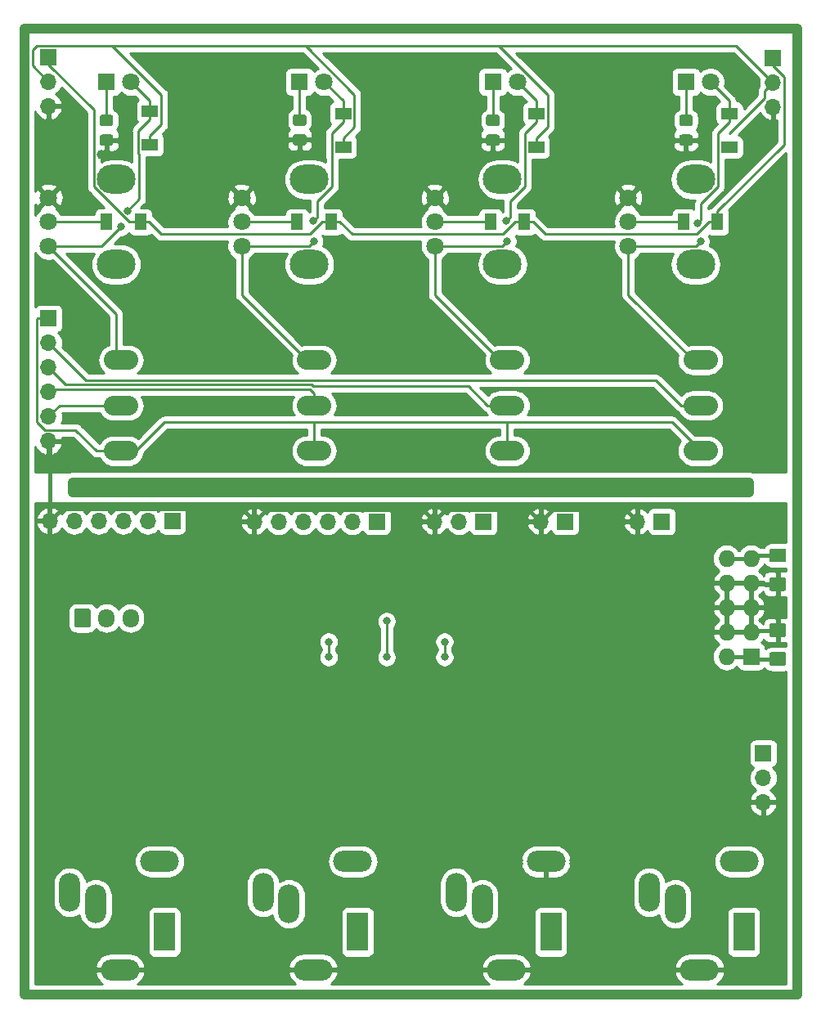
<source format=gbr>
%TF.GenerationSoftware,KiCad,Pcbnew,(5.1.0)-1*%
%TF.CreationDate,2019-09-30T23:49:38+02:00*%
%TF.ProjectId,KicadJE_SympleSeq,4b696361-644a-4455-9f53-796d706c6553,Rev A*%
%TF.SameCoordinates,Original*%
%TF.FileFunction,Copper,L2,Bot*%
%TF.FilePolarity,Positive*%
%FSLAX46Y46*%
G04 Gerber Fmt 4.6, Leading zero omitted, Abs format (unit mm)*
G04 Created by KiCad (PCBNEW (5.1.0)-1) date 2019-09-30 23:49:38*
%MOMM*%
%LPD*%
G04 APERTURE LIST*
%ADD10C,1.000000*%
%ADD11C,0.150000*%
%ADD12C,1.425000*%
%ADD13C,1.800000*%
%ADD14R,1.800000X1.800000*%
%ADD15O,1.700000X1.700000*%
%ADD16R,1.700000X1.700000*%
%ADD17R,1.727200X1.727200*%
%ADD18O,1.727200X1.727200*%
%ADD19C,1.700000*%
%ADD20O,1.700000X1.950000*%
%ADD21O,4.000000X3.000000*%
%ADD22C,1.150000*%
%ADD23O,3.556000X2.032000*%
%ADD24R,1.700000X1.300000*%
%ADD25R,1.300000X1.700000*%
%ADD26R,2.200000X4.000000*%
%ADD27O,4.000000X2.200000*%
%ADD28O,2.200000X4.000000*%
%ADD29C,1.000000*%
%ADD30C,0.800000*%
%ADD31C,0.400000*%
%ADD32C,0.250000*%
%ADD33C,0.254000*%
G04 APERTURE END LIST*
D10*
X105000000Y-96950000D02*
X105000000Y-97950000D01*
X175000000Y-96950000D02*
X175000000Y-97950000D01*
X105000000Y-96950000D02*
X175000000Y-96950000D01*
X175000000Y-97950000D02*
X105000000Y-97950000D01*
X180000000Y-50000000D02*
X100000000Y-50000000D01*
X180000000Y-150000000D02*
X180000000Y-50000000D01*
X100000000Y-150000000D02*
X180000000Y-150000000D01*
X100000000Y-50000000D02*
X100000000Y-150000000D01*
D11*
G36*
X178649504Y-103801204D02*
G01*
X178673773Y-103804804D01*
X178697571Y-103810765D01*
X178720671Y-103819030D01*
X178742849Y-103829520D01*
X178763893Y-103842133D01*
X178783598Y-103856747D01*
X178801777Y-103873223D01*
X178818253Y-103891402D01*
X178832867Y-103911107D01*
X178845480Y-103932151D01*
X178855970Y-103954329D01*
X178864235Y-103977429D01*
X178870196Y-104001227D01*
X178873796Y-104025496D01*
X178875000Y-104050000D01*
X178875000Y-104975000D01*
X178873796Y-104999504D01*
X178870196Y-105023773D01*
X178864235Y-105047571D01*
X178855970Y-105070671D01*
X178845480Y-105092849D01*
X178832867Y-105113893D01*
X178818253Y-105133598D01*
X178801777Y-105151777D01*
X178783598Y-105168253D01*
X178763893Y-105182867D01*
X178742849Y-105195480D01*
X178720671Y-105205970D01*
X178697571Y-105214235D01*
X178673773Y-105220196D01*
X178649504Y-105223796D01*
X178625000Y-105225000D01*
X177375000Y-105225000D01*
X177350496Y-105223796D01*
X177326227Y-105220196D01*
X177302429Y-105214235D01*
X177279329Y-105205970D01*
X177257151Y-105195480D01*
X177236107Y-105182867D01*
X177216402Y-105168253D01*
X177198223Y-105151777D01*
X177181747Y-105133598D01*
X177167133Y-105113893D01*
X177154520Y-105092849D01*
X177144030Y-105070671D01*
X177135765Y-105047571D01*
X177129804Y-105023773D01*
X177126204Y-104999504D01*
X177125000Y-104975000D01*
X177125000Y-104050000D01*
X177126204Y-104025496D01*
X177129804Y-104001227D01*
X177135765Y-103977429D01*
X177144030Y-103954329D01*
X177154520Y-103932151D01*
X177167133Y-103911107D01*
X177181747Y-103891402D01*
X177198223Y-103873223D01*
X177216402Y-103856747D01*
X177236107Y-103842133D01*
X177257151Y-103829520D01*
X177279329Y-103819030D01*
X177302429Y-103810765D01*
X177326227Y-103804804D01*
X177350496Y-103801204D01*
X177375000Y-103800000D01*
X178625000Y-103800000D01*
X178649504Y-103801204D01*
X178649504Y-103801204D01*
G37*
D12*
X178000000Y-104512500D03*
D11*
G36*
X178649504Y-106776204D02*
G01*
X178673773Y-106779804D01*
X178697571Y-106785765D01*
X178720671Y-106794030D01*
X178742849Y-106804520D01*
X178763893Y-106817133D01*
X178783598Y-106831747D01*
X178801777Y-106848223D01*
X178818253Y-106866402D01*
X178832867Y-106886107D01*
X178845480Y-106907151D01*
X178855970Y-106929329D01*
X178864235Y-106952429D01*
X178870196Y-106976227D01*
X178873796Y-107000496D01*
X178875000Y-107025000D01*
X178875000Y-107950000D01*
X178873796Y-107974504D01*
X178870196Y-107998773D01*
X178864235Y-108022571D01*
X178855970Y-108045671D01*
X178845480Y-108067849D01*
X178832867Y-108088893D01*
X178818253Y-108108598D01*
X178801777Y-108126777D01*
X178783598Y-108143253D01*
X178763893Y-108157867D01*
X178742849Y-108170480D01*
X178720671Y-108180970D01*
X178697571Y-108189235D01*
X178673773Y-108195196D01*
X178649504Y-108198796D01*
X178625000Y-108200000D01*
X177375000Y-108200000D01*
X177350496Y-108198796D01*
X177326227Y-108195196D01*
X177302429Y-108189235D01*
X177279329Y-108180970D01*
X177257151Y-108170480D01*
X177236107Y-108157867D01*
X177216402Y-108143253D01*
X177198223Y-108126777D01*
X177181747Y-108108598D01*
X177167133Y-108088893D01*
X177154520Y-108067849D01*
X177144030Y-108045671D01*
X177135765Y-108022571D01*
X177129804Y-107998773D01*
X177126204Y-107974504D01*
X177125000Y-107950000D01*
X177125000Y-107025000D01*
X177126204Y-107000496D01*
X177129804Y-106976227D01*
X177135765Y-106952429D01*
X177144030Y-106929329D01*
X177154520Y-106907151D01*
X177167133Y-106886107D01*
X177181747Y-106866402D01*
X177198223Y-106848223D01*
X177216402Y-106831747D01*
X177236107Y-106817133D01*
X177257151Y-106804520D01*
X177279329Y-106794030D01*
X177302429Y-106785765D01*
X177326227Y-106779804D01*
X177350496Y-106776204D01*
X177375000Y-106775000D01*
X178625000Y-106775000D01*
X178649504Y-106776204D01*
X178649504Y-106776204D01*
G37*
D12*
X178000000Y-107487500D03*
D11*
G36*
X178649504Y-111551204D02*
G01*
X178673773Y-111554804D01*
X178697571Y-111560765D01*
X178720671Y-111569030D01*
X178742849Y-111579520D01*
X178763893Y-111592133D01*
X178783598Y-111606747D01*
X178801777Y-111623223D01*
X178818253Y-111641402D01*
X178832867Y-111661107D01*
X178845480Y-111682151D01*
X178855970Y-111704329D01*
X178864235Y-111727429D01*
X178870196Y-111751227D01*
X178873796Y-111775496D01*
X178875000Y-111800000D01*
X178875000Y-112725000D01*
X178873796Y-112749504D01*
X178870196Y-112773773D01*
X178864235Y-112797571D01*
X178855970Y-112820671D01*
X178845480Y-112842849D01*
X178832867Y-112863893D01*
X178818253Y-112883598D01*
X178801777Y-112901777D01*
X178783598Y-112918253D01*
X178763893Y-112932867D01*
X178742849Y-112945480D01*
X178720671Y-112955970D01*
X178697571Y-112964235D01*
X178673773Y-112970196D01*
X178649504Y-112973796D01*
X178625000Y-112975000D01*
X177375000Y-112975000D01*
X177350496Y-112973796D01*
X177326227Y-112970196D01*
X177302429Y-112964235D01*
X177279329Y-112955970D01*
X177257151Y-112945480D01*
X177236107Y-112932867D01*
X177216402Y-112918253D01*
X177198223Y-112901777D01*
X177181747Y-112883598D01*
X177167133Y-112863893D01*
X177154520Y-112842849D01*
X177144030Y-112820671D01*
X177135765Y-112797571D01*
X177129804Y-112773773D01*
X177126204Y-112749504D01*
X177125000Y-112725000D01*
X177125000Y-111800000D01*
X177126204Y-111775496D01*
X177129804Y-111751227D01*
X177135765Y-111727429D01*
X177144030Y-111704329D01*
X177154520Y-111682151D01*
X177167133Y-111661107D01*
X177181747Y-111641402D01*
X177198223Y-111623223D01*
X177216402Y-111606747D01*
X177236107Y-111592133D01*
X177257151Y-111579520D01*
X177279329Y-111569030D01*
X177302429Y-111560765D01*
X177326227Y-111554804D01*
X177350496Y-111551204D01*
X177375000Y-111550000D01*
X178625000Y-111550000D01*
X178649504Y-111551204D01*
X178649504Y-111551204D01*
G37*
D12*
X178000000Y-112262500D03*
D11*
G36*
X178649504Y-114526204D02*
G01*
X178673773Y-114529804D01*
X178697571Y-114535765D01*
X178720671Y-114544030D01*
X178742849Y-114554520D01*
X178763893Y-114567133D01*
X178783598Y-114581747D01*
X178801777Y-114598223D01*
X178818253Y-114616402D01*
X178832867Y-114636107D01*
X178845480Y-114657151D01*
X178855970Y-114679329D01*
X178864235Y-114702429D01*
X178870196Y-114726227D01*
X178873796Y-114750496D01*
X178875000Y-114775000D01*
X178875000Y-115700000D01*
X178873796Y-115724504D01*
X178870196Y-115748773D01*
X178864235Y-115772571D01*
X178855970Y-115795671D01*
X178845480Y-115817849D01*
X178832867Y-115838893D01*
X178818253Y-115858598D01*
X178801777Y-115876777D01*
X178783598Y-115893253D01*
X178763893Y-115907867D01*
X178742849Y-115920480D01*
X178720671Y-115930970D01*
X178697571Y-115939235D01*
X178673773Y-115945196D01*
X178649504Y-115948796D01*
X178625000Y-115950000D01*
X177375000Y-115950000D01*
X177350496Y-115948796D01*
X177326227Y-115945196D01*
X177302429Y-115939235D01*
X177279329Y-115930970D01*
X177257151Y-115920480D01*
X177236107Y-115907867D01*
X177216402Y-115893253D01*
X177198223Y-115876777D01*
X177181747Y-115858598D01*
X177167133Y-115838893D01*
X177154520Y-115817849D01*
X177144030Y-115795671D01*
X177135765Y-115772571D01*
X177129804Y-115748773D01*
X177126204Y-115724504D01*
X177125000Y-115700000D01*
X177125000Y-114775000D01*
X177126204Y-114750496D01*
X177129804Y-114726227D01*
X177135765Y-114702429D01*
X177144030Y-114679329D01*
X177154520Y-114657151D01*
X177167133Y-114636107D01*
X177181747Y-114616402D01*
X177198223Y-114598223D01*
X177216402Y-114581747D01*
X177236107Y-114567133D01*
X177257151Y-114554520D01*
X177279329Y-114544030D01*
X177302429Y-114535765D01*
X177326227Y-114529804D01*
X177350496Y-114526204D01*
X177375000Y-114525000D01*
X178625000Y-114525000D01*
X178649504Y-114526204D01*
X178649504Y-114526204D01*
G37*
D12*
X178000000Y-115237500D03*
D13*
X111040000Y-55500000D03*
D14*
X108500000Y-55500000D03*
X128500000Y-55500000D03*
D13*
X131040000Y-55500000D03*
X151040000Y-55500000D03*
D14*
X148500000Y-55500000D03*
X168500000Y-55500000D03*
D13*
X171040000Y-55500000D03*
D15*
X153460000Y-101000000D03*
D16*
X156000000Y-101000000D03*
D15*
X102500000Y-92700000D03*
X102500000Y-90160000D03*
X102500000Y-87620000D03*
X102500000Y-85080000D03*
X102500000Y-82540000D03*
D16*
X102500000Y-80000000D03*
X102500000Y-52920000D03*
D15*
X102500000Y-55460000D03*
X102500000Y-58000000D03*
X177500000Y-58080000D03*
X177500000Y-55540000D03*
D16*
X177500000Y-53000000D03*
X147540000Y-101000000D03*
D15*
X145000000Y-101000000D03*
X142460000Y-101000000D03*
D16*
X166000000Y-101000000D03*
D15*
X163460000Y-101000000D03*
D16*
X115324999Y-100955001D03*
D15*
X112784999Y-100955001D03*
X110244999Y-100955001D03*
X107704999Y-100955001D03*
X105164999Y-100955001D03*
X102624999Y-100955001D03*
D16*
X136500000Y-101000000D03*
D15*
X133960000Y-101000000D03*
X131420000Y-101000000D03*
X128880000Y-101000000D03*
X126340000Y-101000000D03*
X123800000Y-101000000D03*
D17*
X175250000Y-115000000D03*
D18*
X172710000Y-115000000D03*
X175250000Y-112460000D03*
X172710000Y-112460000D03*
X175250000Y-109920000D03*
X172710000Y-109920000D03*
X175250000Y-107380000D03*
X172710000Y-107380000D03*
X175250000Y-104840000D03*
X172710000Y-104840000D03*
D11*
G36*
X106624504Y-110026204D02*
G01*
X106648773Y-110029804D01*
X106672571Y-110035765D01*
X106695671Y-110044030D01*
X106717849Y-110054520D01*
X106738893Y-110067133D01*
X106758598Y-110081747D01*
X106776777Y-110098223D01*
X106793253Y-110116402D01*
X106807867Y-110136107D01*
X106820480Y-110157151D01*
X106830970Y-110179329D01*
X106839235Y-110202429D01*
X106845196Y-110226227D01*
X106848796Y-110250496D01*
X106850000Y-110275000D01*
X106850000Y-111725000D01*
X106848796Y-111749504D01*
X106845196Y-111773773D01*
X106839235Y-111797571D01*
X106830970Y-111820671D01*
X106820480Y-111842849D01*
X106807867Y-111863893D01*
X106793253Y-111883598D01*
X106776777Y-111901777D01*
X106758598Y-111918253D01*
X106738893Y-111932867D01*
X106717849Y-111945480D01*
X106695671Y-111955970D01*
X106672571Y-111964235D01*
X106648773Y-111970196D01*
X106624504Y-111973796D01*
X106600000Y-111975000D01*
X105400000Y-111975000D01*
X105375496Y-111973796D01*
X105351227Y-111970196D01*
X105327429Y-111964235D01*
X105304329Y-111955970D01*
X105282151Y-111945480D01*
X105261107Y-111932867D01*
X105241402Y-111918253D01*
X105223223Y-111901777D01*
X105206747Y-111883598D01*
X105192133Y-111863893D01*
X105179520Y-111842849D01*
X105169030Y-111820671D01*
X105160765Y-111797571D01*
X105154804Y-111773773D01*
X105151204Y-111749504D01*
X105150000Y-111725000D01*
X105150000Y-110275000D01*
X105151204Y-110250496D01*
X105154804Y-110226227D01*
X105160765Y-110202429D01*
X105169030Y-110179329D01*
X105179520Y-110157151D01*
X105192133Y-110136107D01*
X105206747Y-110116402D01*
X105223223Y-110098223D01*
X105241402Y-110081747D01*
X105261107Y-110067133D01*
X105282151Y-110054520D01*
X105304329Y-110044030D01*
X105327429Y-110035765D01*
X105351227Y-110029804D01*
X105375496Y-110026204D01*
X105400000Y-110025000D01*
X106600000Y-110025000D01*
X106624504Y-110026204D01*
X106624504Y-110026204D01*
G37*
D19*
X106000000Y-111000000D03*
D20*
X108500000Y-111000000D03*
X111000000Y-111000000D03*
D13*
X102500000Y-67500000D03*
X102500000Y-70000000D03*
X102500000Y-72500000D03*
D21*
X109500000Y-65600000D03*
X109500000Y-74400000D03*
D13*
X122500000Y-67500000D03*
X122500000Y-70000000D03*
X122500000Y-72500000D03*
D21*
X129500000Y-65600000D03*
X129500000Y-74400000D03*
X149500000Y-74400000D03*
X149500000Y-65600000D03*
D13*
X142500000Y-72500000D03*
X142500000Y-70000000D03*
X142500000Y-67500000D03*
D21*
X169500000Y-74400000D03*
X169500000Y-65600000D03*
D13*
X162500000Y-72500000D03*
X162500000Y-70000000D03*
X162500000Y-67500000D03*
D11*
G36*
X108974505Y-60951204D02*
G01*
X108998773Y-60954804D01*
X109022572Y-60960765D01*
X109045671Y-60969030D01*
X109067850Y-60979520D01*
X109088893Y-60992132D01*
X109108599Y-61006747D01*
X109126777Y-61023223D01*
X109143253Y-61041401D01*
X109157868Y-61061107D01*
X109170480Y-61082150D01*
X109180970Y-61104329D01*
X109189235Y-61127428D01*
X109195196Y-61151227D01*
X109198796Y-61175495D01*
X109200000Y-61199999D01*
X109200000Y-61850001D01*
X109198796Y-61874505D01*
X109195196Y-61898773D01*
X109189235Y-61922572D01*
X109180970Y-61945671D01*
X109170480Y-61967850D01*
X109157868Y-61988893D01*
X109143253Y-62008599D01*
X109126777Y-62026777D01*
X109108599Y-62043253D01*
X109088893Y-62057868D01*
X109067850Y-62070480D01*
X109045671Y-62080970D01*
X109022572Y-62089235D01*
X108998773Y-62095196D01*
X108974505Y-62098796D01*
X108950001Y-62100000D01*
X108049999Y-62100000D01*
X108025495Y-62098796D01*
X108001227Y-62095196D01*
X107977428Y-62089235D01*
X107954329Y-62080970D01*
X107932150Y-62070480D01*
X107911107Y-62057868D01*
X107891401Y-62043253D01*
X107873223Y-62026777D01*
X107856747Y-62008599D01*
X107842132Y-61988893D01*
X107829520Y-61967850D01*
X107819030Y-61945671D01*
X107810765Y-61922572D01*
X107804804Y-61898773D01*
X107801204Y-61874505D01*
X107800000Y-61850001D01*
X107800000Y-61199999D01*
X107801204Y-61175495D01*
X107804804Y-61151227D01*
X107810765Y-61127428D01*
X107819030Y-61104329D01*
X107829520Y-61082150D01*
X107842132Y-61061107D01*
X107856747Y-61041401D01*
X107873223Y-61023223D01*
X107891401Y-61006747D01*
X107911107Y-60992132D01*
X107932150Y-60979520D01*
X107954329Y-60969030D01*
X107977428Y-60960765D01*
X108001227Y-60954804D01*
X108025495Y-60951204D01*
X108049999Y-60950000D01*
X108950001Y-60950000D01*
X108974505Y-60951204D01*
X108974505Y-60951204D01*
G37*
D22*
X108500000Y-61525000D03*
D11*
G36*
X108974505Y-58901204D02*
G01*
X108998773Y-58904804D01*
X109022572Y-58910765D01*
X109045671Y-58919030D01*
X109067850Y-58929520D01*
X109088893Y-58942132D01*
X109108599Y-58956747D01*
X109126777Y-58973223D01*
X109143253Y-58991401D01*
X109157868Y-59011107D01*
X109170480Y-59032150D01*
X109180970Y-59054329D01*
X109189235Y-59077428D01*
X109195196Y-59101227D01*
X109198796Y-59125495D01*
X109200000Y-59149999D01*
X109200000Y-59800001D01*
X109198796Y-59824505D01*
X109195196Y-59848773D01*
X109189235Y-59872572D01*
X109180970Y-59895671D01*
X109170480Y-59917850D01*
X109157868Y-59938893D01*
X109143253Y-59958599D01*
X109126777Y-59976777D01*
X109108599Y-59993253D01*
X109088893Y-60007868D01*
X109067850Y-60020480D01*
X109045671Y-60030970D01*
X109022572Y-60039235D01*
X108998773Y-60045196D01*
X108974505Y-60048796D01*
X108950001Y-60050000D01*
X108049999Y-60050000D01*
X108025495Y-60048796D01*
X108001227Y-60045196D01*
X107977428Y-60039235D01*
X107954329Y-60030970D01*
X107932150Y-60020480D01*
X107911107Y-60007868D01*
X107891401Y-59993253D01*
X107873223Y-59976777D01*
X107856747Y-59958599D01*
X107842132Y-59938893D01*
X107829520Y-59917850D01*
X107819030Y-59895671D01*
X107810765Y-59872572D01*
X107804804Y-59848773D01*
X107801204Y-59824505D01*
X107800000Y-59800001D01*
X107800000Y-59149999D01*
X107801204Y-59125495D01*
X107804804Y-59101227D01*
X107810765Y-59077428D01*
X107819030Y-59054329D01*
X107829520Y-59032150D01*
X107842132Y-59011107D01*
X107856747Y-58991401D01*
X107873223Y-58973223D01*
X107891401Y-58956747D01*
X107911107Y-58942132D01*
X107932150Y-58929520D01*
X107954329Y-58919030D01*
X107977428Y-58910765D01*
X108001227Y-58904804D01*
X108025495Y-58901204D01*
X108049999Y-58900000D01*
X108950001Y-58900000D01*
X108974505Y-58901204D01*
X108974505Y-58901204D01*
G37*
D22*
X108500000Y-59475000D03*
D11*
G36*
X128974505Y-58876204D02*
G01*
X128998773Y-58879804D01*
X129022572Y-58885765D01*
X129045671Y-58894030D01*
X129067850Y-58904520D01*
X129088893Y-58917132D01*
X129108599Y-58931747D01*
X129126777Y-58948223D01*
X129143253Y-58966401D01*
X129157868Y-58986107D01*
X129170480Y-59007150D01*
X129180970Y-59029329D01*
X129189235Y-59052428D01*
X129195196Y-59076227D01*
X129198796Y-59100495D01*
X129200000Y-59124999D01*
X129200000Y-59775001D01*
X129198796Y-59799505D01*
X129195196Y-59823773D01*
X129189235Y-59847572D01*
X129180970Y-59870671D01*
X129170480Y-59892850D01*
X129157868Y-59913893D01*
X129143253Y-59933599D01*
X129126777Y-59951777D01*
X129108599Y-59968253D01*
X129088893Y-59982868D01*
X129067850Y-59995480D01*
X129045671Y-60005970D01*
X129022572Y-60014235D01*
X128998773Y-60020196D01*
X128974505Y-60023796D01*
X128950001Y-60025000D01*
X128049999Y-60025000D01*
X128025495Y-60023796D01*
X128001227Y-60020196D01*
X127977428Y-60014235D01*
X127954329Y-60005970D01*
X127932150Y-59995480D01*
X127911107Y-59982868D01*
X127891401Y-59968253D01*
X127873223Y-59951777D01*
X127856747Y-59933599D01*
X127842132Y-59913893D01*
X127829520Y-59892850D01*
X127819030Y-59870671D01*
X127810765Y-59847572D01*
X127804804Y-59823773D01*
X127801204Y-59799505D01*
X127800000Y-59775001D01*
X127800000Y-59124999D01*
X127801204Y-59100495D01*
X127804804Y-59076227D01*
X127810765Y-59052428D01*
X127819030Y-59029329D01*
X127829520Y-59007150D01*
X127842132Y-58986107D01*
X127856747Y-58966401D01*
X127873223Y-58948223D01*
X127891401Y-58931747D01*
X127911107Y-58917132D01*
X127932150Y-58904520D01*
X127954329Y-58894030D01*
X127977428Y-58885765D01*
X128001227Y-58879804D01*
X128025495Y-58876204D01*
X128049999Y-58875000D01*
X128950001Y-58875000D01*
X128974505Y-58876204D01*
X128974505Y-58876204D01*
G37*
D22*
X128500000Y-59450000D03*
D11*
G36*
X128974505Y-60926204D02*
G01*
X128998773Y-60929804D01*
X129022572Y-60935765D01*
X129045671Y-60944030D01*
X129067850Y-60954520D01*
X129088893Y-60967132D01*
X129108599Y-60981747D01*
X129126777Y-60998223D01*
X129143253Y-61016401D01*
X129157868Y-61036107D01*
X129170480Y-61057150D01*
X129180970Y-61079329D01*
X129189235Y-61102428D01*
X129195196Y-61126227D01*
X129198796Y-61150495D01*
X129200000Y-61174999D01*
X129200000Y-61825001D01*
X129198796Y-61849505D01*
X129195196Y-61873773D01*
X129189235Y-61897572D01*
X129180970Y-61920671D01*
X129170480Y-61942850D01*
X129157868Y-61963893D01*
X129143253Y-61983599D01*
X129126777Y-62001777D01*
X129108599Y-62018253D01*
X129088893Y-62032868D01*
X129067850Y-62045480D01*
X129045671Y-62055970D01*
X129022572Y-62064235D01*
X128998773Y-62070196D01*
X128974505Y-62073796D01*
X128950001Y-62075000D01*
X128049999Y-62075000D01*
X128025495Y-62073796D01*
X128001227Y-62070196D01*
X127977428Y-62064235D01*
X127954329Y-62055970D01*
X127932150Y-62045480D01*
X127911107Y-62032868D01*
X127891401Y-62018253D01*
X127873223Y-62001777D01*
X127856747Y-61983599D01*
X127842132Y-61963893D01*
X127829520Y-61942850D01*
X127819030Y-61920671D01*
X127810765Y-61897572D01*
X127804804Y-61873773D01*
X127801204Y-61849505D01*
X127800000Y-61825001D01*
X127800000Y-61174999D01*
X127801204Y-61150495D01*
X127804804Y-61126227D01*
X127810765Y-61102428D01*
X127819030Y-61079329D01*
X127829520Y-61057150D01*
X127842132Y-61036107D01*
X127856747Y-61016401D01*
X127873223Y-60998223D01*
X127891401Y-60981747D01*
X127911107Y-60967132D01*
X127932150Y-60954520D01*
X127954329Y-60944030D01*
X127977428Y-60935765D01*
X128001227Y-60929804D01*
X128025495Y-60926204D01*
X128049999Y-60925000D01*
X128950001Y-60925000D01*
X128974505Y-60926204D01*
X128974505Y-60926204D01*
G37*
D22*
X128500000Y-61500000D03*
D11*
G36*
X148974505Y-60951204D02*
G01*
X148998773Y-60954804D01*
X149022572Y-60960765D01*
X149045671Y-60969030D01*
X149067850Y-60979520D01*
X149088893Y-60992132D01*
X149108599Y-61006747D01*
X149126777Y-61023223D01*
X149143253Y-61041401D01*
X149157868Y-61061107D01*
X149170480Y-61082150D01*
X149180970Y-61104329D01*
X149189235Y-61127428D01*
X149195196Y-61151227D01*
X149198796Y-61175495D01*
X149200000Y-61199999D01*
X149200000Y-61850001D01*
X149198796Y-61874505D01*
X149195196Y-61898773D01*
X149189235Y-61922572D01*
X149180970Y-61945671D01*
X149170480Y-61967850D01*
X149157868Y-61988893D01*
X149143253Y-62008599D01*
X149126777Y-62026777D01*
X149108599Y-62043253D01*
X149088893Y-62057868D01*
X149067850Y-62070480D01*
X149045671Y-62080970D01*
X149022572Y-62089235D01*
X148998773Y-62095196D01*
X148974505Y-62098796D01*
X148950001Y-62100000D01*
X148049999Y-62100000D01*
X148025495Y-62098796D01*
X148001227Y-62095196D01*
X147977428Y-62089235D01*
X147954329Y-62080970D01*
X147932150Y-62070480D01*
X147911107Y-62057868D01*
X147891401Y-62043253D01*
X147873223Y-62026777D01*
X147856747Y-62008599D01*
X147842132Y-61988893D01*
X147829520Y-61967850D01*
X147819030Y-61945671D01*
X147810765Y-61922572D01*
X147804804Y-61898773D01*
X147801204Y-61874505D01*
X147800000Y-61850001D01*
X147800000Y-61199999D01*
X147801204Y-61175495D01*
X147804804Y-61151227D01*
X147810765Y-61127428D01*
X147819030Y-61104329D01*
X147829520Y-61082150D01*
X147842132Y-61061107D01*
X147856747Y-61041401D01*
X147873223Y-61023223D01*
X147891401Y-61006747D01*
X147911107Y-60992132D01*
X147932150Y-60979520D01*
X147954329Y-60969030D01*
X147977428Y-60960765D01*
X148001227Y-60954804D01*
X148025495Y-60951204D01*
X148049999Y-60950000D01*
X148950001Y-60950000D01*
X148974505Y-60951204D01*
X148974505Y-60951204D01*
G37*
D22*
X148500000Y-61525000D03*
D11*
G36*
X148974505Y-58901204D02*
G01*
X148998773Y-58904804D01*
X149022572Y-58910765D01*
X149045671Y-58919030D01*
X149067850Y-58929520D01*
X149088893Y-58942132D01*
X149108599Y-58956747D01*
X149126777Y-58973223D01*
X149143253Y-58991401D01*
X149157868Y-59011107D01*
X149170480Y-59032150D01*
X149180970Y-59054329D01*
X149189235Y-59077428D01*
X149195196Y-59101227D01*
X149198796Y-59125495D01*
X149200000Y-59149999D01*
X149200000Y-59800001D01*
X149198796Y-59824505D01*
X149195196Y-59848773D01*
X149189235Y-59872572D01*
X149180970Y-59895671D01*
X149170480Y-59917850D01*
X149157868Y-59938893D01*
X149143253Y-59958599D01*
X149126777Y-59976777D01*
X149108599Y-59993253D01*
X149088893Y-60007868D01*
X149067850Y-60020480D01*
X149045671Y-60030970D01*
X149022572Y-60039235D01*
X148998773Y-60045196D01*
X148974505Y-60048796D01*
X148950001Y-60050000D01*
X148049999Y-60050000D01*
X148025495Y-60048796D01*
X148001227Y-60045196D01*
X147977428Y-60039235D01*
X147954329Y-60030970D01*
X147932150Y-60020480D01*
X147911107Y-60007868D01*
X147891401Y-59993253D01*
X147873223Y-59976777D01*
X147856747Y-59958599D01*
X147842132Y-59938893D01*
X147829520Y-59917850D01*
X147819030Y-59895671D01*
X147810765Y-59872572D01*
X147804804Y-59848773D01*
X147801204Y-59824505D01*
X147800000Y-59800001D01*
X147800000Y-59149999D01*
X147801204Y-59125495D01*
X147804804Y-59101227D01*
X147810765Y-59077428D01*
X147819030Y-59054329D01*
X147829520Y-59032150D01*
X147842132Y-59011107D01*
X147856747Y-58991401D01*
X147873223Y-58973223D01*
X147891401Y-58956747D01*
X147911107Y-58942132D01*
X147932150Y-58929520D01*
X147954329Y-58919030D01*
X147977428Y-58910765D01*
X148001227Y-58904804D01*
X148025495Y-58901204D01*
X148049999Y-58900000D01*
X148950001Y-58900000D01*
X148974505Y-58901204D01*
X148974505Y-58901204D01*
G37*
D22*
X148500000Y-59475000D03*
D11*
G36*
X168974505Y-58901204D02*
G01*
X168998773Y-58904804D01*
X169022572Y-58910765D01*
X169045671Y-58919030D01*
X169067850Y-58929520D01*
X169088893Y-58942132D01*
X169108599Y-58956747D01*
X169126777Y-58973223D01*
X169143253Y-58991401D01*
X169157868Y-59011107D01*
X169170480Y-59032150D01*
X169180970Y-59054329D01*
X169189235Y-59077428D01*
X169195196Y-59101227D01*
X169198796Y-59125495D01*
X169200000Y-59149999D01*
X169200000Y-59800001D01*
X169198796Y-59824505D01*
X169195196Y-59848773D01*
X169189235Y-59872572D01*
X169180970Y-59895671D01*
X169170480Y-59917850D01*
X169157868Y-59938893D01*
X169143253Y-59958599D01*
X169126777Y-59976777D01*
X169108599Y-59993253D01*
X169088893Y-60007868D01*
X169067850Y-60020480D01*
X169045671Y-60030970D01*
X169022572Y-60039235D01*
X168998773Y-60045196D01*
X168974505Y-60048796D01*
X168950001Y-60050000D01*
X168049999Y-60050000D01*
X168025495Y-60048796D01*
X168001227Y-60045196D01*
X167977428Y-60039235D01*
X167954329Y-60030970D01*
X167932150Y-60020480D01*
X167911107Y-60007868D01*
X167891401Y-59993253D01*
X167873223Y-59976777D01*
X167856747Y-59958599D01*
X167842132Y-59938893D01*
X167829520Y-59917850D01*
X167819030Y-59895671D01*
X167810765Y-59872572D01*
X167804804Y-59848773D01*
X167801204Y-59824505D01*
X167800000Y-59800001D01*
X167800000Y-59149999D01*
X167801204Y-59125495D01*
X167804804Y-59101227D01*
X167810765Y-59077428D01*
X167819030Y-59054329D01*
X167829520Y-59032150D01*
X167842132Y-59011107D01*
X167856747Y-58991401D01*
X167873223Y-58973223D01*
X167891401Y-58956747D01*
X167911107Y-58942132D01*
X167932150Y-58929520D01*
X167954329Y-58919030D01*
X167977428Y-58910765D01*
X168001227Y-58904804D01*
X168025495Y-58901204D01*
X168049999Y-58900000D01*
X168950001Y-58900000D01*
X168974505Y-58901204D01*
X168974505Y-58901204D01*
G37*
D22*
X168500000Y-59475000D03*
D11*
G36*
X168974505Y-60951204D02*
G01*
X168998773Y-60954804D01*
X169022572Y-60960765D01*
X169045671Y-60969030D01*
X169067850Y-60979520D01*
X169088893Y-60992132D01*
X169108599Y-61006747D01*
X169126777Y-61023223D01*
X169143253Y-61041401D01*
X169157868Y-61061107D01*
X169170480Y-61082150D01*
X169180970Y-61104329D01*
X169189235Y-61127428D01*
X169195196Y-61151227D01*
X169198796Y-61175495D01*
X169200000Y-61199999D01*
X169200000Y-61850001D01*
X169198796Y-61874505D01*
X169195196Y-61898773D01*
X169189235Y-61922572D01*
X169180970Y-61945671D01*
X169170480Y-61967850D01*
X169157868Y-61988893D01*
X169143253Y-62008599D01*
X169126777Y-62026777D01*
X169108599Y-62043253D01*
X169088893Y-62057868D01*
X169067850Y-62070480D01*
X169045671Y-62080970D01*
X169022572Y-62089235D01*
X168998773Y-62095196D01*
X168974505Y-62098796D01*
X168950001Y-62100000D01*
X168049999Y-62100000D01*
X168025495Y-62098796D01*
X168001227Y-62095196D01*
X167977428Y-62089235D01*
X167954329Y-62080970D01*
X167932150Y-62070480D01*
X167911107Y-62057868D01*
X167891401Y-62043253D01*
X167873223Y-62026777D01*
X167856747Y-62008599D01*
X167842132Y-61988893D01*
X167829520Y-61967850D01*
X167819030Y-61945671D01*
X167810765Y-61922572D01*
X167804804Y-61898773D01*
X167801204Y-61874505D01*
X167800000Y-61850001D01*
X167800000Y-61199999D01*
X167801204Y-61175495D01*
X167804804Y-61151227D01*
X167810765Y-61127428D01*
X167819030Y-61104329D01*
X167829520Y-61082150D01*
X167842132Y-61061107D01*
X167856747Y-61041401D01*
X167873223Y-61023223D01*
X167891401Y-61006747D01*
X167911107Y-60992132D01*
X167932150Y-60979520D01*
X167954329Y-60969030D01*
X167977428Y-60960765D01*
X168001227Y-60954804D01*
X168025495Y-60951204D01*
X168049999Y-60950000D01*
X168950001Y-60950000D01*
X168974505Y-60951204D01*
X168974505Y-60951204D01*
G37*
D22*
X168500000Y-61525000D03*
D23*
X110000000Y-93700000D03*
X110000000Y-89000000D03*
X110000000Y-84300000D03*
X130000000Y-84300000D03*
X130000000Y-89000000D03*
X130000000Y-93700000D03*
X150000000Y-93700000D03*
X150000000Y-89000000D03*
X150000000Y-84300000D03*
X170000000Y-84300000D03*
X170000000Y-89000000D03*
X170000000Y-93700000D03*
D24*
X113000000Y-62000000D03*
X113000000Y-58500000D03*
X133000000Y-58750000D03*
X133000000Y-62250000D03*
D25*
X112000000Y-70000000D03*
X108500000Y-70000000D03*
X128250000Y-70000000D03*
X131750000Y-70000000D03*
D24*
X153000000Y-58750000D03*
X153000000Y-62250000D03*
X173000000Y-62250000D03*
X173000000Y-58750000D03*
D25*
X148250000Y-70000000D03*
X151750000Y-70000000D03*
X171750000Y-70000000D03*
X168250000Y-70000000D03*
D16*
X176500000Y-125000000D03*
D15*
X176500000Y-127540000D03*
X176500000Y-130080000D03*
D26*
X114500000Y-143500000D03*
D27*
X114000000Y-136200000D03*
D28*
X107400000Y-140600000D03*
X104700000Y-139400000D03*
D27*
X109900000Y-147400000D03*
D26*
X134500000Y-143500000D03*
D27*
X134000000Y-136200000D03*
D28*
X127400000Y-140600000D03*
X124700000Y-139400000D03*
D27*
X129900000Y-147400000D03*
D26*
X154500000Y-143500000D03*
D27*
X154000000Y-136200000D03*
D28*
X147400000Y-140600000D03*
X144700000Y-139400000D03*
D27*
X149900000Y-147400000D03*
X169900000Y-147400000D03*
D28*
X164700000Y-139400000D03*
X167400000Y-140600000D03*
D27*
X174000000Y-136200000D03*
D26*
X174500000Y-143500000D03*
D29*
X108000000Y-63000000D03*
X127000000Y-63000000D03*
X147000000Y-63000000D03*
X167000000Y-63000000D03*
D30*
X135000000Y-76000000D03*
X155000000Y-76000000D03*
X175000000Y-76000000D03*
X115000000Y-76000000D03*
X115000000Y-89000000D03*
X135000000Y-89000000D03*
X155000000Y-89000000D03*
X175000000Y-89000000D03*
X102000000Y-76000000D03*
X115000000Y-95000000D03*
X110000000Y-115500000D03*
X117000000Y-126500000D03*
X121500000Y-126500000D03*
D29*
X121500000Y-129000000D03*
X117000000Y-129000000D03*
X134500000Y-115250000D03*
X140750000Y-115250000D03*
X134500000Y-111000000D03*
X134500000Y-113250000D03*
D30*
X161500000Y-111000000D03*
X120000000Y-105750000D03*
X108000000Y-118500000D03*
X134500000Y-129000000D03*
X161500000Y-129000000D03*
X161500000Y-123000000D03*
X168500000Y-123000000D03*
X146500000Y-123000000D03*
X146500000Y-129000000D03*
X102000000Y-148000000D03*
X177500000Y-148000000D03*
X178000000Y-100000000D03*
X178000000Y-95000000D03*
X104250000Y-123750000D03*
X110000000Y-134250000D03*
X131500000Y-115050000D03*
X131500000Y-113450000D03*
X143500000Y-115050000D03*
X143500000Y-113450000D03*
X137500000Y-115050000D03*
X137500000Y-111324989D03*
X110000000Y-70500000D03*
X110672176Y-68827824D03*
X130000000Y-72000000D03*
X129912347Y-69912347D03*
X150000000Y-72000000D03*
X149912347Y-69912347D03*
X170000000Y-72000000D03*
X169662347Y-70162347D03*
D31*
X108500000Y-61525000D02*
X108500000Y-62500000D01*
X108500000Y-62500000D02*
X108000000Y-63000000D01*
X175447500Y-112262500D02*
X175250000Y-112460000D01*
X178000000Y-112262500D02*
X175447500Y-112262500D01*
X175357500Y-107487500D02*
X175250000Y-107380000D01*
X178000000Y-107487500D02*
X175357500Y-107487500D01*
X162610001Y-100150001D02*
X163460000Y-101000000D01*
X162209999Y-99749999D02*
X162610001Y-100150001D01*
X154710001Y-99749999D02*
X162209999Y-99749999D01*
X153460000Y-101000000D02*
X154710001Y-99749999D01*
X143309999Y-100150001D02*
X142460000Y-101000000D01*
X143710001Y-99749999D02*
X143309999Y-100150001D01*
X152209999Y-99749999D02*
X143710001Y-99749999D01*
X153460000Y-101000000D02*
X152209999Y-99749999D01*
X141610001Y-100150001D02*
X142460000Y-101000000D01*
X141209999Y-99749999D02*
X141610001Y-100150001D01*
X125050001Y-99749999D02*
X141209999Y-99749999D01*
X123800000Y-101000000D02*
X125050001Y-99749999D01*
X122950001Y-100150001D02*
X123800000Y-101000000D01*
X122505000Y-99705000D02*
X122950001Y-100150001D01*
X103875000Y-99705000D02*
X122505000Y-99705000D01*
X102624999Y-100955001D02*
X103875000Y-99705000D01*
X102624999Y-92824999D02*
X102500000Y-92700000D01*
X102624999Y-100955001D02*
X102624999Y-92824999D01*
X175250000Y-112460000D02*
X175250000Y-107380000D01*
X172710000Y-112460000D02*
X172710000Y-107380000D01*
X175250000Y-107380000D02*
X172710000Y-107380000D01*
X175250000Y-112460000D02*
X172710000Y-112460000D01*
X175250000Y-104840000D02*
X172710000Y-104840000D01*
X175577500Y-104512500D02*
X175250000Y-104840000D01*
X178000000Y-104512500D02*
X175577500Y-104512500D01*
X175250000Y-115000000D02*
X172710000Y-115000000D01*
X175487500Y-115237500D02*
X175250000Y-115000000D01*
X178000000Y-115237500D02*
X175487500Y-115237500D01*
D32*
X131500000Y-115050000D02*
X131500000Y-113450000D01*
X143500000Y-115050000D02*
X143500000Y-113450000D01*
X137500000Y-115050000D02*
X137500000Y-111324989D01*
X176650001Y-57185001D02*
X173000000Y-60835002D01*
X176650001Y-56389999D02*
X176650001Y-57185001D01*
X177500000Y-55540000D02*
X176650001Y-56389999D01*
X113000000Y-61100000D02*
X113000000Y-62000000D01*
X114175001Y-59924999D02*
X113000000Y-61100000D01*
X114175001Y-56821999D02*
X114175001Y-59924999D01*
X109098001Y-51744999D02*
X114175001Y-56821999D01*
X101255001Y-51744999D02*
X109098001Y-51744999D01*
X100825010Y-52174990D02*
X101255001Y-51744999D01*
X100825010Y-53785010D02*
X100825010Y-52174990D01*
X102500000Y-55460000D02*
X100825010Y-53785010D01*
X133000000Y-61350000D02*
X133000000Y-62250000D01*
X134175001Y-60174999D02*
X133000000Y-61350000D01*
X134175001Y-56821999D02*
X134175001Y-60174999D01*
X129098001Y-51744999D02*
X134175001Y-56821999D01*
X109098001Y-51744999D02*
X129098001Y-51744999D01*
X153000000Y-61350000D02*
X153000000Y-62250000D01*
X154175001Y-60174999D02*
X153000000Y-61350000D01*
X154175001Y-56821999D02*
X154175001Y-60174999D01*
X149098001Y-51744999D02*
X154175001Y-56821999D01*
X173704999Y-51744999D02*
X177500000Y-55540000D01*
X148755001Y-51744999D02*
X173704999Y-51744999D01*
X148755001Y-51744999D02*
X149098001Y-51744999D01*
X129098001Y-51744999D02*
X148755001Y-51744999D01*
X108500000Y-55500000D02*
X108500000Y-59475000D01*
X128500000Y-56650000D02*
X128500000Y-59450000D01*
X128500000Y-55500000D02*
X128500000Y-56650000D01*
X148500000Y-55500000D02*
X148500000Y-59475000D01*
X168500000Y-59475000D02*
X168500000Y-55500000D01*
X130850000Y-70000000D02*
X131750000Y-70000000D01*
X129575001Y-71274999D02*
X130850000Y-70000000D01*
X114174999Y-71274999D02*
X129575001Y-71274999D01*
X112900000Y-70000000D02*
X114174999Y-71274999D01*
X112000000Y-70000000D02*
X112900000Y-70000000D01*
X111100000Y-70000000D02*
X112000000Y-70000000D01*
X110819047Y-70000000D02*
X111100000Y-70000000D01*
X107174990Y-66355943D02*
X110819047Y-70000000D01*
X107174990Y-58395988D02*
X107174990Y-66355943D01*
X102500000Y-53720998D02*
X107174990Y-58395988D01*
X102500000Y-52920000D02*
X102500000Y-53720998D01*
X171750000Y-68900000D02*
X171750000Y-70000000D01*
X178675001Y-61974999D02*
X171750000Y-68900000D01*
X178675001Y-54975999D02*
X178675001Y-61974999D01*
X177500000Y-53800998D02*
X178675001Y-54975999D01*
X177500000Y-53000000D02*
X177500000Y-53800998D01*
X170850000Y-70000000D02*
X171750000Y-70000000D01*
X169575001Y-71274999D02*
X170850000Y-70000000D01*
X153924999Y-71274999D02*
X169575001Y-71274999D01*
X152650000Y-70000000D02*
X153924999Y-71274999D01*
X151750000Y-70000000D02*
X152650000Y-70000000D01*
X150850000Y-70000000D02*
X151750000Y-70000000D01*
X149575001Y-71274999D02*
X150850000Y-70000000D01*
X133924999Y-71274999D02*
X149575001Y-71274999D01*
X132650000Y-70000000D02*
X133924999Y-71274999D01*
X131750000Y-70000000D02*
X132650000Y-70000000D01*
X103660000Y-89000000D02*
X109500000Y-89000000D01*
X102500000Y-90160000D02*
X103660000Y-89000000D01*
X130000000Y-87734000D02*
X130000000Y-89000000D01*
X129566000Y-87300000D02*
X130000000Y-87734000D01*
X102500000Y-87620000D02*
X102820000Y-87300000D01*
X102820000Y-87300000D02*
X129566000Y-87300000D01*
X145972000Y-87000000D02*
X147972000Y-89000000D01*
X102500000Y-85080000D02*
X104269989Y-86849989D01*
X147972000Y-89000000D02*
X150000000Y-89000000D01*
X104269989Y-86849989D02*
X129752400Y-86849989D01*
X129752400Y-86849989D02*
X129902411Y-87000000D01*
X129902411Y-87000000D02*
X145972000Y-87000000D01*
X167972000Y-89000000D02*
X170000000Y-89000000D01*
X165372000Y-86400000D02*
X167972000Y-89000000D01*
X147000000Y-86400000D02*
X165372000Y-86400000D01*
X146999978Y-86399978D02*
X147000000Y-86400000D01*
X102500000Y-82540000D02*
X106359978Y-86399978D01*
X106359978Y-86399978D02*
X146999978Y-86399978D01*
X167050000Y-90750000D02*
X170000000Y-93700000D01*
X111528000Y-93700000D02*
X114478000Y-90750000D01*
X101400000Y-80000000D02*
X101324999Y-80075001D01*
X102500000Y-80000000D02*
X101400000Y-80000000D01*
X101324999Y-80075001D02*
X101324999Y-90724001D01*
X101324999Y-90724001D02*
X102125997Y-91524999D01*
X107472000Y-93700000D02*
X111528000Y-93700000D01*
X102125997Y-91524999D02*
X105296999Y-91524999D01*
X105296999Y-91524999D02*
X107472000Y-93700000D01*
X130000000Y-93700000D02*
X130000000Y-90750000D01*
X114478000Y-90750000D02*
X130000000Y-90750000D01*
X150000000Y-92434000D02*
X150000000Y-90750000D01*
X150000000Y-93700000D02*
X150000000Y-92434000D01*
X130000000Y-90750000D02*
X150000000Y-90750000D01*
X150000000Y-90750000D02*
X167050000Y-90750000D01*
X109500000Y-79500000D02*
X102500000Y-72500000D01*
X109500000Y-84300000D02*
X109500000Y-79500000D01*
X113000000Y-57460000D02*
X113000000Y-58500000D01*
X111040000Y-55500000D02*
X113000000Y-57460000D01*
X102500000Y-72500000D02*
X108000000Y-72500000D01*
X108000000Y-72500000D02*
X110000000Y-70500000D01*
X113000000Y-59400000D02*
X113000000Y-58500000D01*
X111824999Y-60575001D02*
X113000000Y-59400000D01*
X111824999Y-62910001D02*
X111824999Y-60575001D01*
X111889999Y-62975001D02*
X111824999Y-62910001D01*
X111889999Y-67610001D02*
X111889999Y-62975001D01*
X110672176Y-68827824D02*
X111889999Y-67610001D01*
X129238000Y-84300000D02*
X130000000Y-84300000D01*
X122500000Y-77562000D02*
X129238000Y-84300000D01*
X122500000Y-72500000D02*
X122500000Y-77562000D01*
X133000000Y-57460000D02*
X131040000Y-55500000D01*
X133000000Y-58750000D02*
X133000000Y-57460000D01*
X122500000Y-72500000D02*
X129500000Y-72500000D01*
X129500000Y-72500000D02*
X130000000Y-72000000D01*
X131824999Y-60825001D02*
X133000000Y-59650000D01*
X131824999Y-63160001D02*
X131824999Y-60825001D01*
X131889999Y-63225001D02*
X131824999Y-63160001D01*
X131889999Y-66290954D02*
X131889999Y-63225001D01*
X130312346Y-67868607D02*
X131889999Y-66290954D01*
X133000000Y-59650000D02*
X133000000Y-58750000D01*
X130312346Y-69512348D02*
X130312346Y-67868607D01*
X129912347Y-69912347D02*
X130312346Y-69512348D01*
X149238000Y-84300000D02*
X150000000Y-84300000D01*
X142500000Y-77562000D02*
X149238000Y-84300000D01*
X142500000Y-72500000D02*
X142500000Y-77562000D01*
X153000000Y-57460000D02*
X151040000Y-55500000D01*
X153000000Y-58750000D02*
X153000000Y-57460000D01*
X142500000Y-72500000D02*
X149500000Y-72500000D01*
X149500000Y-72500000D02*
X150000000Y-72000000D01*
X153000000Y-59650000D02*
X153000000Y-58750000D01*
X151824999Y-60825001D02*
X153000000Y-59650000D01*
X151824999Y-63160001D02*
X151824999Y-60825001D01*
X151825010Y-63160012D02*
X151824999Y-63160001D01*
X151825010Y-66355943D02*
X151825010Y-63160012D01*
X150312346Y-67868607D02*
X151825010Y-66355943D01*
X150312346Y-69512348D02*
X150312346Y-67868607D01*
X149912347Y-69912347D02*
X150312346Y-69512348D01*
X169238000Y-84300000D02*
X170000000Y-84300000D01*
X162500000Y-77562000D02*
X169238000Y-84300000D01*
X162500000Y-72500000D02*
X162500000Y-77562000D01*
X173000000Y-57460000D02*
X171040000Y-55500000D01*
X173000000Y-58750000D02*
X173000000Y-57460000D01*
X162500000Y-72500000D02*
X169500000Y-72500000D01*
X169500000Y-72500000D02*
X170000000Y-72000000D01*
X173000000Y-59650000D02*
X173000000Y-58750000D01*
X171824999Y-60825001D02*
X173000000Y-59650000D01*
X171824999Y-63160001D02*
X171824999Y-60825001D01*
X171825010Y-66355943D02*
X171825010Y-63160012D01*
X170062346Y-68118607D02*
X171825010Y-66355943D01*
X171825010Y-63160012D02*
X171824999Y-63160001D01*
X170062346Y-69762348D02*
X170062346Y-68118607D01*
X169662347Y-70162347D02*
X170062346Y-69762348D01*
X102500000Y-70000000D02*
X108500000Y-70000000D01*
X122500000Y-70000000D02*
X128250000Y-70000000D01*
X147350000Y-70000000D02*
X142500000Y-70000000D01*
X148250000Y-70000000D02*
X147350000Y-70000000D01*
X162500000Y-70000000D02*
X168250000Y-70000000D01*
D33*
G36*
X178865001Y-95873000D02*
G01*
X175359559Y-95873000D01*
X175222499Y-95831423D01*
X175055752Y-95815000D01*
X175055751Y-95815000D01*
X175000000Y-95809509D01*
X174944248Y-95815000D01*
X105055751Y-95815000D01*
X105000000Y-95809509D01*
X104944248Y-95815000D01*
X104777501Y-95831423D01*
X104640441Y-95873000D01*
X101135000Y-95873000D01*
X101135000Y-93270915D01*
X101228359Y-93466920D01*
X101402412Y-93700269D01*
X101618645Y-93895178D01*
X101868748Y-94044157D01*
X102143109Y-94141481D01*
X102373000Y-94020814D01*
X102373000Y-92827000D01*
X102627000Y-92827000D01*
X102627000Y-94020814D01*
X102856891Y-94141481D01*
X103131252Y-94044157D01*
X103381355Y-93895178D01*
X103597588Y-93700269D01*
X103771641Y-93466920D01*
X103896825Y-93204099D01*
X103941476Y-93056890D01*
X103820155Y-92827000D01*
X102627000Y-92827000D01*
X102373000Y-92827000D01*
X102353000Y-92827000D01*
X102353000Y-92573000D01*
X102373000Y-92573000D01*
X102373000Y-92553000D01*
X102627000Y-92553000D01*
X102627000Y-92573000D01*
X103820155Y-92573000D01*
X103941476Y-92343110D01*
X103923850Y-92284999D01*
X104982198Y-92284999D01*
X106908201Y-94211003D01*
X106931999Y-94240001D01*
X106960997Y-94263799D01*
X107047723Y-94334974D01*
X107179753Y-94405546D01*
X107323014Y-94449003D01*
X107434667Y-94460000D01*
X107434677Y-94460000D01*
X107472000Y-94463676D01*
X107509323Y-94460000D01*
X107772180Y-94460000D01*
X107858602Y-94621684D01*
X108064918Y-94873082D01*
X108316316Y-95079398D01*
X108603133Y-95232705D01*
X108914347Y-95327111D01*
X109156896Y-95351000D01*
X110843104Y-95351000D01*
X111085653Y-95327111D01*
X111396867Y-95232705D01*
X111683684Y-95079398D01*
X111935082Y-94873082D01*
X112141398Y-94621684D01*
X112294705Y-94334867D01*
X112389111Y-94023653D01*
X112401125Y-93901676D01*
X114792802Y-91510000D01*
X129240001Y-91510000D01*
X129240001Y-92049000D01*
X129156896Y-92049000D01*
X128914347Y-92072889D01*
X128603133Y-92167295D01*
X128316316Y-92320602D01*
X128064918Y-92526918D01*
X127858602Y-92778316D01*
X127705295Y-93065133D01*
X127610889Y-93376347D01*
X127579012Y-93700000D01*
X127610889Y-94023653D01*
X127705295Y-94334867D01*
X127858602Y-94621684D01*
X128064918Y-94873082D01*
X128316316Y-95079398D01*
X128603133Y-95232705D01*
X128914347Y-95327111D01*
X129156896Y-95351000D01*
X130843104Y-95351000D01*
X131085653Y-95327111D01*
X131396867Y-95232705D01*
X131683684Y-95079398D01*
X131935082Y-94873082D01*
X132141398Y-94621684D01*
X132294705Y-94334867D01*
X132389111Y-94023653D01*
X132420988Y-93700000D01*
X132389111Y-93376347D01*
X132294705Y-93065133D01*
X132141398Y-92778316D01*
X131935082Y-92526918D01*
X131683684Y-92320602D01*
X131396867Y-92167295D01*
X131085653Y-92072889D01*
X130843104Y-92049000D01*
X130760000Y-92049000D01*
X130760000Y-91510000D01*
X149240001Y-91510000D01*
X149240000Y-92049000D01*
X149156896Y-92049000D01*
X148914347Y-92072889D01*
X148603133Y-92167295D01*
X148316316Y-92320602D01*
X148064918Y-92526918D01*
X147858602Y-92778316D01*
X147705295Y-93065133D01*
X147610889Y-93376347D01*
X147579012Y-93700000D01*
X147610889Y-94023653D01*
X147705295Y-94334867D01*
X147858602Y-94621684D01*
X148064918Y-94873082D01*
X148316316Y-95079398D01*
X148603133Y-95232705D01*
X148914347Y-95327111D01*
X149156896Y-95351000D01*
X150843104Y-95351000D01*
X151085653Y-95327111D01*
X151396867Y-95232705D01*
X151683684Y-95079398D01*
X151935082Y-94873082D01*
X152141398Y-94621684D01*
X152294705Y-94334867D01*
X152389111Y-94023653D01*
X152420988Y-93700000D01*
X152389111Y-93376347D01*
X152294705Y-93065133D01*
X152141398Y-92778316D01*
X151935082Y-92526918D01*
X151683684Y-92320602D01*
X151396867Y-92167295D01*
X151085653Y-92072889D01*
X150843104Y-92049000D01*
X150760000Y-92049000D01*
X150760000Y-91510000D01*
X166735199Y-91510000D01*
X167923922Y-92698723D01*
X167858602Y-92778316D01*
X167705295Y-93065133D01*
X167610889Y-93376347D01*
X167579012Y-93700000D01*
X167610889Y-94023653D01*
X167705295Y-94334867D01*
X167858602Y-94621684D01*
X168064918Y-94873082D01*
X168316316Y-95079398D01*
X168603133Y-95232705D01*
X168914347Y-95327111D01*
X169156896Y-95351000D01*
X170843104Y-95351000D01*
X171085653Y-95327111D01*
X171396867Y-95232705D01*
X171683684Y-95079398D01*
X171935082Y-94873082D01*
X172141398Y-94621684D01*
X172294705Y-94334867D01*
X172389111Y-94023653D01*
X172420988Y-93700000D01*
X172389111Y-93376347D01*
X172294705Y-93065133D01*
X172141398Y-92778316D01*
X171935082Y-92526918D01*
X171683684Y-92320602D01*
X171396867Y-92167295D01*
X171085653Y-92072889D01*
X170843104Y-92049000D01*
X169423802Y-92049000D01*
X167613804Y-90239003D01*
X167590001Y-90209999D01*
X167474276Y-90115026D01*
X167342247Y-90044454D01*
X167198986Y-90000997D01*
X167087333Y-89990000D01*
X167087322Y-89990000D01*
X167050000Y-89986324D01*
X167012678Y-89990000D01*
X152085333Y-89990000D01*
X152141398Y-89921684D01*
X152294705Y-89634867D01*
X152389111Y-89323653D01*
X152420988Y-89000000D01*
X152389111Y-88676347D01*
X152294705Y-88365133D01*
X152141398Y-88078316D01*
X151935082Y-87826918D01*
X151683684Y-87620602D01*
X151396867Y-87467295D01*
X151085653Y-87372889D01*
X150843104Y-87349000D01*
X149156896Y-87349000D01*
X148914347Y-87372889D01*
X148603133Y-87467295D01*
X148316316Y-87620602D01*
X148064918Y-87826918D01*
X147978735Y-87931933D01*
X147206801Y-87160000D01*
X165057199Y-87160000D01*
X167408201Y-89511003D01*
X167431999Y-89540001D01*
X167547724Y-89634974D01*
X167679753Y-89705546D01*
X167755327Y-89728471D01*
X167858602Y-89921684D01*
X168064918Y-90173082D01*
X168316316Y-90379398D01*
X168603133Y-90532705D01*
X168914347Y-90627111D01*
X169156896Y-90651000D01*
X170843104Y-90651000D01*
X171085653Y-90627111D01*
X171396867Y-90532705D01*
X171683684Y-90379398D01*
X171935082Y-90173082D01*
X172141398Y-89921684D01*
X172294705Y-89634867D01*
X172389111Y-89323653D01*
X172420988Y-89000000D01*
X172389111Y-88676347D01*
X172294705Y-88365133D01*
X172141398Y-88078316D01*
X171935082Y-87826918D01*
X171683684Y-87620602D01*
X171396867Y-87467295D01*
X171085653Y-87372889D01*
X170843104Y-87349000D01*
X169156896Y-87349000D01*
X168914347Y-87372889D01*
X168603133Y-87467295D01*
X168316316Y-87620602D01*
X168064918Y-87826918D01*
X167978735Y-87931933D01*
X165935804Y-85889003D01*
X165912001Y-85859999D01*
X165796276Y-85765026D01*
X165664247Y-85694454D01*
X165520986Y-85650997D01*
X165409333Y-85640000D01*
X165409322Y-85640000D01*
X165372000Y-85636324D01*
X165334678Y-85640000D01*
X151731691Y-85640000D01*
X151935082Y-85473082D01*
X152141398Y-85221684D01*
X152294705Y-84934867D01*
X152389111Y-84623653D01*
X152420988Y-84300000D01*
X152389111Y-83976347D01*
X152294705Y-83665133D01*
X152141398Y-83378316D01*
X151935082Y-83126918D01*
X151683684Y-82920602D01*
X151396867Y-82767295D01*
X151085653Y-82672889D01*
X150843104Y-82649000D01*
X149156896Y-82649000D01*
X148914347Y-82672889D01*
X148738909Y-82726108D01*
X143260000Y-77247199D01*
X143260000Y-73838313D01*
X143478505Y-73692312D01*
X143692312Y-73478505D01*
X143838313Y-73260000D01*
X147188492Y-73260000D01*
X147017974Y-73579018D01*
X146895892Y-73981467D01*
X146854670Y-74400000D01*
X146895892Y-74818533D01*
X147017974Y-75220982D01*
X147216223Y-75591881D01*
X147483023Y-75916977D01*
X147808119Y-76183777D01*
X148179018Y-76382026D01*
X148581467Y-76504108D01*
X148895118Y-76535000D01*
X150104882Y-76535000D01*
X150418533Y-76504108D01*
X150820982Y-76382026D01*
X151191881Y-76183777D01*
X151516977Y-75916977D01*
X151783777Y-75591881D01*
X151982026Y-75220982D01*
X152104108Y-74818533D01*
X152145330Y-74400000D01*
X152104108Y-73981467D01*
X151982026Y-73579018D01*
X151783777Y-73208119D01*
X151516977Y-72883023D01*
X151191881Y-72616223D01*
X150924276Y-72473186D01*
X150995226Y-72301898D01*
X151035000Y-72101939D01*
X151035000Y-71898061D01*
X150995226Y-71698102D01*
X150917205Y-71509744D01*
X150873945Y-71445000D01*
X150975518Y-71475812D01*
X151100000Y-71488072D01*
X152400000Y-71488072D01*
X152524482Y-71475812D01*
X152644180Y-71439502D01*
X152754494Y-71380537D01*
X152851185Y-71301185D01*
X152862543Y-71287345D01*
X153361200Y-71786002D01*
X153384998Y-71815000D01*
X153413996Y-71838798D01*
X153500722Y-71909973D01*
X153632752Y-71980545D01*
X153776013Y-72024002D01*
X153887666Y-72034999D01*
X153887676Y-72034999D01*
X153924999Y-72038675D01*
X153962322Y-72034999D01*
X161031138Y-72034999D01*
X161023989Y-72052257D01*
X160965000Y-72348816D01*
X160965000Y-72651184D01*
X161023989Y-72947743D01*
X161139701Y-73227095D01*
X161307688Y-73478505D01*
X161521495Y-73692312D01*
X161740000Y-73838313D01*
X161740001Y-77524668D01*
X161736324Y-77562000D01*
X161750998Y-77710985D01*
X161794454Y-77854246D01*
X161865026Y-77986276D01*
X161936201Y-78073002D01*
X161960000Y-78102001D01*
X161988998Y-78125799D01*
X167664108Y-83800909D01*
X167610889Y-83976347D01*
X167579012Y-84300000D01*
X167610889Y-84623653D01*
X167705295Y-84934867D01*
X167858602Y-85221684D01*
X168064918Y-85473082D01*
X168316316Y-85679398D01*
X168603133Y-85832705D01*
X168914347Y-85927111D01*
X169156896Y-85951000D01*
X170843104Y-85951000D01*
X171085653Y-85927111D01*
X171396867Y-85832705D01*
X171683684Y-85679398D01*
X171935082Y-85473082D01*
X172141398Y-85221684D01*
X172294705Y-84934867D01*
X172389111Y-84623653D01*
X172420988Y-84300000D01*
X172389111Y-83976347D01*
X172294705Y-83665133D01*
X172141398Y-83378316D01*
X171935082Y-83126918D01*
X171683684Y-82920602D01*
X171396867Y-82767295D01*
X171085653Y-82672889D01*
X170843104Y-82649000D01*
X169156896Y-82649000D01*
X168914347Y-82672889D01*
X168738909Y-82726108D01*
X163260000Y-77247199D01*
X163260000Y-73838313D01*
X163478505Y-73692312D01*
X163692312Y-73478505D01*
X163838313Y-73260000D01*
X167188492Y-73260000D01*
X167017974Y-73579018D01*
X166895892Y-73981467D01*
X166854670Y-74400000D01*
X166895892Y-74818533D01*
X167017974Y-75220982D01*
X167216223Y-75591881D01*
X167483023Y-75916977D01*
X167808119Y-76183777D01*
X168179018Y-76382026D01*
X168581467Y-76504108D01*
X168895118Y-76535000D01*
X170104882Y-76535000D01*
X170418533Y-76504108D01*
X170820982Y-76382026D01*
X171191881Y-76183777D01*
X171516977Y-75916977D01*
X171783777Y-75591881D01*
X171982026Y-75220982D01*
X172104108Y-74818533D01*
X172145330Y-74400000D01*
X172104108Y-73981467D01*
X171982026Y-73579018D01*
X171783777Y-73208119D01*
X171516977Y-72883023D01*
X171191881Y-72616223D01*
X170924276Y-72473186D01*
X170995226Y-72301898D01*
X171035000Y-72101939D01*
X171035000Y-71898061D01*
X170995226Y-71698102D01*
X170917205Y-71509744D01*
X170873945Y-71445000D01*
X170975518Y-71475812D01*
X171100000Y-71488072D01*
X172400000Y-71488072D01*
X172524482Y-71475812D01*
X172644180Y-71439502D01*
X172754494Y-71380537D01*
X172851185Y-71301185D01*
X172930537Y-71204494D01*
X172989502Y-71094180D01*
X173025812Y-70974482D01*
X173038072Y-70850000D01*
X173038072Y-69150000D01*
X173025812Y-69025518D01*
X172989502Y-68905820D01*
X172930537Y-68795506D01*
X172929977Y-68794824D01*
X178865001Y-62859801D01*
X178865001Y-95873000D01*
X178865001Y-95873000D01*
G37*
X178865001Y-95873000D02*
X175359559Y-95873000D01*
X175222499Y-95831423D01*
X175055752Y-95815000D01*
X175055751Y-95815000D01*
X175000000Y-95809509D01*
X174944248Y-95815000D01*
X105055751Y-95815000D01*
X105000000Y-95809509D01*
X104944248Y-95815000D01*
X104777501Y-95831423D01*
X104640441Y-95873000D01*
X101135000Y-95873000D01*
X101135000Y-93270915D01*
X101228359Y-93466920D01*
X101402412Y-93700269D01*
X101618645Y-93895178D01*
X101868748Y-94044157D01*
X102143109Y-94141481D01*
X102373000Y-94020814D01*
X102373000Y-92827000D01*
X102627000Y-92827000D01*
X102627000Y-94020814D01*
X102856891Y-94141481D01*
X103131252Y-94044157D01*
X103381355Y-93895178D01*
X103597588Y-93700269D01*
X103771641Y-93466920D01*
X103896825Y-93204099D01*
X103941476Y-93056890D01*
X103820155Y-92827000D01*
X102627000Y-92827000D01*
X102373000Y-92827000D01*
X102353000Y-92827000D01*
X102353000Y-92573000D01*
X102373000Y-92573000D01*
X102373000Y-92553000D01*
X102627000Y-92553000D01*
X102627000Y-92573000D01*
X103820155Y-92573000D01*
X103941476Y-92343110D01*
X103923850Y-92284999D01*
X104982198Y-92284999D01*
X106908201Y-94211003D01*
X106931999Y-94240001D01*
X106960997Y-94263799D01*
X107047723Y-94334974D01*
X107179753Y-94405546D01*
X107323014Y-94449003D01*
X107434667Y-94460000D01*
X107434677Y-94460000D01*
X107472000Y-94463676D01*
X107509323Y-94460000D01*
X107772180Y-94460000D01*
X107858602Y-94621684D01*
X108064918Y-94873082D01*
X108316316Y-95079398D01*
X108603133Y-95232705D01*
X108914347Y-95327111D01*
X109156896Y-95351000D01*
X110843104Y-95351000D01*
X111085653Y-95327111D01*
X111396867Y-95232705D01*
X111683684Y-95079398D01*
X111935082Y-94873082D01*
X112141398Y-94621684D01*
X112294705Y-94334867D01*
X112389111Y-94023653D01*
X112401125Y-93901676D01*
X114792802Y-91510000D01*
X129240001Y-91510000D01*
X129240001Y-92049000D01*
X129156896Y-92049000D01*
X128914347Y-92072889D01*
X128603133Y-92167295D01*
X128316316Y-92320602D01*
X128064918Y-92526918D01*
X127858602Y-92778316D01*
X127705295Y-93065133D01*
X127610889Y-93376347D01*
X127579012Y-93700000D01*
X127610889Y-94023653D01*
X127705295Y-94334867D01*
X127858602Y-94621684D01*
X128064918Y-94873082D01*
X128316316Y-95079398D01*
X128603133Y-95232705D01*
X128914347Y-95327111D01*
X129156896Y-95351000D01*
X130843104Y-95351000D01*
X131085653Y-95327111D01*
X131396867Y-95232705D01*
X131683684Y-95079398D01*
X131935082Y-94873082D01*
X132141398Y-94621684D01*
X132294705Y-94334867D01*
X132389111Y-94023653D01*
X132420988Y-93700000D01*
X132389111Y-93376347D01*
X132294705Y-93065133D01*
X132141398Y-92778316D01*
X131935082Y-92526918D01*
X131683684Y-92320602D01*
X131396867Y-92167295D01*
X131085653Y-92072889D01*
X130843104Y-92049000D01*
X130760000Y-92049000D01*
X130760000Y-91510000D01*
X149240001Y-91510000D01*
X149240000Y-92049000D01*
X149156896Y-92049000D01*
X148914347Y-92072889D01*
X148603133Y-92167295D01*
X148316316Y-92320602D01*
X148064918Y-92526918D01*
X147858602Y-92778316D01*
X147705295Y-93065133D01*
X147610889Y-93376347D01*
X147579012Y-93700000D01*
X147610889Y-94023653D01*
X147705295Y-94334867D01*
X147858602Y-94621684D01*
X148064918Y-94873082D01*
X148316316Y-95079398D01*
X148603133Y-95232705D01*
X148914347Y-95327111D01*
X149156896Y-95351000D01*
X150843104Y-95351000D01*
X151085653Y-95327111D01*
X151396867Y-95232705D01*
X151683684Y-95079398D01*
X151935082Y-94873082D01*
X152141398Y-94621684D01*
X152294705Y-94334867D01*
X152389111Y-94023653D01*
X152420988Y-93700000D01*
X152389111Y-93376347D01*
X152294705Y-93065133D01*
X152141398Y-92778316D01*
X151935082Y-92526918D01*
X151683684Y-92320602D01*
X151396867Y-92167295D01*
X151085653Y-92072889D01*
X150843104Y-92049000D01*
X150760000Y-92049000D01*
X150760000Y-91510000D01*
X166735199Y-91510000D01*
X167923922Y-92698723D01*
X167858602Y-92778316D01*
X167705295Y-93065133D01*
X167610889Y-93376347D01*
X167579012Y-93700000D01*
X167610889Y-94023653D01*
X167705295Y-94334867D01*
X167858602Y-94621684D01*
X168064918Y-94873082D01*
X168316316Y-95079398D01*
X168603133Y-95232705D01*
X168914347Y-95327111D01*
X169156896Y-95351000D01*
X170843104Y-95351000D01*
X171085653Y-95327111D01*
X171396867Y-95232705D01*
X171683684Y-95079398D01*
X171935082Y-94873082D01*
X172141398Y-94621684D01*
X172294705Y-94334867D01*
X172389111Y-94023653D01*
X172420988Y-93700000D01*
X172389111Y-93376347D01*
X172294705Y-93065133D01*
X172141398Y-92778316D01*
X171935082Y-92526918D01*
X171683684Y-92320602D01*
X171396867Y-92167295D01*
X171085653Y-92072889D01*
X170843104Y-92049000D01*
X169423802Y-92049000D01*
X167613804Y-90239003D01*
X167590001Y-90209999D01*
X167474276Y-90115026D01*
X167342247Y-90044454D01*
X167198986Y-90000997D01*
X167087333Y-89990000D01*
X167087322Y-89990000D01*
X167050000Y-89986324D01*
X167012678Y-89990000D01*
X152085333Y-89990000D01*
X152141398Y-89921684D01*
X152294705Y-89634867D01*
X152389111Y-89323653D01*
X152420988Y-89000000D01*
X152389111Y-88676347D01*
X152294705Y-88365133D01*
X152141398Y-88078316D01*
X151935082Y-87826918D01*
X151683684Y-87620602D01*
X151396867Y-87467295D01*
X151085653Y-87372889D01*
X150843104Y-87349000D01*
X149156896Y-87349000D01*
X148914347Y-87372889D01*
X148603133Y-87467295D01*
X148316316Y-87620602D01*
X148064918Y-87826918D01*
X147978735Y-87931933D01*
X147206801Y-87160000D01*
X165057199Y-87160000D01*
X167408201Y-89511003D01*
X167431999Y-89540001D01*
X167547724Y-89634974D01*
X167679753Y-89705546D01*
X167755327Y-89728471D01*
X167858602Y-89921684D01*
X168064918Y-90173082D01*
X168316316Y-90379398D01*
X168603133Y-90532705D01*
X168914347Y-90627111D01*
X169156896Y-90651000D01*
X170843104Y-90651000D01*
X171085653Y-90627111D01*
X171396867Y-90532705D01*
X171683684Y-90379398D01*
X171935082Y-90173082D01*
X172141398Y-89921684D01*
X172294705Y-89634867D01*
X172389111Y-89323653D01*
X172420988Y-89000000D01*
X172389111Y-88676347D01*
X172294705Y-88365133D01*
X172141398Y-88078316D01*
X171935082Y-87826918D01*
X171683684Y-87620602D01*
X171396867Y-87467295D01*
X171085653Y-87372889D01*
X170843104Y-87349000D01*
X169156896Y-87349000D01*
X168914347Y-87372889D01*
X168603133Y-87467295D01*
X168316316Y-87620602D01*
X168064918Y-87826918D01*
X167978735Y-87931933D01*
X165935804Y-85889003D01*
X165912001Y-85859999D01*
X165796276Y-85765026D01*
X165664247Y-85694454D01*
X165520986Y-85650997D01*
X165409333Y-85640000D01*
X165409322Y-85640000D01*
X165372000Y-85636324D01*
X165334678Y-85640000D01*
X151731691Y-85640000D01*
X151935082Y-85473082D01*
X152141398Y-85221684D01*
X152294705Y-84934867D01*
X152389111Y-84623653D01*
X152420988Y-84300000D01*
X152389111Y-83976347D01*
X152294705Y-83665133D01*
X152141398Y-83378316D01*
X151935082Y-83126918D01*
X151683684Y-82920602D01*
X151396867Y-82767295D01*
X151085653Y-82672889D01*
X150843104Y-82649000D01*
X149156896Y-82649000D01*
X148914347Y-82672889D01*
X148738909Y-82726108D01*
X143260000Y-77247199D01*
X143260000Y-73838313D01*
X143478505Y-73692312D01*
X143692312Y-73478505D01*
X143838313Y-73260000D01*
X147188492Y-73260000D01*
X147017974Y-73579018D01*
X146895892Y-73981467D01*
X146854670Y-74400000D01*
X146895892Y-74818533D01*
X147017974Y-75220982D01*
X147216223Y-75591881D01*
X147483023Y-75916977D01*
X147808119Y-76183777D01*
X148179018Y-76382026D01*
X148581467Y-76504108D01*
X148895118Y-76535000D01*
X150104882Y-76535000D01*
X150418533Y-76504108D01*
X150820982Y-76382026D01*
X151191881Y-76183777D01*
X151516977Y-75916977D01*
X151783777Y-75591881D01*
X151982026Y-75220982D01*
X152104108Y-74818533D01*
X152145330Y-74400000D01*
X152104108Y-73981467D01*
X151982026Y-73579018D01*
X151783777Y-73208119D01*
X151516977Y-72883023D01*
X151191881Y-72616223D01*
X150924276Y-72473186D01*
X150995226Y-72301898D01*
X151035000Y-72101939D01*
X151035000Y-71898061D01*
X150995226Y-71698102D01*
X150917205Y-71509744D01*
X150873945Y-71445000D01*
X150975518Y-71475812D01*
X151100000Y-71488072D01*
X152400000Y-71488072D01*
X152524482Y-71475812D01*
X152644180Y-71439502D01*
X152754494Y-71380537D01*
X152851185Y-71301185D01*
X152862543Y-71287345D01*
X153361200Y-71786002D01*
X153384998Y-71815000D01*
X153413996Y-71838798D01*
X153500722Y-71909973D01*
X153632752Y-71980545D01*
X153776013Y-72024002D01*
X153887666Y-72034999D01*
X153887676Y-72034999D01*
X153924999Y-72038675D01*
X153962322Y-72034999D01*
X161031138Y-72034999D01*
X161023989Y-72052257D01*
X160965000Y-72348816D01*
X160965000Y-72651184D01*
X161023989Y-72947743D01*
X161139701Y-73227095D01*
X161307688Y-73478505D01*
X161521495Y-73692312D01*
X161740000Y-73838313D01*
X161740001Y-77524668D01*
X161736324Y-77562000D01*
X161750998Y-77710985D01*
X161794454Y-77854246D01*
X161865026Y-77986276D01*
X161936201Y-78073002D01*
X161960000Y-78102001D01*
X161988998Y-78125799D01*
X167664108Y-83800909D01*
X167610889Y-83976347D01*
X167579012Y-84300000D01*
X167610889Y-84623653D01*
X167705295Y-84934867D01*
X167858602Y-85221684D01*
X168064918Y-85473082D01*
X168316316Y-85679398D01*
X168603133Y-85832705D01*
X168914347Y-85927111D01*
X169156896Y-85951000D01*
X170843104Y-85951000D01*
X171085653Y-85927111D01*
X171396867Y-85832705D01*
X171683684Y-85679398D01*
X171935082Y-85473082D01*
X172141398Y-85221684D01*
X172294705Y-84934867D01*
X172389111Y-84623653D01*
X172420988Y-84300000D01*
X172389111Y-83976347D01*
X172294705Y-83665133D01*
X172141398Y-83378316D01*
X171935082Y-83126918D01*
X171683684Y-82920602D01*
X171396867Y-82767295D01*
X171085653Y-82672889D01*
X170843104Y-82649000D01*
X169156896Y-82649000D01*
X168914347Y-82672889D01*
X168738909Y-82726108D01*
X163260000Y-77247199D01*
X163260000Y-73838313D01*
X163478505Y-73692312D01*
X163692312Y-73478505D01*
X163838313Y-73260000D01*
X167188492Y-73260000D01*
X167017974Y-73579018D01*
X166895892Y-73981467D01*
X166854670Y-74400000D01*
X166895892Y-74818533D01*
X167017974Y-75220982D01*
X167216223Y-75591881D01*
X167483023Y-75916977D01*
X167808119Y-76183777D01*
X168179018Y-76382026D01*
X168581467Y-76504108D01*
X168895118Y-76535000D01*
X170104882Y-76535000D01*
X170418533Y-76504108D01*
X170820982Y-76382026D01*
X171191881Y-76183777D01*
X171516977Y-75916977D01*
X171783777Y-75591881D01*
X171982026Y-75220982D01*
X172104108Y-74818533D01*
X172145330Y-74400000D01*
X172104108Y-73981467D01*
X171982026Y-73579018D01*
X171783777Y-73208119D01*
X171516977Y-72883023D01*
X171191881Y-72616223D01*
X170924276Y-72473186D01*
X170995226Y-72301898D01*
X171035000Y-72101939D01*
X171035000Y-71898061D01*
X170995226Y-71698102D01*
X170917205Y-71509744D01*
X170873945Y-71445000D01*
X170975518Y-71475812D01*
X171100000Y-71488072D01*
X172400000Y-71488072D01*
X172524482Y-71475812D01*
X172644180Y-71439502D01*
X172754494Y-71380537D01*
X172851185Y-71301185D01*
X172930537Y-71204494D01*
X172989502Y-71094180D01*
X173025812Y-70974482D01*
X173038072Y-70850000D01*
X173038072Y-69150000D01*
X173025812Y-69025518D01*
X172989502Y-68905820D01*
X172930537Y-68795506D01*
X172929977Y-68794824D01*
X178865001Y-62859801D01*
X178865001Y-95873000D01*
G36*
X127858602Y-88078316D02*
G01*
X127705295Y-88365133D01*
X127610889Y-88676347D01*
X127579012Y-89000000D01*
X127610889Y-89323653D01*
X127705295Y-89634867D01*
X127858602Y-89921684D01*
X127914667Y-89990000D01*
X114515322Y-89990000D01*
X114477999Y-89986324D01*
X114440677Y-89990000D01*
X114440667Y-89990000D01*
X114329014Y-90000997D01*
X114185753Y-90044454D01*
X114053723Y-90115026D01*
X113970083Y-90183668D01*
X113937999Y-90209999D01*
X113914201Y-90238997D01*
X111765474Y-92387725D01*
X111683684Y-92320602D01*
X111396867Y-92167295D01*
X111085653Y-92072889D01*
X110843104Y-92049000D01*
X109156896Y-92049000D01*
X108914347Y-92072889D01*
X108603133Y-92167295D01*
X108316316Y-92320602D01*
X108064918Y-92526918D01*
X107858602Y-92778316D01*
X107777273Y-92930471D01*
X105860803Y-91014002D01*
X105837000Y-90984998D01*
X105721275Y-90890025D01*
X105589246Y-90819453D01*
X105445985Y-90775996D01*
X105334332Y-90764999D01*
X105334321Y-90764999D01*
X105296999Y-90761323D01*
X105259677Y-90764999D01*
X103860444Y-90764999D01*
X103878599Y-90731034D01*
X103963513Y-90451111D01*
X103992185Y-90160000D01*
X103963513Y-89868889D01*
X103940797Y-89794005D01*
X103974802Y-89760000D01*
X107772180Y-89760000D01*
X107858602Y-89921684D01*
X108064918Y-90173082D01*
X108316316Y-90379398D01*
X108603133Y-90532705D01*
X108914347Y-90627111D01*
X109156896Y-90651000D01*
X110843104Y-90651000D01*
X111085653Y-90627111D01*
X111396867Y-90532705D01*
X111683684Y-90379398D01*
X111935082Y-90173082D01*
X112141398Y-89921684D01*
X112294705Y-89634867D01*
X112389111Y-89323653D01*
X112420988Y-89000000D01*
X112389111Y-88676347D01*
X112294705Y-88365133D01*
X112141398Y-88078316D01*
X112126367Y-88060000D01*
X127873633Y-88060000D01*
X127858602Y-88078316D01*
X127858602Y-88078316D01*
G37*
X127858602Y-88078316D02*
X127705295Y-88365133D01*
X127610889Y-88676347D01*
X127579012Y-89000000D01*
X127610889Y-89323653D01*
X127705295Y-89634867D01*
X127858602Y-89921684D01*
X127914667Y-89990000D01*
X114515322Y-89990000D01*
X114477999Y-89986324D01*
X114440677Y-89990000D01*
X114440667Y-89990000D01*
X114329014Y-90000997D01*
X114185753Y-90044454D01*
X114053723Y-90115026D01*
X113970083Y-90183668D01*
X113937999Y-90209999D01*
X113914201Y-90238997D01*
X111765474Y-92387725D01*
X111683684Y-92320602D01*
X111396867Y-92167295D01*
X111085653Y-92072889D01*
X110843104Y-92049000D01*
X109156896Y-92049000D01*
X108914347Y-92072889D01*
X108603133Y-92167295D01*
X108316316Y-92320602D01*
X108064918Y-92526918D01*
X107858602Y-92778316D01*
X107777273Y-92930471D01*
X105860803Y-91014002D01*
X105837000Y-90984998D01*
X105721275Y-90890025D01*
X105589246Y-90819453D01*
X105445985Y-90775996D01*
X105334332Y-90764999D01*
X105334321Y-90764999D01*
X105296999Y-90761323D01*
X105259677Y-90764999D01*
X103860444Y-90764999D01*
X103878599Y-90731034D01*
X103963513Y-90451111D01*
X103992185Y-90160000D01*
X103963513Y-89868889D01*
X103940797Y-89794005D01*
X103974802Y-89760000D01*
X107772180Y-89760000D01*
X107858602Y-89921684D01*
X108064918Y-90173082D01*
X108316316Y-90379398D01*
X108603133Y-90532705D01*
X108914347Y-90627111D01*
X109156896Y-90651000D01*
X110843104Y-90651000D01*
X111085653Y-90627111D01*
X111396867Y-90532705D01*
X111683684Y-90379398D01*
X111935082Y-90173082D01*
X112141398Y-89921684D01*
X112294705Y-89634867D01*
X112389111Y-89323653D01*
X112420988Y-89000000D01*
X112389111Y-88676347D01*
X112294705Y-88365133D01*
X112141398Y-88078316D01*
X112126367Y-88060000D01*
X127873633Y-88060000D01*
X127858602Y-88078316D01*
G36*
X147408201Y-89511003D02*
G01*
X147431999Y-89540001D01*
X147460997Y-89563799D01*
X147547723Y-89634974D01*
X147679753Y-89705546D01*
X147755327Y-89728471D01*
X147858602Y-89921684D01*
X147914667Y-89990000D01*
X132085333Y-89990000D01*
X132141398Y-89921684D01*
X132294705Y-89634867D01*
X132389111Y-89323653D01*
X132420988Y-89000000D01*
X132389111Y-88676347D01*
X132294705Y-88365133D01*
X132141398Y-88078316D01*
X131935082Y-87826918D01*
X131853542Y-87760000D01*
X145657199Y-87760000D01*
X147408201Y-89511003D01*
X147408201Y-89511003D01*
G37*
X147408201Y-89511003D02*
X147431999Y-89540001D01*
X147460997Y-89563799D01*
X147547723Y-89634974D01*
X147679753Y-89705546D01*
X147755327Y-89728471D01*
X147858602Y-89921684D01*
X147914667Y-89990000D01*
X132085333Y-89990000D01*
X132141398Y-89921684D01*
X132294705Y-89634867D01*
X132389111Y-89323653D01*
X132420988Y-89000000D01*
X132389111Y-88676347D01*
X132294705Y-88365133D01*
X132141398Y-88078316D01*
X131935082Y-87826918D01*
X131853542Y-87760000D01*
X145657199Y-87760000D01*
X147408201Y-89511003D01*
G36*
X133361200Y-71786002D02*
G01*
X133384998Y-71815000D01*
X133413996Y-71838798D01*
X133500722Y-71909973D01*
X133632752Y-71980545D01*
X133776013Y-72024002D01*
X133887666Y-72034999D01*
X133887676Y-72034999D01*
X133924999Y-72038675D01*
X133962322Y-72034999D01*
X141031138Y-72034999D01*
X141023989Y-72052257D01*
X140965000Y-72348816D01*
X140965000Y-72651184D01*
X141023989Y-72947743D01*
X141139701Y-73227095D01*
X141307688Y-73478505D01*
X141521495Y-73692312D01*
X141740000Y-73838313D01*
X141740001Y-77524668D01*
X141736324Y-77562000D01*
X141750998Y-77710985D01*
X141794454Y-77854246D01*
X141865026Y-77986276D01*
X141936201Y-78073002D01*
X141960000Y-78102001D01*
X141988998Y-78125799D01*
X147664108Y-83800909D01*
X147610889Y-83976347D01*
X147579012Y-84300000D01*
X147610889Y-84623653D01*
X147705295Y-84934867D01*
X147858602Y-85221684D01*
X148064918Y-85473082D01*
X148268309Y-85640000D01*
X147037534Y-85640000D01*
X147037311Y-85639978D01*
X147037300Y-85639978D01*
X146999978Y-85636302D01*
X146962656Y-85639978D01*
X131731718Y-85639978D01*
X131935082Y-85473082D01*
X132141398Y-85221684D01*
X132294705Y-84934867D01*
X132389111Y-84623653D01*
X132420988Y-84300000D01*
X132389111Y-83976347D01*
X132294705Y-83665133D01*
X132141398Y-83378316D01*
X131935082Y-83126918D01*
X131683684Y-82920602D01*
X131396867Y-82767295D01*
X131085653Y-82672889D01*
X130843104Y-82649000D01*
X129156896Y-82649000D01*
X128914347Y-82672889D01*
X128738909Y-82726108D01*
X123260000Y-77247199D01*
X123260000Y-73838313D01*
X123478505Y-73692312D01*
X123692312Y-73478505D01*
X123838313Y-73260000D01*
X127188492Y-73260000D01*
X127017974Y-73579018D01*
X126895892Y-73981467D01*
X126854670Y-74400000D01*
X126895892Y-74818533D01*
X127017974Y-75220982D01*
X127216223Y-75591881D01*
X127483023Y-75916977D01*
X127808119Y-76183777D01*
X128179018Y-76382026D01*
X128581467Y-76504108D01*
X128895118Y-76535000D01*
X130104882Y-76535000D01*
X130418533Y-76504108D01*
X130820982Y-76382026D01*
X131191881Y-76183777D01*
X131516977Y-75916977D01*
X131783777Y-75591881D01*
X131982026Y-75220982D01*
X132104108Y-74818533D01*
X132145330Y-74400000D01*
X132104108Y-73981467D01*
X131982026Y-73579018D01*
X131783777Y-73208119D01*
X131516977Y-72883023D01*
X131191881Y-72616223D01*
X130924276Y-72473186D01*
X130995226Y-72301898D01*
X131035000Y-72101939D01*
X131035000Y-71898061D01*
X130995226Y-71698102D01*
X130917205Y-71509744D01*
X130873945Y-71445000D01*
X130975518Y-71475812D01*
X131100000Y-71488072D01*
X132400000Y-71488072D01*
X132524482Y-71475812D01*
X132644180Y-71439502D01*
X132754494Y-71380537D01*
X132851185Y-71301185D01*
X132862543Y-71287345D01*
X133361200Y-71786002D01*
X133361200Y-71786002D01*
G37*
X133361200Y-71786002D02*
X133384998Y-71815000D01*
X133413996Y-71838798D01*
X133500722Y-71909973D01*
X133632752Y-71980545D01*
X133776013Y-72024002D01*
X133887666Y-72034999D01*
X133887676Y-72034999D01*
X133924999Y-72038675D01*
X133962322Y-72034999D01*
X141031138Y-72034999D01*
X141023989Y-72052257D01*
X140965000Y-72348816D01*
X140965000Y-72651184D01*
X141023989Y-72947743D01*
X141139701Y-73227095D01*
X141307688Y-73478505D01*
X141521495Y-73692312D01*
X141740000Y-73838313D01*
X141740001Y-77524668D01*
X141736324Y-77562000D01*
X141750998Y-77710985D01*
X141794454Y-77854246D01*
X141865026Y-77986276D01*
X141936201Y-78073002D01*
X141960000Y-78102001D01*
X141988998Y-78125799D01*
X147664108Y-83800909D01*
X147610889Y-83976347D01*
X147579012Y-84300000D01*
X147610889Y-84623653D01*
X147705295Y-84934867D01*
X147858602Y-85221684D01*
X148064918Y-85473082D01*
X148268309Y-85640000D01*
X147037534Y-85640000D01*
X147037311Y-85639978D01*
X147037300Y-85639978D01*
X146999978Y-85636302D01*
X146962656Y-85639978D01*
X131731718Y-85639978D01*
X131935082Y-85473082D01*
X132141398Y-85221684D01*
X132294705Y-84934867D01*
X132389111Y-84623653D01*
X132420988Y-84300000D01*
X132389111Y-83976347D01*
X132294705Y-83665133D01*
X132141398Y-83378316D01*
X131935082Y-83126918D01*
X131683684Y-82920602D01*
X131396867Y-82767295D01*
X131085653Y-82672889D01*
X130843104Y-82649000D01*
X129156896Y-82649000D01*
X128914347Y-82672889D01*
X128738909Y-82726108D01*
X123260000Y-77247199D01*
X123260000Y-73838313D01*
X123478505Y-73692312D01*
X123692312Y-73478505D01*
X123838313Y-73260000D01*
X127188492Y-73260000D01*
X127017974Y-73579018D01*
X126895892Y-73981467D01*
X126854670Y-74400000D01*
X126895892Y-74818533D01*
X127017974Y-75220982D01*
X127216223Y-75591881D01*
X127483023Y-75916977D01*
X127808119Y-76183777D01*
X128179018Y-76382026D01*
X128581467Y-76504108D01*
X128895118Y-76535000D01*
X130104882Y-76535000D01*
X130418533Y-76504108D01*
X130820982Y-76382026D01*
X131191881Y-76183777D01*
X131516977Y-75916977D01*
X131783777Y-75591881D01*
X131982026Y-75220982D01*
X132104108Y-74818533D01*
X132145330Y-74400000D01*
X132104108Y-73981467D01*
X131982026Y-73579018D01*
X131783777Y-73208119D01*
X131516977Y-72883023D01*
X131191881Y-72616223D01*
X130924276Y-72473186D01*
X130995226Y-72301898D01*
X131035000Y-72101939D01*
X131035000Y-71898061D01*
X130995226Y-71698102D01*
X130917205Y-71509744D01*
X130873945Y-71445000D01*
X130975518Y-71475812D01*
X131100000Y-71488072D01*
X132400000Y-71488072D01*
X132524482Y-71475812D01*
X132644180Y-71439502D01*
X132754494Y-71380537D01*
X132851185Y-71301185D01*
X132862543Y-71287345D01*
X133361200Y-71786002D01*
G36*
X110819463Y-71204494D02*
G01*
X110898815Y-71301185D01*
X110995506Y-71380537D01*
X111105820Y-71439502D01*
X111225518Y-71475812D01*
X111350000Y-71488072D01*
X112650000Y-71488072D01*
X112774482Y-71475812D01*
X112894180Y-71439502D01*
X113004494Y-71380537D01*
X113101185Y-71301185D01*
X113112543Y-71287345D01*
X113611200Y-71786002D01*
X113634998Y-71815000D01*
X113663996Y-71838798D01*
X113750722Y-71909973D01*
X113882752Y-71980545D01*
X114026013Y-72024002D01*
X114137666Y-72034999D01*
X114137676Y-72034999D01*
X114174999Y-72038675D01*
X114212322Y-72034999D01*
X121031138Y-72034999D01*
X121023989Y-72052257D01*
X120965000Y-72348816D01*
X120965000Y-72651184D01*
X121023989Y-72947743D01*
X121139701Y-73227095D01*
X121307688Y-73478505D01*
X121521495Y-73692312D01*
X121740000Y-73838313D01*
X121740001Y-77524668D01*
X121736324Y-77562000D01*
X121750998Y-77710985D01*
X121794454Y-77854246D01*
X121865026Y-77986276D01*
X121936201Y-78073002D01*
X121960000Y-78102001D01*
X121988998Y-78125799D01*
X127664108Y-83800909D01*
X127610889Y-83976347D01*
X127579012Y-84300000D01*
X127610889Y-84623653D01*
X127705295Y-84934867D01*
X127858602Y-85221684D01*
X128064918Y-85473082D01*
X128268282Y-85639978D01*
X111731718Y-85639978D01*
X111935082Y-85473082D01*
X112141398Y-85221684D01*
X112294705Y-84934867D01*
X112389111Y-84623653D01*
X112420988Y-84300000D01*
X112389111Y-83976347D01*
X112294705Y-83665133D01*
X112141398Y-83378316D01*
X111935082Y-83126918D01*
X111683684Y-82920602D01*
X111396867Y-82767295D01*
X111085653Y-82672889D01*
X110843104Y-82649000D01*
X110260000Y-82649000D01*
X110260000Y-79537323D01*
X110263676Y-79500000D01*
X110260000Y-79462677D01*
X110260000Y-79462667D01*
X110249003Y-79351014D01*
X110205546Y-79207753D01*
X110174676Y-79150000D01*
X110134974Y-79075723D01*
X110063799Y-78988997D01*
X110040001Y-78959999D01*
X110011003Y-78936201D01*
X104334801Y-73260000D01*
X107188492Y-73260000D01*
X107017974Y-73579018D01*
X106895892Y-73981467D01*
X106854670Y-74400000D01*
X106895892Y-74818533D01*
X107017974Y-75220982D01*
X107216223Y-75591881D01*
X107483023Y-75916977D01*
X107808119Y-76183777D01*
X108179018Y-76382026D01*
X108581467Y-76504108D01*
X108895118Y-76535000D01*
X110104882Y-76535000D01*
X110418533Y-76504108D01*
X110820982Y-76382026D01*
X111191881Y-76183777D01*
X111516977Y-75916977D01*
X111783777Y-75591881D01*
X111982026Y-75220982D01*
X112104108Y-74818533D01*
X112145330Y-74400000D01*
X112104108Y-73981467D01*
X111982026Y-73579018D01*
X111783777Y-73208119D01*
X111516977Y-72883023D01*
X111191881Y-72616223D01*
X110820982Y-72417974D01*
X110418533Y-72295892D01*
X110104882Y-72265000D01*
X109309801Y-72265000D01*
X110039802Y-71535000D01*
X110101939Y-71535000D01*
X110301898Y-71495226D01*
X110490256Y-71417205D01*
X110659774Y-71303937D01*
X110798477Y-71165234D01*
X110819463Y-71204494D01*
X110819463Y-71204494D01*
G37*
X110819463Y-71204494D02*
X110898815Y-71301185D01*
X110995506Y-71380537D01*
X111105820Y-71439502D01*
X111225518Y-71475812D01*
X111350000Y-71488072D01*
X112650000Y-71488072D01*
X112774482Y-71475812D01*
X112894180Y-71439502D01*
X113004494Y-71380537D01*
X113101185Y-71301185D01*
X113112543Y-71287345D01*
X113611200Y-71786002D01*
X113634998Y-71815000D01*
X113663996Y-71838798D01*
X113750722Y-71909973D01*
X113882752Y-71980545D01*
X114026013Y-72024002D01*
X114137666Y-72034999D01*
X114137676Y-72034999D01*
X114174999Y-72038675D01*
X114212322Y-72034999D01*
X121031138Y-72034999D01*
X121023989Y-72052257D01*
X120965000Y-72348816D01*
X120965000Y-72651184D01*
X121023989Y-72947743D01*
X121139701Y-73227095D01*
X121307688Y-73478505D01*
X121521495Y-73692312D01*
X121740000Y-73838313D01*
X121740001Y-77524668D01*
X121736324Y-77562000D01*
X121750998Y-77710985D01*
X121794454Y-77854246D01*
X121865026Y-77986276D01*
X121936201Y-78073002D01*
X121960000Y-78102001D01*
X121988998Y-78125799D01*
X127664108Y-83800909D01*
X127610889Y-83976347D01*
X127579012Y-84300000D01*
X127610889Y-84623653D01*
X127705295Y-84934867D01*
X127858602Y-85221684D01*
X128064918Y-85473082D01*
X128268282Y-85639978D01*
X111731718Y-85639978D01*
X111935082Y-85473082D01*
X112141398Y-85221684D01*
X112294705Y-84934867D01*
X112389111Y-84623653D01*
X112420988Y-84300000D01*
X112389111Y-83976347D01*
X112294705Y-83665133D01*
X112141398Y-83378316D01*
X111935082Y-83126918D01*
X111683684Y-82920602D01*
X111396867Y-82767295D01*
X111085653Y-82672889D01*
X110843104Y-82649000D01*
X110260000Y-82649000D01*
X110260000Y-79537323D01*
X110263676Y-79500000D01*
X110260000Y-79462677D01*
X110260000Y-79462667D01*
X110249003Y-79351014D01*
X110205546Y-79207753D01*
X110174676Y-79150000D01*
X110134974Y-79075723D01*
X110063799Y-78988997D01*
X110040001Y-78959999D01*
X110011003Y-78936201D01*
X104334801Y-73260000D01*
X107188492Y-73260000D01*
X107017974Y-73579018D01*
X106895892Y-73981467D01*
X106854670Y-74400000D01*
X106895892Y-74818533D01*
X107017974Y-75220982D01*
X107216223Y-75591881D01*
X107483023Y-75916977D01*
X107808119Y-76183777D01*
X108179018Y-76382026D01*
X108581467Y-76504108D01*
X108895118Y-76535000D01*
X110104882Y-76535000D01*
X110418533Y-76504108D01*
X110820982Y-76382026D01*
X111191881Y-76183777D01*
X111516977Y-75916977D01*
X111783777Y-75591881D01*
X111982026Y-75220982D01*
X112104108Y-74818533D01*
X112145330Y-74400000D01*
X112104108Y-73981467D01*
X111982026Y-73579018D01*
X111783777Y-73208119D01*
X111516977Y-72883023D01*
X111191881Y-72616223D01*
X110820982Y-72417974D01*
X110418533Y-72295892D01*
X110104882Y-72265000D01*
X109309801Y-72265000D01*
X110039802Y-71535000D01*
X110101939Y-71535000D01*
X110301898Y-71495226D01*
X110490256Y-71417205D01*
X110659774Y-71303937D01*
X110798477Y-71165234D01*
X110819463Y-71204494D01*
G36*
X101139701Y-73227095D02*
G01*
X101307688Y-73478505D01*
X101521495Y-73692312D01*
X101772905Y-73860299D01*
X102052257Y-73976011D01*
X102348816Y-74035000D01*
X102651184Y-74035000D01*
X102908930Y-73983731D01*
X108740001Y-79814803D01*
X108740000Y-82725777D01*
X108603133Y-82767295D01*
X108316316Y-82920602D01*
X108064918Y-83126918D01*
X107858602Y-83378316D01*
X107705295Y-83665133D01*
X107610889Y-83976347D01*
X107579012Y-84300000D01*
X107610889Y-84623653D01*
X107705295Y-84934867D01*
X107858602Y-85221684D01*
X108064918Y-85473082D01*
X108268282Y-85639978D01*
X106674780Y-85639978D01*
X103940797Y-82905996D01*
X103963513Y-82831111D01*
X103992185Y-82540000D01*
X103963513Y-82248889D01*
X103878599Y-81968966D01*
X103740706Y-81710986D01*
X103555134Y-81484866D01*
X103525313Y-81460393D01*
X103594180Y-81439502D01*
X103704494Y-81380537D01*
X103801185Y-81301185D01*
X103880537Y-81204494D01*
X103939502Y-81094180D01*
X103975812Y-80974482D01*
X103988072Y-80850000D01*
X103988072Y-79150000D01*
X103975812Y-79025518D01*
X103939502Y-78905820D01*
X103880537Y-78795506D01*
X103801185Y-78698815D01*
X103704494Y-78619463D01*
X103594180Y-78560498D01*
X103474482Y-78524188D01*
X103350000Y-78511928D01*
X101650000Y-78511928D01*
X101525518Y-78524188D01*
X101405820Y-78560498D01*
X101295506Y-78619463D01*
X101198815Y-78698815D01*
X101135000Y-78776574D01*
X101135000Y-73215746D01*
X101139701Y-73227095D01*
X101139701Y-73227095D01*
G37*
X101139701Y-73227095D02*
X101307688Y-73478505D01*
X101521495Y-73692312D01*
X101772905Y-73860299D01*
X102052257Y-73976011D01*
X102348816Y-74035000D01*
X102651184Y-74035000D01*
X102908930Y-73983731D01*
X108740001Y-79814803D01*
X108740000Y-82725777D01*
X108603133Y-82767295D01*
X108316316Y-82920602D01*
X108064918Y-83126918D01*
X107858602Y-83378316D01*
X107705295Y-83665133D01*
X107610889Y-83976347D01*
X107579012Y-84300000D01*
X107610889Y-84623653D01*
X107705295Y-84934867D01*
X107858602Y-85221684D01*
X108064918Y-85473082D01*
X108268282Y-85639978D01*
X106674780Y-85639978D01*
X103940797Y-82905996D01*
X103963513Y-82831111D01*
X103992185Y-82540000D01*
X103963513Y-82248889D01*
X103878599Y-81968966D01*
X103740706Y-81710986D01*
X103555134Y-81484866D01*
X103525313Y-81460393D01*
X103594180Y-81439502D01*
X103704494Y-81380537D01*
X103801185Y-81301185D01*
X103880537Y-81204494D01*
X103939502Y-81094180D01*
X103975812Y-80974482D01*
X103988072Y-80850000D01*
X103988072Y-79150000D01*
X103975812Y-79025518D01*
X103939502Y-78905820D01*
X103880537Y-78795506D01*
X103801185Y-78698815D01*
X103704494Y-78619463D01*
X103594180Y-78560498D01*
X103474482Y-78524188D01*
X103350000Y-78511928D01*
X101650000Y-78511928D01*
X101525518Y-78524188D01*
X101405820Y-78560498D01*
X101295506Y-78619463D01*
X101198815Y-78698815D01*
X101135000Y-78776574D01*
X101135000Y-73215746D01*
X101139701Y-73227095D01*
G36*
X130387149Y-54108948D02*
G01*
X130312905Y-54139701D01*
X130061495Y-54307688D01*
X129995056Y-54374127D01*
X129989502Y-54355820D01*
X129930537Y-54245506D01*
X129851185Y-54148815D01*
X129754494Y-54069463D01*
X129644180Y-54010498D01*
X129524482Y-53974188D01*
X129400000Y-53961928D01*
X127600000Y-53961928D01*
X127475518Y-53974188D01*
X127355820Y-54010498D01*
X127245506Y-54069463D01*
X127148815Y-54148815D01*
X127069463Y-54245506D01*
X127010498Y-54355820D01*
X126974188Y-54475518D01*
X126961928Y-54600000D01*
X126961928Y-56400000D01*
X126974188Y-56524482D01*
X127010498Y-56644180D01*
X127069463Y-56754494D01*
X127148815Y-56851185D01*
X127245506Y-56930537D01*
X127355820Y-56989502D01*
X127475518Y-57025812D01*
X127600000Y-57038072D01*
X127740000Y-57038072D01*
X127740001Y-58295473D01*
X127710149Y-58304528D01*
X127556613Y-58386595D01*
X127422038Y-58497038D01*
X127311595Y-58631613D01*
X127229528Y-58785149D01*
X127178992Y-58951745D01*
X127161928Y-59124999D01*
X127161928Y-59775001D01*
X127178992Y-59948255D01*
X127229528Y-60114851D01*
X127311595Y-60268387D01*
X127422038Y-60402962D01*
X127428594Y-60408342D01*
X127348815Y-60473815D01*
X127269463Y-60570506D01*
X127210498Y-60680820D01*
X127174188Y-60800518D01*
X127161928Y-60925000D01*
X127165000Y-61214250D01*
X127323750Y-61373000D01*
X128373000Y-61373000D01*
X128373000Y-61353000D01*
X128627000Y-61353000D01*
X128627000Y-61373000D01*
X129676250Y-61373000D01*
X129835000Y-61214250D01*
X129838072Y-60925000D01*
X129825812Y-60800518D01*
X129789502Y-60680820D01*
X129730537Y-60570506D01*
X129651185Y-60473815D01*
X129571406Y-60408342D01*
X129577962Y-60402962D01*
X129688405Y-60268387D01*
X129770472Y-60114851D01*
X129821008Y-59948255D01*
X129838072Y-59775001D01*
X129838072Y-59124999D01*
X129821008Y-58951745D01*
X129770472Y-58785149D01*
X129688405Y-58631613D01*
X129577962Y-58497038D01*
X129443387Y-58386595D01*
X129289851Y-58304528D01*
X129260000Y-58295473D01*
X129260000Y-57038072D01*
X129400000Y-57038072D01*
X129524482Y-57025812D01*
X129644180Y-56989502D01*
X129754494Y-56930537D01*
X129851185Y-56851185D01*
X129930537Y-56754494D01*
X129989502Y-56644180D01*
X129995056Y-56625873D01*
X130061495Y-56692312D01*
X130312905Y-56860299D01*
X130592257Y-56976011D01*
X130888816Y-57035000D01*
X131191184Y-57035000D01*
X131448930Y-56983731D01*
X131959433Y-57494235D01*
X131905820Y-57510498D01*
X131795506Y-57569463D01*
X131698815Y-57648815D01*
X131619463Y-57745506D01*
X131560498Y-57855820D01*
X131524188Y-57975518D01*
X131511928Y-58100000D01*
X131511928Y-59400000D01*
X131524188Y-59524482D01*
X131560498Y-59644180D01*
X131619463Y-59754494D01*
X131698815Y-59851185D01*
X131712655Y-59862543D01*
X131313997Y-60261202D01*
X131284999Y-60285000D01*
X131261201Y-60313998D01*
X131261200Y-60313999D01*
X131190025Y-60400725D01*
X131119453Y-60532755D01*
X131099275Y-60599275D01*
X131075997Y-60676015D01*
X131072460Y-60711928D01*
X131061323Y-60825001D01*
X131065000Y-60862333D01*
X131064999Y-63122678D01*
X131061323Y-63160001D01*
X131064999Y-63197323D01*
X131064999Y-63197333D01*
X131075996Y-63308986D01*
X131118772Y-63450002D01*
X131119453Y-63452247D01*
X131130000Y-63471979D01*
X131130000Y-63783147D01*
X130820982Y-63617974D01*
X130418533Y-63495892D01*
X130104882Y-63465000D01*
X128895118Y-63465000D01*
X128581467Y-63495892D01*
X128179018Y-63617974D01*
X127808119Y-63816223D01*
X127483023Y-64083023D01*
X127216223Y-64408119D01*
X127017974Y-64779018D01*
X126895892Y-65181467D01*
X126854670Y-65600000D01*
X126895892Y-66018533D01*
X127017974Y-66420982D01*
X127216223Y-66791881D01*
X127483023Y-67116977D01*
X127808119Y-67383777D01*
X128179018Y-67582026D01*
X128581467Y-67704108D01*
X128895118Y-67735000D01*
X129561829Y-67735000D01*
X129548670Y-67868607D01*
X129552347Y-67905939D01*
X129552346Y-68941188D01*
X129506048Y-68960366D01*
X129489502Y-68905820D01*
X129430537Y-68795506D01*
X129351185Y-68698815D01*
X129254494Y-68619463D01*
X129144180Y-68560498D01*
X129024482Y-68524188D01*
X128900000Y-68511928D01*
X127600000Y-68511928D01*
X127475518Y-68524188D01*
X127355820Y-68560498D01*
X127245506Y-68619463D01*
X127148815Y-68698815D01*
X127069463Y-68795506D01*
X127010498Y-68905820D01*
X126974188Y-69025518D01*
X126961928Y-69150000D01*
X126961928Y-69240000D01*
X123838313Y-69240000D01*
X123692312Y-69021495D01*
X123478505Y-68807688D01*
X123335690Y-68712262D01*
X123384475Y-68564080D01*
X122500000Y-67679605D01*
X121615525Y-68564080D01*
X121664310Y-68712262D01*
X121521495Y-68807688D01*
X121307688Y-69021495D01*
X121139701Y-69272905D01*
X121023989Y-69552257D01*
X120965000Y-69848816D01*
X120965000Y-70151184D01*
X121023989Y-70447743D01*
X121051847Y-70514999D01*
X114489801Y-70514999D01*
X113463804Y-69489003D01*
X113440001Y-69459999D01*
X113324276Y-69365026D01*
X113288072Y-69345674D01*
X113288072Y-69150000D01*
X113275812Y-69025518D01*
X113239502Y-68905820D01*
X113180537Y-68795506D01*
X113101185Y-68698815D01*
X113004494Y-68619463D01*
X112894180Y-68560498D01*
X112774482Y-68524188D01*
X112650000Y-68511928D01*
X112062874Y-68511928D01*
X112401003Y-68173799D01*
X112430000Y-68150002D01*
X112524973Y-68034277D01*
X112595545Y-67902248D01*
X112639002Y-67758987D01*
X112649999Y-67647334D01*
X112649999Y-67647324D01*
X112653675Y-67610001D01*
X112649999Y-67572678D01*
X112649999Y-67566553D01*
X120959009Y-67566553D01*
X121001603Y-67865907D01*
X121101778Y-68151199D01*
X121181739Y-68300792D01*
X121435920Y-68384475D01*
X122320395Y-67500000D01*
X122679605Y-67500000D01*
X123564080Y-68384475D01*
X123818261Y-68300792D01*
X123949158Y-68028225D01*
X124024365Y-67735358D01*
X124040991Y-67433447D01*
X123998397Y-67134093D01*
X123898222Y-66848801D01*
X123818261Y-66699208D01*
X123564080Y-66615525D01*
X122679605Y-67500000D01*
X122320395Y-67500000D01*
X121435920Y-66615525D01*
X121181739Y-66699208D01*
X121050842Y-66971775D01*
X120975635Y-67264642D01*
X120959009Y-67566553D01*
X112649999Y-67566553D01*
X112649999Y-66435920D01*
X121615525Y-66435920D01*
X122500000Y-67320395D01*
X123384475Y-66435920D01*
X123300792Y-66181739D01*
X123028225Y-66050842D01*
X122735358Y-65975635D01*
X122433447Y-65959009D01*
X122134093Y-66001603D01*
X121848801Y-66101778D01*
X121699208Y-66181739D01*
X121615525Y-66435920D01*
X112649999Y-66435920D01*
X112649999Y-63288072D01*
X113850000Y-63288072D01*
X113974482Y-63275812D01*
X114094180Y-63239502D01*
X114204494Y-63180537D01*
X114301185Y-63101185D01*
X114380537Y-63004494D01*
X114439502Y-62894180D01*
X114475812Y-62774482D01*
X114488072Y-62650000D01*
X114488072Y-62075000D01*
X127161928Y-62075000D01*
X127174188Y-62199482D01*
X127210498Y-62319180D01*
X127269463Y-62429494D01*
X127348815Y-62526185D01*
X127445506Y-62605537D01*
X127555820Y-62664502D01*
X127675518Y-62700812D01*
X127800000Y-62713072D01*
X128214250Y-62710000D01*
X128373000Y-62551250D01*
X128373000Y-61627000D01*
X128627000Y-61627000D01*
X128627000Y-62551250D01*
X128785750Y-62710000D01*
X129200000Y-62713072D01*
X129324482Y-62700812D01*
X129444180Y-62664502D01*
X129554494Y-62605537D01*
X129651185Y-62526185D01*
X129730537Y-62429494D01*
X129789502Y-62319180D01*
X129825812Y-62199482D01*
X129838072Y-62075000D01*
X129835000Y-61785750D01*
X129676250Y-61627000D01*
X128627000Y-61627000D01*
X128373000Y-61627000D01*
X127323750Y-61627000D01*
X127165000Y-61785750D01*
X127161928Y-62075000D01*
X114488072Y-62075000D01*
X114488072Y-61350000D01*
X114475812Y-61225518D01*
X114439502Y-61105820D01*
X114380537Y-60995506D01*
X114301185Y-60898815D01*
X114287345Y-60887457D01*
X114686004Y-60488798D01*
X114715002Y-60465000D01*
X114809975Y-60349275D01*
X114880547Y-60217246D01*
X114924004Y-60073985D01*
X114935001Y-59962332D01*
X114935001Y-59962323D01*
X114938677Y-59925000D01*
X114935001Y-59887677D01*
X114935001Y-56859321D01*
X114938677Y-56821998D01*
X114935001Y-56784675D01*
X114935001Y-56784666D01*
X114924004Y-56673013D01*
X114880547Y-56529752D01*
X114809975Y-56397723D01*
X114715002Y-56281998D01*
X114686005Y-56258201D01*
X110932802Y-52504999D01*
X128783200Y-52504999D01*
X130387149Y-54108948D01*
X130387149Y-54108948D01*
G37*
X130387149Y-54108948D02*
X130312905Y-54139701D01*
X130061495Y-54307688D01*
X129995056Y-54374127D01*
X129989502Y-54355820D01*
X129930537Y-54245506D01*
X129851185Y-54148815D01*
X129754494Y-54069463D01*
X129644180Y-54010498D01*
X129524482Y-53974188D01*
X129400000Y-53961928D01*
X127600000Y-53961928D01*
X127475518Y-53974188D01*
X127355820Y-54010498D01*
X127245506Y-54069463D01*
X127148815Y-54148815D01*
X127069463Y-54245506D01*
X127010498Y-54355820D01*
X126974188Y-54475518D01*
X126961928Y-54600000D01*
X126961928Y-56400000D01*
X126974188Y-56524482D01*
X127010498Y-56644180D01*
X127069463Y-56754494D01*
X127148815Y-56851185D01*
X127245506Y-56930537D01*
X127355820Y-56989502D01*
X127475518Y-57025812D01*
X127600000Y-57038072D01*
X127740000Y-57038072D01*
X127740001Y-58295473D01*
X127710149Y-58304528D01*
X127556613Y-58386595D01*
X127422038Y-58497038D01*
X127311595Y-58631613D01*
X127229528Y-58785149D01*
X127178992Y-58951745D01*
X127161928Y-59124999D01*
X127161928Y-59775001D01*
X127178992Y-59948255D01*
X127229528Y-60114851D01*
X127311595Y-60268387D01*
X127422038Y-60402962D01*
X127428594Y-60408342D01*
X127348815Y-60473815D01*
X127269463Y-60570506D01*
X127210498Y-60680820D01*
X127174188Y-60800518D01*
X127161928Y-60925000D01*
X127165000Y-61214250D01*
X127323750Y-61373000D01*
X128373000Y-61373000D01*
X128373000Y-61353000D01*
X128627000Y-61353000D01*
X128627000Y-61373000D01*
X129676250Y-61373000D01*
X129835000Y-61214250D01*
X129838072Y-60925000D01*
X129825812Y-60800518D01*
X129789502Y-60680820D01*
X129730537Y-60570506D01*
X129651185Y-60473815D01*
X129571406Y-60408342D01*
X129577962Y-60402962D01*
X129688405Y-60268387D01*
X129770472Y-60114851D01*
X129821008Y-59948255D01*
X129838072Y-59775001D01*
X129838072Y-59124999D01*
X129821008Y-58951745D01*
X129770472Y-58785149D01*
X129688405Y-58631613D01*
X129577962Y-58497038D01*
X129443387Y-58386595D01*
X129289851Y-58304528D01*
X129260000Y-58295473D01*
X129260000Y-57038072D01*
X129400000Y-57038072D01*
X129524482Y-57025812D01*
X129644180Y-56989502D01*
X129754494Y-56930537D01*
X129851185Y-56851185D01*
X129930537Y-56754494D01*
X129989502Y-56644180D01*
X129995056Y-56625873D01*
X130061495Y-56692312D01*
X130312905Y-56860299D01*
X130592257Y-56976011D01*
X130888816Y-57035000D01*
X131191184Y-57035000D01*
X131448930Y-56983731D01*
X131959433Y-57494235D01*
X131905820Y-57510498D01*
X131795506Y-57569463D01*
X131698815Y-57648815D01*
X131619463Y-57745506D01*
X131560498Y-57855820D01*
X131524188Y-57975518D01*
X131511928Y-58100000D01*
X131511928Y-59400000D01*
X131524188Y-59524482D01*
X131560498Y-59644180D01*
X131619463Y-59754494D01*
X131698815Y-59851185D01*
X131712655Y-59862543D01*
X131313997Y-60261202D01*
X131284999Y-60285000D01*
X131261201Y-60313998D01*
X131261200Y-60313999D01*
X131190025Y-60400725D01*
X131119453Y-60532755D01*
X131099275Y-60599275D01*
X131075997Y-60676015D01*
X131072460Y-60711928D01*
X131061323Y-60825001D01*
X131065000Y-60862333D01*
X131064999Y-63122678D01*
X131061323Y-63160001D01*
X131064999Y-63197323D01*
X131064999Y-63197333D01*
X131075996Y-63308986D01*
X131118772Y-63450002D01*
X131119453Y-63452247D01*
X131130000Y-63471979D01*
X131130000Y-63783147D01*
X130820982Y-63617974D01*
X130418533Y-63495892D01*
X130104882Y-63465000D01*
X128895118Y-63465000D01*
X128581467Y-63495892D01*
X128179018Y-63617974D01*
X127808119Y-63816223D01*
X127483023Y-64083023D01*
X127216223Y-64408119D01*
X127017974Y-64779018D01*
X126895892Y-65181467D01*
X126854670Y-65600000D01*
X126895892Y-66018533D01*
X127017974Y-66420982D01*
X127216223Y-66791881D01*
X127483023Y-67116977D01*
X127808119Y-67383777D01*
X128179018Y-67582026D01*
X128581467Y-67704108D01*
X128895118Y-67735000D01*
X129561829Y-67735000D01*
X129548670Y-67868607D01*
X129552347Y-67905939D01*
X129552346Y-68941188D01*
X129506048Y-68960366D01*
X129489502Y-68905820D01*
X129430537Y-68795506D01*
X129351185Y-68698815D01*
X129254494Y-68619463D01*
X129144180Y-68560498D01*
X129024482Y-68524188D01*
X128900000Y-68511928D01*
X127600000Y-68511928D01*
X127475518Y-68524188D01*
X127355820Y-68560498D01*
X127245506Y-68619463D01*
X127148815Y-68698815D01*
X127069463Y-68795506D01*
X127010498Y-68905820D01*
X126974188Y-69025518D01*
X126961928Y-69150000D01*
X126961928Y-69240000D01*
X123838313Y-69240000D01*
X123692312Y-69021495D01*
X123478505Y-68807688D01*
X123335690Y-68712262D01*
X123384475Y-68564080D01*
X122500000Y-67679605D01*
X121615525Y-68564080D01*
X121664310Y-68712262D01*
X121521495Y-68807688D01*
X121307688Y-69021495D01*
X121139701Y-69272905D01*
X121023989Y-69552257D01*
X120965000Y-69848816D01*
X120965000Y-70151184D01*
X121023989Y-70447743D01*
X121051847Y-70514999D01*
X114489801Y-70514999D01*
X113463804Y-69489003D01*
X113440001Y-69459999D01*
X113324276Y-69365026D01*
X113288072Y-69345674D01*
X113288072Y-69150000D01*
X113275812Y-69025518D01*
X113239502Y-68905820D01*
X113180537Y-68795506D01*
X113101185Y-68698815D01*
X113004494Y-68619463D01*
X112894180Y-68560498D01*
X112774482Y-68524188D01*
X112650000Y-68511928D01*
X112062874Y-68511928D01*
X112401003Y-68173799D01*
X112430000Y-68150002D01*
X112524973Y-68034277D01*
X112595545Y-67902248D01*
X112639002Y-67758987D01*
X112649999Y-67647334D01*
X112649999Y-67647324D01*
X112653675Y-67610001D01*
X112649999Y-67572678D01*
X112649999Y-67566553D01*
X120959009Y-67566553D01*
X121001603Y-67865907D01*
X121101778Y-68151199D01*
X121181739Y-68300792D01*
X121435920Y-68384475D01*
X122320395Y-67500000D01*
X122679605Y-67500000D01*
X123564080Y-68384475D01*
X123818261Y-68300792D01*
X123949158Y-68028225D01*
X124024365Y-67735358D01*
X124040991Y-67433447D01*
X123998397Y-67134093D01*
X123898222Y-66848801D01*
X123818261Y-66699208D01*
X123564080Y-66615525D01*
X122679605Y-67500000D01*
X122320395Y-67500000D01*
X121435920Y-66615525D01*
X121181739Y-66699208D01*
X121050842Y-66971775D01*
X120975635Y-67264642D01*
X120959009Y-67566553D01*
X112649999Y-67566553D01*
X112649999Y-66435920D01*
X121615525Y-66435920D01*
X122500000Y-67320395D01*
X123384475Y-66435920D01*
X123300792Y-66181739D01*
X123028225Y-66050842D01*
X122735358Y-65975635D01*
X122433447Y-65959009D01*
X122134093Y-66001603D01*
X121848801Y-66101778D01*
X121699208Y-66181739D01*
X121615525Y-66435920D01*
X112649999Y-66435920D01*
X112649999Y-63288072D01*
X113850000Y-63288072D01*
X113974482Y-63275812D01*
X114094180Y-63239502D01*
X114204494Y-63180537D01*
X114301185Y-63101185D01*
X114380537Y-63004494D01*
X114439502Y-62894180D01*
X114475812Y-62774482D01*
X114488072Y-62650000D01*
X114488072Y-62075000D01*
X127161928Y-62075000D01*
X127174188Y-62199482D01*
X127210498Y-62319180D01*
X127269463Y-62429494D01*
X127348815Y-62526185D01*
X127445506Y-62605537D01*
X127555820Y-62664502D01*
X127675518Y-62700812D01*
X127800000Y-62713072D01*
X128214250Y-62710000D01*
X128373000Y-62551250D01*
X128373000Y-61627000D01*
X128627000Y-61627000D01*
X128627000Y-62551250D01*
X128785750Y-62710000D01*
X129200000Y-62713072D01*
X129324482Y-62700812D01*
X129444180Y-62664502D01*
X129554494Y-62605537D01*
X129651185Y-62526185D01*
X129730537Y-62429494D01*
X129789502Y-62319180D01*
X129825812Y-62199482D01*
X129838072Y-62075000D01*
X129835000Y-61785750D01*
X129676250Y-61627000D01*
X128627000Y-61627000D01*
X128373000Y-61627000D01*
X127323750Y-61627000D01*
X127165000Y-61785750D01*
X127161928Y-62075000D01*
X114488072Y-62075000D01*
X114488072Y-61350000D01*
X114475812Y-61225518D01*
X114439502Y-61105820D01*
X114380537Y-60995506D01*
X114301185Y-60898815D01*
X114287345Y-60887457D01*
X114686004Y-60488798D01*
X114715002Y-60465000D01*
X114809975Y-60349275D01*
X114880547Y-60217246D01*
X114924004Y-60073985D01*
X114935001Y-59962332D01*
X114935001Y-59962323D01*
X114938677Y-59925000D01*
X114935001Y-59887677D01*
X114935001Y-56859321D01*
X114938677Y-56821998D01*
X114935001Y-56784675D01*
X114935001Y-56784666D01*
X114924004Y-56673013D01*
X114880547Y-56529752D01*
X114809975Y-56397723D01*
X114715002Y-56281998D01*
X114686005Y-56258201D01*
X110932802Y-52504999D01*
X128783200Y-52504999D01*
X130387149Y-54108948D01*
G36*
X176059203Y-55174005D02*
G01*
X176036487Y-55248889D01*
X176007815Y-55540000D01*
X176036487Y-55831111D01*
X176060510Y-55910303D01*
X176015027Y-55965723D01*
X175957688Y-56072996D01*
X175944455Y-56097753D01*
X175900998Y-56241014D01*
X175890001Y-56352667D01*
X175890001Y-56352677D01*
X175886325Y-56389999D01*
X175890001Y-56427321D01*
X175890001Y-56870199D01*
X174488072Y-58272128D01*
X174488072Y-58100000D01*
X174475812Y-57975518D01*
X174439502Y-57855820D01*
X174380537Y-57745506D01*
X174301185Y-57648815D01*
X174204494Y-57569463D01*
X174094180Y-57510498D01*
X173974482Y-57474188D01*
X173850000Y-57461928D01*
X173763487Y-57461928D01*
X173763677Y-57460000D01*
X173749003Y-57311014D01*
X173705546Y-57167753D01*
X173634974Y-57035724D01*
X173563799Y-56948997D01*
X173540001Y-56919999D01*
X173511003Y-56896201D01*
X172523731Y-55908930D01*
X172575000Y-55651184D01*
X172575000Y-55348816D01*
X172516011Y-55052257D01*
X172400299Y-54772905D01*
X172232312Y-54521495D01*
X172018505Y-54307688D01*
X171767095Y-54139701D01*
X171487743Y-54023989D01*
X171191184Y-53965000D01*
X170888816Y-53965000D01*
X170592257Y-54023989D01*
X170312905Y-54139701D01*
X170061495Y-54307688D01*
X169995056Y-54374127D01*
X169989502Y-54355820D01*
X169930537Y-54245506D01*
X169851185Y-54148815D01*
X169754494Y-54069463D01*
X169644180Y-54010498D01*
X169524482Y-53974188D01*
X169400000Y-53961928D01*
X167600000Y-53961928D01*
X167475518Y-53974188D01*
X167355820Y-54010498D01*
X167245506Y-54069463D01*
X167148815Y-54148815D01*
X167069463Y-54245506D01*
X167010498Y-54355820D01*
X166974188Y-54475518D01*
X166961928Y-54600000D01*
X166961928Y-56400000D01*
X166974188Y-56524482D01*
X167010498Y-56644180D01*
X167069463Y-56754494D01*
X167148815Y-56851185D01*
X167245506Y-56930537D01*
X167355820Y-56989502D01*
X167475518Y-57025812D01*
X167600000Y-57038072D01*
X167740001Y-57038072D01*
X167740000Y-58320473D01*
X167710149Y-58329528D01*
X167556613Y-58411595D01*
X167422038Y-58522038D01*
X167311595Y-58656613D01*
X167229528Y-58810149D01*
X167178992Y-58976745D01*
X167161928Y-59149999D01*
X167161928Y-59800001D01*
X167178992Y-59973255D01*
X167229528Y-60139851D01*
X167311595Y-60293387D01*
X167422038Y-60427962D01*
X167428594Y-60433342D01*
X167348815Y-60498815D01*
X167269463Y-60595506D01*
X167210498Y-60705820D01*
X167174188Y-60825518D01*
X167161928Y-60950000D01*
X167165000Y-61239250D01*
X167323750Y-61398000D01*
X168373000Y-61398000D01*
X168373000Y-61378000D01*
X168627000Y-61378000D01*
X168627000Y-61398000D01*
X169676250Y-61398000D01*
X169835000Y-61239250D01*
X169838072Y-60950000D01*
X169825812Y-60825518D01*
X169789502Y-60705820D01*
X169730537Y-60595506D01*
X169651185Y-60498815D01*
X169571406Y-60433342D01*
X169577962Y-60427962D01*
X169688405Y-60293387D01*
X169770472Y-60139851D01*
X169821008Y-59973255D01*
X169838072Y-59800001D01*
X169838072Y-59149999D01*
X169821008Y-58976745D01*
X169770472Y-58810149D01*
X169688405Y-58656613D01*
X169577962Y-58522038D01*
X169443387Y-58411595D01*
X169289851Y-58329528D01*
X169260000Y-58320473D01*
X169260000Y-57038072D01*
X169400000Y-57038072D01*
X169524482Y-57025812D01*
X169644180Y-56989502D01*
X169754494Y-56930537D01*
X169851185Y-56851185D01*
X169930537Y-56754494D01*
X169989502Y-56644180D01*
X169995056Y-56625873D01*
X170061495Y-56692312D01*
X170312905Y-56860299D01*
X170592257Y-56976011D01*
X170888816Y-57035000D01*
X171191184Y-57035000D01*
X171448930Y-56983731D01*
X171959433Y-57494235D01*
X171905820Y-57510498D01*
X171795506Y-57569463D01*
X171698815Y-57648815D01*
X171619463Y-57745506D01*
X171560498Y-57855820D01*
X171524188Y-57975518D01*
X171511928Y-58100000D01*
X171511928Y-59400000D01*
X171524188Y-59524482D01*
X171560498Y-59644180D01*
X171619463Y-59754494D01*
X171698815Y-59851185D01*
X171712655Y-59862543D01*
X171313997Y-60261202D01*
X171284999Y-60285000D01*
X171261201Y-60313998D01*
X171261200Y-60313999D01*
X171190025Y-60400725D01*
X171119453Y-60532755D01*
X171099275Y-60599275D01*
X171075997Y-60676015D01*
X171072460Y-60711928D01*
X171061323Y-60825001D01*
X171065000Y-60862333D01*
X171064999Y-63122678D01*
X171061323Y-63160001D01*
X171064999Y-63197323D01*
X171064999Y-63197333D01*
X171065011Y-63197455D01*
X171065011Y-63748410D01*
X170820982Y-63617974D01*
X170418533Y-63495892D01*
X170104882Y-63465000D01*
X168895118Y-63465000D01*
X168581467Y-63495892D01*
X168179018Y-63617974D01*
X167808119Y-63816223D01*
X167483023Y-64083023D01*
X167216223Y-64408119D01*
X167017974Y-64779018D01*
X166895892Y-65181467D01*
X166854670Y-65600000D01*
X166895892Y-66018533D01*
X167017974Y-66420982D01*
X167216223Y-66791881D01*
X167483023Y-67116977D01*
X167808119Y-67383777D01*
X168179018Y-67582026D01*
X168581467Y-67704108D01*
X168895118Y-67735000D01*
X169405634Y-67735000D01*
X169356800Y-67826361D01*
X169313344Y-67969622D01*
X169298670Y-68118607D01*
X169302347Y-68155939D01*
X169302347Y-68658735D01*
X169254494Y-68619463D01*
X169144180Y-68560498D01*
X169024482Y-68524188D01*
X168900000Y-68511928D01*
X167600000Y-68511928D01*
X167475518Y-68524188D01*
X167355820Y-68560498D01*
X167245506Y-68619463D01*
X167148815Y-68698815D01*
X167069463Y-68795506D01*
X167010498Y-68905820D01*
X166974188Y-69025518D01*
X166961928Y-69150000D01*
X166961928Y-69240000D01*
X163838313Y-69240000D01*
X163692312Y-69021495D01*
X163478505Y-68807688D01*
X163335690Y-68712262D01*
X163384475Y-68564080D01*
X162500000Y-67679605D01*
X161615525Y-68564080D01*
X161664310Y-68712262D01*
X161521495Y-68807688D01*
X161307688Y-69021495D01*
X161139701Y-69272905D01*
X161023989Y-69552257D01*
X160965000Y-69848816D01*
X160965000Y-70151184D01*
X161023989Y-70447743D01*
X161051847Y-70514999D01*
X154239801Y-70514999D01*
X153213804Y-69489003D01*
X153190001Y-69459999D01*
X153074276Y-69365026D01*
X153038072Y-69345674D01*
X153038072Y-69150000D01*
X153025812Y-69025518D01*
X152989502Y-68905820D01*
X152930537Y-68795506D01*
X152851185Y-68698815D01*
X152754494Y-68619463D01*
X152644180Y-68560498D01*
X152524482Y-68524188D01*
X152400000Y-68511928D01*
X151100000Y-68511928D01*
X151072346Y-68514652D01*
X151072346Y-68183408D01*
X151689201Y-67566553D01*
X160959009Y-67566553D01*
X161001603Y-67865907D01*
X161101778Y-68151199D01*
X161181739Y-68300792D01*
X161435920Y-68384475D01*
X162320395Y-67500000D01*
X162679605Y-67500000D01*
X163564080Y-68384475D01*
X163818261Y-68300792D01*
X163949158Y-68028225D01*
X164024365Y-67735358D01*
X164040991Y-67433447D01*
X163998397Y-67134093D01*
X163898222Y-66848801D01*
X163818261Y-66699208D01*
X163564080Y-66615525D01*
X162679605Y-67500000D01*
X162320395Y-67500000D01*
X161435920Y-66615525D01*
X161181739Y-66699208D01*
X161050842Y-66971775D01*
X160975635Y-67264642D01*
X160959009Y-67566553D01*
X151689201Y-67566553D01*
X152336014Y-66919741D01*
X152365011Y-66895944D01*
X152418346Y-66830955D01*
X152459984Y-66780220D01*
X152530556Y-66648190D01*
X152530556Y-66648189D01*
X152574013Y-66504929D01*
X152580809Y-66435920D01*
X161615525Y-66435920D01*
X162500000Y-67320395D01*
X163384475Y-66435920D01*
X163300792Y-66181739D01*
X163028225Y-66050842D01*
X162735358Y-65975635D01*
X162433447Y-65959009D01*
X162134093Y-66001603D01*
X161848801Y-66101778D01*
X161699208Y-66181739D01*
X161615525Y-66435920D01*
X152580809Y-66435920D01*
X152585010Y-66393276D01*
X152585010Y-66393266D01*
X152588686Y-66355943D01*
X152585010Y-66318620D01*
X152585010Y-63538072D01*
X153850000Y-63538072D01*
X153974482Y-63525812D01*
X154094180Y-63489502D01*
X154204494Y-63430537D01*
X154301185Y-63351185D01*
X154380537Y-63254494D01*
X154439502Y-63144180D01*
X154475812Y-63024482D01*
X154488072Y-62900000D01*
X154488072Y-62100000D01*
X167161928Y-62100000D01*
X167174188Y-62224482D01*
X167210498Y-62344180D01*
X167269463Y-62454494D01*
X167348815Y-62551185D01*
X167445506Y-62630537D01*
X167555820Y-62689502D01*
X167675518Y-62725812D01*
X167800000Y-62738072D01*
X168214250Y-62735000D01*
X168373000Y-62576250D01*
X168373000Y-61652000D01*
X168627000Y-61652000D01*
X168627000Y-62576250D01*
X168785750Y-62735000D01*
X169200000Y-62738072D01*
X169324482Y-62725812D01*
X169444180Y-62689502D01*
X169554494Y-62630537D01*
X169651185Y-62551185D01*
X169730537Y-62454494D01*
X169789502Y-62344180D01*
X169825812Y-62224482D01*
X169838072Y-62100000D01*
X169835000Y-61810750D01*
X169676250Y-61652000D01*
X168627000Y-61652000D01*
X168373000Y-61652000D01*
X167323750Y-61652000D01*
X167165000Y-61810750D01*
X167161928Y-62100000D01*
X154488072Y-62100000D01*
X154488072Y-61600000D01*
X154475812Y-61475518D01*
X154439502Y-61355820D01*
X154380537Y-61245506D01*
X154301185Y-61148815D01*
X154287345Y-61137457D01*
X154686004Y-60738798D01*
X154715002Y-60715000D01*
X154809975Y-60599275D01*
X154880547Y-60467246D01*
X154924004Y-60323985D01*
X154935001Y-60212332D01*
X154935001Y-60212323D01*
X154938677Y-60175000D01*
X154935001Y-60137677D01*
X154935001Y-56859321D01*
X154938677Y-56821998D01*
X154935001Y-56784675D01*
X154935001Y-56784666D01*
X154924004Y-56673013D01*
X154880547Y-56529752D01*
X154809975Y-56397723D01*
X154715002Y-56281998D01*
X154686005Y-56258201D01*
X150932802Y-52504999D01*
X173390198Y-52504999D01*
X176059203Y-55174005D01*
X176059203Y-55174005D01*
G37*
X176059203Y-55174005D02*
X176036487Y-55248889D01*
X176007815Y-55540000D01*
X176036487Y-55831111D01*
X176060510Y-55910303D01*
X176015027Y-55965723D01*
X175957688Y-56072996D01*
X175944455Y-56097753D01*
X175900998Y-56241014D01*
X175890001Y-56352667D01*
X175890001Y-56352677D01*
X175886325Y-56389999D01*
X175890001Y-56427321D01*
X175890001Y-56870199D01*
X174488072Y-58272128D01*
X174488072Y-58100000D01*
X174475812Y-57975518D01*
X174439502Y-57855820D01*
X174380537Y-57745506D01*
X174301185Y-57648815D01*
X174204494Y-57569463D01*
X174094180Y-57510498D01*
X173974482Y-57474188D01*
X173850000Y-57461928D01*
X173763487Y-57461928D01*
X173763677Y-57460000D01*
X173749003Y-57311014D01*
X173705546Y-57167753D01*
X173634974Y-57035724D01*
X173563799Y-56948997D01*
X173540001Y-56919999D01*
X173511003Y-56896201D01*
X172523731Y-55908930D01*
X172575000Y-55651184D01*
X172575000Y-55348816D01*
X172516011Y-55052257D01*
X172400299Y-54772905D01*
X172232312Y-54521495D01*
X172018505Y-54307688D01*
X171767095Y-54139701D01*
X171487743Y-54023989D01*
X171191184Y-53965000D01*
X170888816Y-53965000D01*
X170592257Y-54023989D01*
X170312905Y-54139701D01*
X170061495Y-54307688D01*
X169995056Y-54374127D01*
X169989502Y-54355820D01*
X169930537Y-54245506D01*
X169851185Y-54148815D01*
X169754494Y-54069463D01*
X169644180Y-54010498D01*
X169524482Y-53974188D01*
X169400000Y-53961928D01*
X167600000Y-53961928D01*
X167475518Y-53974188D01*
X167355820Y-54010498D01*
X167245506Y-54069463D01*
X167148815Y-54148815D01*
X167069463Y-54245506D01*
X167010498Y-54355820D01*
X166974188Y-54475518D01*
X166961928Y-54600000D01*
X166961928Y-56400000D01*
X166974188Y-56524482D01*
X167010498Y-56644180D01*
X167069463Y-56754494D01*
X167148815Y-56851185D01*
X167245506Y-56930537D01*
X167355820Y-56989502D01*
X167475518Y-57025812D01*
X167600000Y-57038072D01*
X167740001Y-57038072D01*
X167740000Y-58320473D01*
X167710149Y-58329528D01*
X167556613Y-58411595D01*
X167422038Y-58522038D01*
X167311595Y-58656613D01*
X167229528Y-58810149D01*
X167178992Y-58976745D01*
X167161928Y-59149999D01*
X167161928Y-59800001D01*
X167178992Y-59973255D01*
X167229528Y-60139851D01*
X167311595Y-60293387D01*
X167422038Y-60427962D01*
X167428594Y-60433342D01*
X167348815Y-60498815D01*
X167269463Y-60595506D01*
X167210498Y-60705820D01*
X167174188Y-60825518D01*
X167161928Y-60950000D01*
X167165000Y-61239250D01*
X167323750Y-61398000D01*
X168373000Y-61398000D01*
X168373000Y-61378000D01*
X168627000Y-61378000D01*
X168627000Y-61398000D01*
X169676250Y-61398000D01*
X169835000Y-61239250D01*
X169838072Y-60950000D01*
X169825812Y-60825518D01*
X169789502Y-60705820D01*
X169730537Y-60595506D01*
X169651185Y-60498815D01*
X169571406Y-60433342D01*
X169577962Y-60427962D01*
X169688405Y-60293387D01*
X169770472Y-60139851D01*
X169821008Y-59973255D01*
X169838072Y-59800001D01*
X169838072Y-59149999D01*
X169821008Y-58976745D01*
X169770472Y-58810149D01*
X169688405Y-58656613D01*
X169577962Y-58522038D01*
X169443387Y-58411595D01*
X169289851Y-58329528D01*
X169260000Y-58320473D01*
X169260000Y-57038072D01*
X169400000Y-57038072D01*
X169524482Y-57025812D01*
X169644180Y-56989502D01*
X169754494Y-56930537D01*
X169851185Y-56851185D01*
X169930537Y-56754494D01*
X169989502Y-56644180D01*
X169995056Y-56625873D01*
X170061495Y-56692312D01*
X170312905Y-56860299D01*
X170592257Y-56976011D01*
X170888816Y-57035000D01*
X171191184Y-57035000D01*
X171448930Y-56983731D01*
X171959433Y-57494235D01*
X171905820Y-57510498D01*
X171795506Y-57569463D01*
X171698815Y-57648815D01*
X171619463Y-57745506D01*
X171560498Y-57855820D01*
X171524188Y-57975518D01*
X171511928Y-58100000D01*
X171511928Y-59400000D01*
X171524188Y-59524482D01*
X171560498Y-59644180D01*
X171619463Y-59754494D01*
X171698815Y-59851185D01*
X171712655Y-59862543D01*
X171313997Y-60261202D01*
X171284999Y-60285000D01*
X171261201Y-60313998D01*
X171261200Y-60313999D01*
X171190025Y-60400725D01*
X171119453Y-60532755D01*
X171099275Y-60599275D01*
X171075997Y-60676015D01*
X171072460Y-60711928D01*
X171061323Y-60825001D01*
X171065000Y-60862333D01*
X171064999Y-63122678D01*
X171061323Y-63160001D01*
X171064999Y-63197323D01*
X171064999Y-63197333D01*
X171065011Y-63197455D01*
X171065011Y-63748410D01*
X170820982Y-63617974D01*
X170418533Y-63495892D01*
X170104882Y-63465000D01*
X168895118Y-63465000D01*
X168581467Y-63495892D01*
X168179018Y-63617974D01*
X167808119Y-63816223D01*
X167483023Y-64083023D01*
X167216223Y-64408119D01*
X167017974Y-64779018D01*
X166895892Y-65181467D01*
X166854670Y-65600000D01*
X166895892Y-66018533D01*
X167017974Y-66420982D01*
X167216223Y-66791881D01*
X167483023Y-67116977D01*
X167808119Y-67383777D01*
X168179018Y-67582026D01*
X168581467Y-67704108D01*
X168895118Y-67735000D01*
X169405634Y-67735000D01*
X169356800Y-67826361D01*
X169313344Y-67969622D01*
X169298670Y-68118607D01*
X169302347Y-68155939D01*
X169302347Y-68658735D01*
X169254494Y-68619463D01*
X169144180Y-68560498D01*
X169024482Y-68524188D01*
X168900000Y-68511928D01*
X167600000Y-68511928D01*
X167475518Y-68524188D01*
X167355820Y-68560498D01*
X167245506Y-68619463D01*
X167148815Y-68698815D01*
X167069463Y-68795506D01*
X167010498Y-68905820D01*
X166974188Y-69025518D01*
X166961928Y-69150000D01*
X166961928Y-69240000D01*
X163838313Y-69240000D01*
X163692312Y-69021495D01*
X163478505Y-68807688D01*
X163335690Y-68712262D01*
X163384475Y-68564080D01*
X162500000Y-67679605D01*
X161615525Y-68564080D01*
X161664310Y-68712262D01*
X161521495Y-68807688D01*
X161307688Y-69021495D01*
X161139701Y-69272905D01*
X161023989Y-69552257D01*
X160965000Y-69848816D01*
X160965000Y-70151184D01*
X161023989Y-70447743D01*
X161051847Y-70514999D01*
X154239801Y-70514999D01*
X153213804Y-69489003D01*
X153190001Y-69459999D01*
X153074276Y-69365026D01*
X153038072Y-69345674D01*
X153038072Y-69150000D01*
X153025812Y-69025518D01*
X152989502Y-68905820D01*
X152930537Y-68795506D01*
X152851185Y-68698815D01*
X152754494Y-68619463D01*
X152644180Y-68560498D01*
X152524482Y-68524188D01*
X152400000Y-68511928D01*
X151100000Y-68511928D01*
X151072346Y-68514652D01*
X151072346Y-68183408D01*
X151689201Y-67566553D01*
X160959009Y-67566553D01*
X161001603Y-67865907D01*
X161101778Y-68151199D01*
X161181739Y-68300792D01*
X161435920Y-68384475D01*
X162320395Y-67500000D01*
X162679605Y-67500000D01*
X163564080Y-68384475D01*
X163818261Y-68300792D01*
X163949158Y-68028225D01*
X164024365Y-67735358D01*
X164040991Y-67433447D01*
X163998397Y-67134093D01*
X163898222Y-66848801D01*
X163818261Y-66699208D01*
X163564080Y-66615525D01*
X162679605Y-67500000D01*
X162320395Y-67500000D01*
X161435920Y-66615525D01*
X161181739Y-66699208D01*
X161050842Y-66971775D01*
X160975635Y-67264642D01*
X160959009Y-67566553D01*
X151689201Y-67566553D01*
X152336014Y-66919741D01*
X152365011Y-66895944D01*
X152418346Y-66830955D01*
X152459984Y-66780220D01*
X152530556Y-66648190D01*
X152530556Y-66648189D01*
X152574013Y-66504929D01*
X152580809Y-66435920D01*
X161615525Y-66435920D01*
X162500000Y-67320395D01*
X163384475Y-66435920D01*
X163300792Y-66181739D01*
X163028225Y-66050842D01*
X162735358Y-65975635D01*
X162433447Y-65959009D01*
X162134093Y-66001603D01*
X161848801Y-66101778D01*
X161699208Y-66181739D01*
X161615525Y-66435920D01*
X152580809Y-66435920D01*
X152585010Y-66393276D01*
X152585010Y-66393266D01*
X152588686Y-66355943D01*
X152585010Y-66318620D01*
X152585010Y-63538072D01*
X153850000Y-63538072D01*
X153974482Y-63525812D01*
X154094180Y-63489502D01*
X154204494Y-63430537D01*
X154301185Y-63351185D01*
X154380537Y-63254494D01*
X154439502Y-63144180D01*
X154475812Y-63024482D01*
X154488072Y-62900000D01*
X154488072Y-62100000D01*
X167161928Y-62100000D01*
X167174188Y-62224482D01*
X167210498Y-62344180D01*
X167269463Y-62454494D01*
X167348815Y-62551185D01*
X167445506Y-62630537D01*
X167555820Y-62689502D01*
X167675518Y-62725812D01*
X167800000Y-62738072D01*
X168214250Y-62735000D01*
X168373000Y-62576250D01*
X168373000Y-61652000D01*
X168627000Y-61652000D01*
X168627000Y-62576250D01*
X168785750Y-62735000D01*
X169200000Y-62738072D01*
X169324482Y-62725812D01*
X169444180Y-62689502D01*
X169554494Y-62630537D01*
X169651185Y-62551185D01*
X169730537Y-62454494D01*
X169789502Y-62344180D01*
X169825812Y-62224482D01*
X169838072Y-62100000D01*
X169835000Y-61810750D01*
X169676250Y-61652000D01*
X168627000Y-61652000D01*
X168373000Y-61652000D01*
X167323750Y-61652000D01*
X167165000Y-61810750D01*
X167161928Y-62100000D01*
X154488072Y-62100000D01*
X154488072Y-61600000D01*
X154475812Y-61475518D01*
X154439502Y-61355820D01*
X154380537Y-61245506D01*
X154301185Y-61148815D01*
X154287345Y-61137457D01*
X154686004Y-60738798D01*
X154715002Y-60715000D01*
X154809975Y-60599275D01*
X154880547Y-60467246D01*
X154924004Y-60323985D01*
X154935001Y-60212332D01*
X154935001Y-60212323D01*
X154938677Y-60175000D01*
X154935001Y-60137677D01*
X154935001Y-56859321D01*
X154938677Y-56821998D01*
X154935001Y-56784675D01*
X154935001Y-56784666D01*
X154924004Y-56673013D01*
X154880547Y-56529752D01*
X154809975Y-56397723D01*
X154715002Y-56281998D01*
X154686005Y-56258201D01*
X150932802Y-52504999D01*
X173390198Y-52504999D01*
X176059203Y-55174005D01*
G36*
X150387149Y-54108948D02*
G01*
X150312905Y-54139701D01*
X150061495Y-54307688D01*
X149995056Y-54374127D01*
X149989502Y-54355820D01*
X149930537Y-54245506D01*
X149851185Y-54148815D01*
X149754494Y-54069463D01*
X149644180Y-54010498D01*
X149524482Y-53974188D01*
X149400000Y-53961928D01*
X147600000Y-53961928D01*
X147475518Y-53974188D01*
X147355820Y-54010498D01*
X147245506Y-54069463D01*
X147148815Y-54148815D01*
X147069463Y-54245506D01*
X147010498Y-54355820D01*
X146974188Y-54475518D01*
X146961928Y-54600000D01*
X146961928Y-56400000D01*
X146974188Y-56524482D01*
X147010498Y-56644180D01*
X147069463Y-56754494D01*
X147148815Y-56851185D01*
X147245506Y-56930537D01*
X147355820Y-56989502D01*
X147475518Y-57025812D01*
X147600000Y-57038072D01*
X147740000Y-57038072D01*
X147740001Y-58320473D01*
X147710149Y-58329528D01*
X147556613Y-58411595D01*
X147422038Y-58522038D01*
X147311595Y-58656613D01*
X147229528Y-58810149D01*
X147178992Y-58976745D01*
X147161928Y-59149999D01*
X147161928Y-59800001D01*
X147178992Y-59973255D01*
X147229528Y-60139851D01*
X147311595Y-60293387D01*
X147422038Y-60427962D01*
X147428594Y-60433342D01*
X147348815Y-60498815D01*
X147269463Y-60595506D01*
X147210498Y-60705820D01*
X147174188Y-60825518D01*
X147161928Y-60950000D01*
X147165000Y-61239250D01*
X147323750Y-61398000D01*
X148373000Y-61398000D01*
X148373000Y-61378000D01*
X148627000Y-61378000D01*
X148627000Y-61398000D01*
X149676250Y-61398000D01*
X149835000Y-61239250D01*
X149838072Y-60950000D01*
X149825812Y-60825518D01*
X149789502Y-60705820D01*
X149730537Y-60595506D01*
X149651185Y-60498815D01*
X149571406Y-60433342D01*
X149577962Y-60427962D01*
X149688405Y-60293387D01*
X149770472Y-60139851D01*
X149821008Y-59973255D01*
X149838072Y-59800001D01*
X149838072Y-59149999D01*
X149821008Y-58976745D01*
X149770472Y-58810149D01*
X149688405Y-58656613D01*
X149577962Y-58522038D01*
X149443387Y-58411595D01*
X149289851Y-58329528D01*
X149260000Y-58320473D01*
X149260000Y-57038072D01*
X149400000Y-57038072D01*
X149524482Y-57025812D01*
X149644180Y-56989502D01*
X149754494Y-56930537D01*
X149851185Y-56851185D01*
X149930537Y-56754494D01*
X149989502Y-56644180D01*
X149995056Y-56625873D01*
X150061495Y-56692312D01*
X150312905Y-56860299D01*
X150592257Y-56976011D01*
X150888816Y-57035000D01*
X151191184Y-57035000D01*
X151448930Y-56983731D01*
X151959433Y-57494235D01*
X151905820Y-57510498D01*
X151795506Y-57569463D01*
X151698815Y-57648815D01*
X151619463Y-57745506D01*
X151560498Y-57855820D01*
X151524188Y-57975518D01*
X151511928Y-58100000D01*
X151511928Y-59400000D01*
X151524188Y-59524482D01*
X151560498Y-59644180D01*
X151619463Y-59754494D01*
X151698815Y-59851185D01*
X151712655Y-59862543D01*
X151313997Y-60261202D01*
X151284999Y-60285000D01*
X151261201Y-60313998D01*
X151261200Y-60313999D01*
X151190025Y-60400725D01*
X151119453Y-60532755D01*
X151099275Y-60599275D01*
X151075997Y-60676015D01*
X151072460Y-60711928D01*
X151061323Y-60825001D01*
X151065000Y-60862333D01*
X151064999Y-63122678D01*
X151061323Y-63160001D01*
X151064999Y-63197323D01*
X151064999Y-63197333D01*
X151065011Y-63197455D01*
X151065011Y-63748410D01*
X150820982Y-63617974D01*
X150418533Y-63495892D01*
X150104882Y-63465000D01*
X148895118Y-63465000D01*
X148581467Y-63495892D01*
X148179018Y-63617974D01*
X147808119Y-63816223D01*
X147483023Y-64083023D01*
X147216223Y-64408119D01*
X147017974Y-64779018D01*
X146895892Y-65181467D01*
X146854670Y-65600000D01*
X146895892Y-66018533D01*
X147017974Y-66420982D01*
X147216223Y-66791881D01*
X147483023Y-67116977D01*
X147808119Y-67383777D01*
X148179018Y-67582026D01*
X148581467Y-67704108D01*
X148895118Y-67735000D01*
X149561829Y-67735000D01*
X149548670Y-67868607D01*
X149552347Y-67905939D01*
X149552346Y-68941188D01*
X149506048Y-68960366D01*
X149489502Y-68905820D01*
X149430537Y-68795506D01*
X149351185Y-68698815D01*
X149254494Y-68619463D01*
X149144180Y-68560498D01*
X149024482Y-68524188D01*
X148900000Y-68511928D01*
X147600000Y-68511928D01*
X147475518Y-68524188D01*
X147355820Y-68560498D01*
X147245506Y-68619463D01*
X147148815Y-68698815D01*
X147069463Y-68795506D01*
X147010498Y-68905820D01*
X146974188Y-69025518D01*
X146961928Y-69150000D01*
X146961928Y-69240000D01*
X143838313Y-69240000D01*
X143692312Y-69021495D01*
X143478505Y-68807688D01*
X143335690Y-68712262D01*
X143384475Y-68564080D01*
X142500000Y-67679605D01*
X141615525Y-68564080D01*
X141664310Y-68712262D01*
X141521495Y-68807688D01*
X141307688Y-69021495D01*
X141139701Y-69272905D01*
X141023989Y-69552257D01*
X140965000Y-69848816D01*
X140965000Y-70151184D01*
X141023989Y-70447743D01*
X141051847Y-70514999D01*
X134239801Y-70514999D01*
X133213804Y-69489003D01*
X133190001Y-69459999D01*
X133074276Y-69365026D01*
X133038072Y-69345674D01*
X133038072Y-69150000D01*
X133025812Y-69025518D01*
X132989502Y-68905820D01*
X132930537Y-68795506D01*
X132851185Y-68698815D01*
X132754494Y-68619463D01*
X132644180Y-68560498D01*
X132524482Y-68524188D01*
X132400000Y-68511928D01*
X131100000Y-68511928D01*
X131072346Y-68514652D01*
X131072346Y-68183408D01*
X131689201Y-67566553D01*
X140959009Y-67566553D01*
X141001603Y-67865907D01*
X141101778Y-68151199D01*
X141181739Y-68300792D01*
X141435920Y-68384475D01*
X142320395Y-67500000D01*
X142679605Y-67500000D01*
X143564080Y-68384475D01*
X143818261Y-68300792D01*
X143949158Y-68028225D01*
X144024365Y-67735358D01*
X144040991Y-67433447D01*
X143998397Y-67134093D01*
X143898222Y-66848801D01*
X143818261Y-66699208D01*
X143564080Y-66615525D01*
X142679605Y-67500000D01*
X142320395Y-67500000D01*
X141435920Y-66615525D01*
X141181739Y-66699208D01*
X141050842Y-66971775D01*
X140975635Y-67264642D01*
X140959009Y-67566553D01*
X131689201Y-67566553D01*
X132401003Y-66854752D01*
X132430000Y-66830955D01*
X132524973Y-66715230D01*
X132595545Y-66583201D01*
X132639002Y-66439940D01*
X132639397Y-66435920D01*
X141615525Y-66435920D01*
X142500000Y-67320395D01*
X143384475Y-66435920D01*
X143300792Y-66181739D01*
X143028225Y-66050842D01*
X142735358Y-65975635D01*
X142433447Y-65959009D01*
X142134093Y-66001603D01*
X141848801Y-66101778D01*
X141699208Y-66181739D01*
X141615525Y-66435920D01*
X132639397Y-66435920D01*
X132649999Y-66328287D01*
X132649999Y-66328278D01*
X132653675Y-66290955D01*
X132649999Y-66253632D01*
X132649999Y-63538072D01*
X133850000Y-63538072D01*
X133974482Y-63525812D01*
X134094180Y-63489502D01*
X134204494Y-63430537D01*
X134301185Y-63351185D01*
X134380537Y-63254494D01*
X134439502Y-63144180D01*
X134475812Y-63024482D01*
X134488072Y-62900000D01*
X134488072Y-62100000D01*
X147161928Y-62100000D01*
X147174188Y-62224482D01*
X147210498Y-62344180D01*
X147269463Y-62454494D01*
X147348815Y-62551185D01*
X147445506Y-62630537D01*
X147555820Y-62689502D01*
X147675518Y-62725812D01*
X147800000Y-62738072D01*
X148214250Y-62735000D01*
X148373000Y-62576250D01*
X148373000Y-61652000D01*
X148627000Y-61652000D01*
X148627000Y-62576250D01*
X148785750Y-62735000D01*
X149200000Y-62738072D01*
X149324482Y-62725812D01*
X149444180Y-62689502D01*
X149554494Y-62630537D01*
X149651185Y-62551185D01*
X149730537Y-62454494D01*
X149789502Y-62344180D01*
X149825812Y-62224482D01*
X149838072Y-62100000D01*
X149835000Y-61810750D01*
X149676250Y-61652000D01*
X148627000Y-61652000D01*
X148373000Y-61652000D01*
X147323750Y-61652000D01*
X147165000Y-61810750D01*
X147161928Y-62100000D01*
X134488072Y-62100000D01*
X134488072Y-61600000D01*
X134475812Y-61475518D01*
X134439502Y-61355820D01*
X134380537Y-61245506D01*
X134301185Y-61148815D01*
X134287345Y-61137457D01*
X134686004Y-60738798D01*
X134715002Y-60715000D01*
X134809975Y-60599275D01*
X134880547Y-60467246D01*
X134924004Y-60323985D01*
X134935001Y-60212332D01*
X134935001Y-60212323D01*
X134938677Y-60175000D01*
X134935001Y-60137677D01*
X134935001Y-56859321D01*
X134938677Y-56821998D01*
X134935001Y-56784675D01*
X134935001Y-56784666D01*
X134924004Y-56673013D01*
X134880547Y-56529752D01*
X134809975Y-56397723D01*
X134715002Y-56281998D01*
X134686005Y-56258201D01*
X130932802Y-52504999D01*
X148783200Y-52504999D01*
X150387149Y-54108948D01*
X150387149Y-54108948D01*
G37*
X150387149Y-54108948D02*
X150312905Y-54139701D01*
X150061495Y-54307688D01*
X149995056Y-54374127D01*
X149989502Y-54355820D01*
X149930537Y-54245506D01*
X149851185Y-54148815D01*
X149754494Y-54069463D01*
X149644180Y-54010498D01*
X149524482Y-53974188D01*
X149400000Y-53961928D01*
X147600000Y-53961928D01*
X147475518Y-53974188D01*
X147355820Y-54010498D01*
X147245506Y-54069463D01*
X147148815Y-54148815D01*
X147069463Y-54245506D01*
X147010498Y-54355820D01*
X146974188Y-54475518D01*
X146961928Y-54600000D01*
X146961928Y-56400000D01*
X146974188Y-56524482D01*
X147010498Y-56644180D01*
X147069463Y-56754494D01*
X147148815Y-56851185D01*
X147245506Y-56930537D01*
X147355820Y-56989502D01*
X147475518Y-57025812D01*
X147600000Y-57038072D01*
X147740000Y-57038072D01*
X147740001Y-58320473D01*
X147710149Y-58329528D01*
X147556613Y-58411595D01*
X147422038Y-58522038D01*
X147311595Y-58656613D01*
X147229528Y-58810149D01*
X147178992Y-58976745D01*
X147161928Y-59149999D01*
X147161928Y-59800001D01*
X147178992Y-59973255D01*
X147229528Y-60139851D01*
X147311595Y-60293387D01*
X147422038Y-60427962D01*
X147428594Y-60433342D01*
X147348815Y-60498815D01*
X147269463Y-60595506D01*
X147210498Y-60705820D01*
X147174188Y-60825518D01*
X147161928Y-60950000D01*
X147165000Y-61239250D01*
X147323750Y-61398000D01*
X148373000Y-61398000D01*
X148373000Y-61378000D01*
X148627000Y-61378000D01*
X148627000Y-61398000D01*
X149676250Y-61398000D01*
X149835000Y-61239250D01*
X149838072Y-60950000D01*
X149825812Y-60825518D01*
X149789502Y-60705820D01*
X149730537Y-60595506D01*
X149651185Y-60498815D01*
X149571406Y-60433342D01*
X149577962Y-60427962D01*
X149688405Y-60293387D01*
X149770472Y-60139851D01*
X149821008Y-59973255D01*
X149838072Y-59800001D01*
X149838072Y-59149999D01*
X149821008Y-58976745D01*
X149770472Y-58810149D01*
X149688405Y-58656613D01*
X149577962Y-58522038D01*
X149443387Y-58411595D01*
X149289851Y-58329528D01*
X149260000Y-58320473D01*
X149260000Y-57038072D01*
X149400000Y-57038072D01*
X149524482Y-57025812D01*
X149644180Y-56989502D01*
X149754494Y-56930537D01*
X149851185Y-56851185D01*
X149930537Y-56754494D01*
X149989502Y-56644180D01*
X149995056Y-56625873D01*
X150061495Y-56692312D01*
X150312905Y-56860299D01*
X150592257Y-56976011D01*
X150888816Y-57035000D01*
X151191184Y-57035000D01*
X151448930Y-56983731D01*
X151959433Y-57494235D01*
X151905820Y-57510498D01*
X151795506Y-57569463D01*
X151698815Y-57648815D01*
X151619463Y-57745506D01*
X151560498Y-57855820D01*
X151524188Y-57975518D01*
X151511928Y-58100000D01*
X151511928Y-59400000D01*
X151524188Y-59524482D01*
X151560498Y-59644180D01*
X151619463Y-59754494D01*
X151698815Y-59851185D01*
X151712655Y-59862543D01*
X151313997Y-60261202D01*
X151284999Y-60285000D01*
X151261201Y-60313998D01*
X151261200Y-60313999D01*
X151190025Y-60400725D01*
X151119453Y-60532755D01*
X151099275Y-60599275D01*
X151075997Y-60676015D01*
X151072460Y-60711928D01*
X151061323Y-60825001D01*
X151065000Y-60862333D01*
X151064999Y-63122678D01*
X151061323Y-63160001D01*
X151064999Y-63197323D01*
X151064999Y-63197333D01*
X151065011Y-63197455D01*
X151065011Y-63748410D01*
X150820982Y-63617974D01*
X150418533Y-63495892D01*
X150104882Y-63465000D01*
X148895118Y-63465000D01*
X148581467Y-63495892D01*
X148179018Y-63617974D01*
X147808119Y-63816223D01*
X147483023Y-64083023D01*
X147216223Y-64408119D01*
X147017974Y-64779018D01*
X146895892Y-65181467D01*
X146854670Y-65600000D01*
X146895892Y-66018533D01*
X147017974Y-66420982D01*
X147216223Y-66791881D01*
X147483023Y-67116977D01*
X147808119Y-67383777D01*
X148179018Y-67582026D01*
X148581467Y-67704108D01*
X148895118Y-67735000D01*
X149561829Y-67735000D01*
X149548670Y-67868607D01*
X149552347Y-67905939D01*
X149552346Y-68941188D01*
X149506048Y-68960366D01*
X149489502Y-68905820D01*
X149430537Y-68795506D01*
X149351185Y-68698815D01*
X149254494Y-68619463D01*
X149144180Y-68560498D01*
X149024482Y-68524188D01*
X148900000Y-68511928D01*
X147600000Y-68511928D01*
X147475518Y-68524188D01*
X147355820Y-68560498D01*
X147245506Y-68619463D01*
X147148815Y-68698815D01*
X147069463Y-68795506D01*
X147010498Y-68905820D01*
X146974188Y-69025518D01*
X146961928Y-69150000D01*
X146961928Y-69240000D01*
X143838313Y-69240000D01*
X143692312Y-69021495D01*
X143478505Y-68807688D01*
X143335690Y-68712262D01*
X143384475Y-68564080D01*
X142500000Y-67679605D01*
X141615525Y-68564080D01*
X141664310Y-68712262D01*
X141521495Y-68807688D01*
X141307688Y-69021495D01*
X141139701Y-69272905D01*
X141023989Y-69552257D01*
X140965000Y-69848816D01*
X140965000Y-70151184D01*
X141023989Y-70447743D01*
X141051847Y-70514999D01*
X134239801Y-70514999D01*
X133213804Y-69489003D01*
X133190001Y-69459999D01*
X133074276Y-69365026D01*
X133038072Y-69345674D01*
X133038072Y-69150000D01*
X133025812Y-69025518D01*
X132989502Y-68905820D01*
X132930537Y-68795506D01*
X132851185Y-68698815D01*
X132754494Y-68619463D01*
X132644180Y-68560498D01*
X132524482Y-68524188D01*
X132400000Y-68511928D01*
X131100000Y-68511928D01*
X131072346Y-68514652D01*
X131072346Y-68183408D01*
X131689201Y-67566553D01*
X140959009Y-67566553D01*
X141001603Y-67865907D01*
X141101778Y-68151199D01*
X141181739Y-68300792D01*
X141435920Y-68384475D01*
X142320395Y-67500000D01*
X142679605Y-67500000D01*
X143564080Y-68384475D01*
X143818261Y-68300792D01*
X143949158Y-68028225D01*
X144024365Y-67735358D01*
X144040991Y-67433447D01*
X143998397Y-67134093D01*
X143898222Y-66848801D01*
X143818261Y-66699208D01*
X143564080Y-66615525D01*
X142679605Y-67500000D01*
X142320395Y-67500000D01*
X141435920Y-66615525D01*
X141181739Y-66699208D01*
X141050842Y-66971775D01*
X140975635Y-67264642D01*
X140959009Y-67566553D01*
X131689201Y-67566553D01*
X132401003Y-66854752D01*
X132430000Y-66830955D01*
X132524973Y-66715230D01*
X132595545Y-66583201D01*
X132639002Y-66439940D01*
X132639397Y-66435920D01*
X141615525Y-66435920D01*
X142500000Y-67320395D01*
X143384475Y-66435920D01*
X143300792Y-66181739D01*
X143028225Y-66050842D01*
X142735358Y-65975635D01*
X142433447Y-65959009D01*
X142134093Y-66001603D01*
X141848801Y-66101778D01*
X141699208Y-66181739D01*
X141615525Y-66435920D01*
X132639397Y-66435920D01*
X132649999Y-66328287D01*
X132649999Y-66328278D01*
X132653675Y-66290955D01*
X132649999Y-66253632D01*
X132649999Y-63538072D01*
X133850000Y-63538072D01*
X133974482Y-63525812D01*
X134094180Y-63489502D01*
X134204494Y-63430537D01*
X134301185Y-63351185D01*
X134380537Y-63254494D01*
X134439502Y-63144180D01*
X134475812Y-63024482D01*
X134488072Y-62900000D01*
X134488072Y-62100000D01*
X147161928Y-62100000D01*
X147174188Y-62224482D01*
X147210498Y-62344180D01*
X147269463Y-62454494D01*
X147348815Y-62551185D01*
X147445506Y-62630537D01*
X147555820Y-62689502D01*
X147675518Y-62725812D01*
X147800000Y-62738072D01*
X148214250Y-62735000D01*
X148373000Y-62576250D01*
X148373000Y-61652000D01*
X148627000Y-61652000D01*
X148627000Y-62576250D01*
X148785750Y-62735000D01*
X149200000Y-62738072D01*
X149324482Y-62725812D01*
X149444180Y-62689502D01*
X149554494Y-62630537D01*
X149651185Y-62551185D01*
X149730537Y-62454494D01*
X149789502Y-62344180D01*
X149825812Y-62224482D01*
X149838072Y-62100000D01*
X149835000Y-61810750D01*
X149676250Y-61652000D01*
X148627000Y-61652000D01*
X148373000Y-61652000D01*
X147323750Y-61652000D01*
X147165000Y-61810750D01*
X147161928Y-62100000D01*
X134488072Y-62100000D01*
X134488072Y-61600000D01*
X134475812Y-61475518D01*
X134439502Y-61355820D01*
X134380537Y-61245506D01*
X134301185Y-61148815D01*
X134287345Y-61137457D01*
X134686004Y-60738798D01*
X134715002Y-60715000D01*
X134809975Y-60599275D01*
X134880547Y-60467246D01*
X134924004Y-60323985D01*
X134935001Y-60212332D01*
X134935001Y-60212323D01*
X134938677Y-60175000D01*
X134935001Y-60137677D01*
X134935001Y-56859321D01*
X134938677Y-56821998D01*
X134935001Y-56784675D01*
X134935001Y-56784666D01*
X134924004Y-56673013D01*
X134880547Y-56529752D01*
X134809975Y-56397723D01*
X134715002Y-56281998D01*
X134686005Y-56258201D01*
X130932802Y-52504999D01*
X148783200Y-52504999D01*
X150387149Y-54108948D01*
G36*
X106414990Y-58710790D02*
G01*
X106414991Y-66318611D01*
X106411314Y-66355943D01*
X106414991Y-66393275D01*
X106414991Y-66393276D01*
X106425988Y-66504929D01*
X106439170Y-66548385D01*
X106469444Y-66648189D01*
X106540016Y-66780219D01*
X106606311Y-66860999D01*
X106634990Y-66895944D01*
X106663988Y-66919742D01*
X108256174Y-68511928D01*
X107850000Y-68511928D01*
X107725518Y-68524188D01*
X107605820Y-68560498D01*
X107495506Y-68619463D01*
X107398815Y-68698815D01*
X107319463Y-68795506D01*
X107260498Y-68905820D01*
X107224188Y-69025518D01*
X107211928Y-69150000D01*
X107211928Y-69240000D01*
X103838313Y-69240000D01*
X103692312Y-69021495D01*
X103478505Y-68807688D01*
X103335690Y-68712262D01*
X103384475Y-68564080D01*
X102500000Y-67679605D01*
X101615525Y-68564080D01*
X101664310Y-68712262D01*
X101521495Y-68807688D01*
X101307688Y-69021495D01*
X101139701Y-69272905D01*
X101135000Y-69284254D01*
X101135000Y-68213352D01*
X101181739Y-68300792D01*
X101435920Y-68384475D01*
X102320395Y-67500000D01*
X102679605Y-67500000D01*
X103564080Y-68384475D01*
X103818261Y-68300792D01*
X103949158Y-68028225D01*
X104024365Y-67735358D01*
X104040991Y-67433447D01*
X103998397Y-67134093D01*
X103898222Y-66848801D01*
X103818261Y-66699208D01*
X103564080Y-66615525D01*
X102679605Y-67500000D01*
X102320395Y-67500000D01*
X101435920Y-66615525D01*
X101181739Y-66699208D01*
X101135000Y-66796533D01*
X101135000Y-66435920D01*
X101615525Y-66435920D01*
X102500000Y-67320395D01*
X103384475Y-66435920D01*
X103300792Y-66181739D01*
X103028225Y-66050842D01*
X102735358Y-65975635D01*
X102433447Y-65959009D01*
X102134093Y-66001603D01*
X101848801Y-66101778D01*
X101699208Y-66181739D01*
X101615525Y-66435920D01*
X101135000Y-66435920D01*
X101135000Y-58570915D01*
X101228359Y-58766920D01*
X101402412Y-59000269D01*
X101618645Y-59195178D01*
X101868748Y-59344157D01*
X102143109Y-59441481D01*
X102373000Y-59320814D01*
X102373000Y-58127000D01*
X102627000Y-58127000D01*
X102627000Y-59320814D01*
X102856891Y-59441481D01*
X103131252Y-59344157D01*
X103381355Y-59195178D01*
X103597588Y-59000269D01*
X103771641Y-58766920D01*
X103896825Y-58504099D01*
X103941476Y-58356890D01*
X103820155Y-58127000D01*
X102627000Y-58127000D01*
X102373000Y-58127000D01*
X102353000Y-58127000D01*
X102353000Y-57873000D01*
X102373000Y-57873000D01*
X102373000Y-57853000D01*
X102627000Y-57853000D01*
X102627000Y-57873000D01*
X103820155Y-57873000D01*
X103941476Y-57643110D01*
X103896825Y-57495901D01*
X103771641Y-57233080D01*
X103597588Y-56999731D01*
X103381355Y-56804822D01*
X103264477Y-56735201D01*
X103329014Y-56700706D01*
X103555134Y-56515134D01*
X103740706Y-56289014D01*
X103828661Y-56124461D01*
X106414990Y-58710790D01*
X106414990Y-58710790D01*
G37*
X106414990Y-58710790D02*
X106414991Y-66318611D01*
X106411314Y-66355943D01*
X106414991Y-66393275D01*
X106414991Y-66393276D01*
X106425988Y-66504929D01*
X106439170Y-66548385D01*
X106469444Y-66648189D01*
X106540016Y-66780219D01*
X106606311Y-66860999D01*
X106634990Y-66895944D01*
X106663988Y-66919742D01*
X108256174Y-68511928D01*
X107850000Y-68511928D01*
X107725518Y-68524188D01*
X107605820Y-68560498D01*
X107495506Y-68619463D01*
X107398815Y-68698815D01*
X107319463Y-68795506D01*
X107260498Y-68905820D01*
X107224188Y-69025518D01*
X107211928Y-69150000D01*
X107211928Y-69240000D01*
X103838313Y-69240000D01*
X103692312Y-69021495D01*
X103478505Y-68807688D01*
X103335690Y-68712262D01*
X103384475Y-68564080D01*
X102500000Y-67679605D01*
X101615525Y-68564080D01*
X101664310Y-68712262D01*
X101521495Y-68807688D01*
X101307688Y-69021495D01*
X101139701Y-69272905D01*
X101135000Y-69284254D01*
X101135000Y-68213352D01*
X101181739Y-68300792D01*
X101435920Y-68384475D01*
X102320395Y-67500000D01*
X102679605Y-67500000D01*
X103564080Y-68384475D01*
X103818261Y-68300792D01*
X103949158Y-68028225D01*
X104024365Y-67735358D01*
X104040991Y-67433447D01*
X103998397Y-67134093D01*
X103898222Y-66848801D01*
X103818261Y-66699208D01*
X103564080Y-66615525D01*
X102679605Y-67500000D01*
X102320395Y-67500000D01*
X101435920Y-66615525D01*
X101181739Y-66699208D01*
X101135000Y-66796533D01*
X101135000Y-66435920D01*
X101615525Y-66435920D01*
X102500000Y-67320395D01*
X103384475Y-66435920D01*
X103300792Y-66181739D01*
X103028225Y-66050842D01*
X102735358Y-65975635D01*
X102433447Y-65959009D01*
X102134093Y-66001603D01*
X101848801Y-66101778D01*
X101699208Y-66181739D01*
X101615525Y-66435920D01*
X101135000Y-66435920D01*
X101135000Y-58570915D01*
X101228359Y-58766920D01*
X101402412Y-59000269D01*
X101618645Y-59195178D01*
X101868748Y-59344157D01*
X102143109Y-59441481D01*
X102373000Y-59320814D01*
X102373000Y-58127000D01*
X102627000Y-58127000D01*
X102627000Y-59320814D01*
X102856891Y-59441481D01*
X103131252Y-59344157D01*
X103381355Y-59195178D01*
X103597588Y-59000269D01*
X103771641Y-58766920D01*
X103896825Y-58504099D01*
X103941476Y-58356890D01*
X103820155Y-58127000D01*
X102627000Y-58127000D01*
X102373000Y-58127000D01*
X102353000Y-58127000D01*
X102353000Y-57873000D01*
X102373000Y-57873000D01*
X102373000Y-57853000D01*
X102627000Y-57853000D01*
X102627000Y-57873000D01*
X103820155Y-57873000D01*
X103941476Y-57643110D01*
X103896825Y-57495901D01*
X103771641Y-57233080D01*
X103597588Y-56999731D01*
X103381355Y-56804822D01*
X103264477Y-56735201D01*
X103329014Y-56700706D01*
X103555134Y-56515134D01*
X103740706Y-56289014D01*
X103828661Y-56124461D01*
X106414990Y-58710790D01*
G36*
X177627000Y-57953000D02*
G01*
X177647000Y-57953000D01*
X177647000Y-58207000D01*
X177627000Y-58207000D01*
X177627000Y-59400814D01*
X177856891Y-59521481D01*
X177915002Y-59500867D01*
X177915002Y-61660196D01*
X171239003Y-68336196D01*
X171209999Y-68359999D01*
X171174260Y-68403548D01*
X171115026Y-68475724D01*
X171095434Y-68512378D01*
X170975518Y-68524188D01*
X170855820Y-68560498D01*
X170822346Y-68578391D01*
X170822346Y-68433408D01*
X172336014Y-66919741D01*
X172365011Y-66895944D01*
X172459984Y-66780219D01*
X172530556Y-66648190D01*
X172574013Y-66504929D01*
X172585010Y-66393276D01*
X172585010Y-66393267D01*
X172588686Y-66355944D01*
X172585010Y-66318621D01*
X172585010Y-63538072D01*
X173850000Y-63538072D01*
X173974482Y-63525812D01*
X174094180Y-63489502D01*
X174204494Y-63430537D01*
X174301185Y-63351185D01*
X174380537Y-63254494D01*
X174439502Y-63144180D01*
X174475812Y-63024482D01*
X174488072Y-62900000D01*
X174488072Y-61600000D01*
X174475812Y-61475518D01*
X174439502Y-61355820D01*
X174380537Y-61245506D01*
X174301185Y-61148815D01*
X174204494Y-61069463D01*
X174094180Y-61010498D01*
X173974482Y-60974188D01*
X173939100Y-60970703D01*
X176174971Y-58734833D01*
X176228359Y-58846920D01*
X176402412Y-59080269D01*
X176618645Y-59275178D01*
X176868748Y-59424157D01*
X177143109Y-59521481D01*
X177373000Y-59400814D01*
X177373000Y-58207000D01*
X177353000Y-58207000D01*
X177353000Y-57953000D01*
X177373000Y-57953000D01*
X177373000Y-57933000D01*
X177627000Y-57933000D01*
X177627000Y-57953000D01*
X177627000Y-57953000D01*
G37*
X177627000Y-57953000D02*
X177647000Y-57953000D01*
X177647000Y-58207000D01*
X177627000Y-58207000D01*
X177627000Y-59400814D01*
X177856891Y-59521481D01*
X177915002Y-59500867D01*
X177915002Y-61660196D01*
X171239003Y-68336196D01*
X171209999Y-68359999D01*
X171174260Y-68403548D01*
X171115026Y-68475724D01*
X171095434Y-68512378D01*
X170975518Y-68524188D01*
X170855820Y-68560498D01*
X170822346Y-68578391D01*
X170822346Y-68433408D01*
X172336014Y-66919741D01*
X172365011Y-66895944D01*
X172459984Y-66780219D01*
X172530556Y-66648190D01*
X172574013Y-66504929D01*
X172585010Y-66393276D01*
X172585010Y-66393267D01*
X172588686Y-66355944D01*
X172585010Y-66318621D01*
X172585010Y-63538072D01*
X173850000Y-63538072D01*
X173974482Y-63525812D01*
X174094180Y-63489502D01*
X174204494Y-63430537D01*
X174301185Y-63351185D01*
X174380537Y-63254494D01*
X174439502Y-63144180D01*
X174475812Y-63024482D01*
X174488072Y-62900000D01*
X174488072Y-61600000D01*
X174475812Y-61475518D01*
X174439502Y-61355820D01*
X174380537Y-61245506D01*
X174301185Y-61148815D01*
X174204494Y-61069463D01*
X174094180Y-61010498D01*
X173974482Y-60974188D01*
X173939100Y-60970703D01*
X176174971Y-58734833D01*
X176228359Y-58846920D01*
X176402412Y-59080269D01*
X176618645Y-59275178D01*
X176868748Y-59424157D01*
X177143109Y-59521481D01*
X177373000Y-59400814D01*
X177373000Y-58207000D01*
X177353000Y-58207000D01*
X177353000Y-57953000D01*
X177373000Y-57953000D01*
X177373000Y-57933000D01*
X177627000Y-57933000D01*
X177627000Y-57953000D01*
G36*
X110061495Y-56692312D02*
G01*
X110312905Y-56860299D01*
X110592257Y-56976011D01*
X110888816Y-57035000D01*
X111191184Y-57035000D01*
X111448930Y-56983731D01*
X111789550Y-57324351D01*
X111698815Y-57398815D01*
X111619463Y-57495506D01*
X111560498Y-57605820D01*
X111524188Y-57725518D01*
X111511928Y-57850000D01*
X111511928Y-59150000D01*
X111524188Y-59274482D01*
X111560498Y-59394180D01*
X111619463Y-59504494D01*
X111698815Y-59601185D01*
X111712655Y-59612543D01*
X111313997Y-60011202D01*
X111284999Y-60035000D01*
X111261201Y-60063998D01*
X111261200Y-60063999D01*
X111190025Y-60150725D01*
X111119453Y-60282755D01*
X111103204Y-60336323D01*
X111075997Y-60426015D01*
X111071289Y-60473815D01*
X111061323Y-60575001D01*
X111065000Y-60612333D01*
X111064999Y-62872678D01*
X111061323Y-62910001D01*
X111064999Y-62947323D01*
X111064999Y-62947333D01*
X111075996Y-63058986D01*
X111115031Y-63187668D01*
X111119453Y-63202247D01*
X111130000Y-63221979D01*
X111130000Y-63783147D01*
X110820982Y-63617974D01*
X110418533Y-63495892D01*
X110104882Y-63465000D01*
X108895118Y-63465000D01*
X108581467Y-63495892D01*
X108179018Y-63617974D01*
X107934990Y-63748409D01*
X107934990Y-62737071D01*
X108214250Y-62735000D01*
X108373000Y-62576250D01*
X108373000Y-61652000D01*
X108627000Y-61652000D01*
X108627000Y-62576250D01*
X108785750Y-62735000D01*
X109200000Y-62738072D01*
X109324482Y-62725812D01*
X109444180Y-62689502D01*
X109554494Y-62630537D01*
X109651185Y-62551185D01*
X109730537Y-62454494D01*
X109789502Y-62344180D01*
X109825812Y-62224482D01*
X109838072Y-62100000D01*
X109835000Y-61810750D01*
X109676250Y-61652000D01*
X108627000Y-61652000D01*
X108373000Y-61652000D01*
X108353000Y-61652000D01*
X108353000Y-61398000D01*
X108373000Y-61398000D01*
X108373000Y-61378000D01*
X108627000Y-61378000D01*
X108627000Y-61398000D01*
X109676250Y-61398000D01*
X109835000Y-61239250D01*
X109838072Y-60950000D01*
X109825812Y-60825518D01*
X109789502Y-60705820D01*
X109730537Y-60595506D01*
X109651185Y-60498815D01*
X109571406Y-60433342D01*
X109577962Y-60427962D01*
X109688405Y-60293387D01*
X109770472Y-60139851D01*
X109821008Y-59973255D01*
X109838072Y-59800001D01*
X109838072Y-59149999D01*
X109821008Y-58976745D01*
X109770472Y-58810149D01*
X109688405Y-58656613D01*
X109577962Y-58522038D01*
X109443387Y-58411595D01*
X109289851Y-58329528D01*
X109260000Y-58320473D01*
X109260000Y-57038072D01*
X109400000Y-57038072D01*
X109524482Y-57025812D01*
X109644180Y-56989502D01*
X109754494Y-56930537D01*
X109851185Y-56851185D01*
X109930537Y-56754494D01*
X109989502Y-56644180D01*
X109995056Y-56625873D01*
X110061495Y-56692312D01*
X110061495Y-56692312D01*
G37*
X110061495Y-56692312D02*
X110312905Y-56860299D01*
X110592257Y-56976011D01*
X110888816Y-57035000D01*
X111191184Y-57035000D01*
X111448930Y-56983731D01*
X111789550Y-57324351D01*
X111698815Y-57398815D01*
X111619463Y-57495506D01*
X111560498Y-57605820D01*
X111524188Y-57725518D01*
X111511928Y-57850000D01*
X111511928Y-59150000D01*
X111524188Y-59274482D01*
X111560498Y-59394180D01*
X111619463Y-59504494D01*
X111698815Y-59601185D01*
X111712655Y-59612543D01*
X111313997Y-60011202D01*
X111284999Y-60035000D01*
X111261201Y-60063998D01*
X111261200Y-60063999D01*
X111190025Y-60150725D01*
X111119453Y-60282755D01*
X111103204Y-60336323D01*
X111075997Y-60426015D01*
X111071289Y-60473815D01*
X111061323Y-60575001D01*
X111065000Y-60612333D01*
X111064999Y-62872678D01*
X111061323Y-62910001D01*
X111064999Y-62947323D01*
X111064999Y-62947333D01*
X111075996Y-63058986D01*
X111115031Y-63187668D01*
X111119453Y-63202247D01*
X111130000Y-63221979D01*
X111130000Y-63783147D01*
X110820982Y-63617974D01*
X110418533Y-63495892D01*
X110104882Y-63465000D01*
X108895118Y-63465000D01*
X108581467Y-63495892D01*
X108179018Y-63617974D01*
X107934990Y-63748409D01*
X107934990Y-62737071D01*
X108214250Y-62735000D01*
X108373000Y-62576250D01*
X108373000Y-61652000D01*
X108627000Y-61652000D01*
X108627000Y-62576250D01*
X108785750Y-62735000D01*
X109200000Y-62738072D01*
X109324482Y-62725812D01*
X109444180Y-62689502D01*
X109554494Y-62630537D01*
X109651185Y-62551185D01*
X109730537Y-62454494D01*
X109789502Y-62344180D01*
X109825812Y-62224482D01*
X109838072Y-62100000D01*
X109835000Y-61810750D01*
X109676250Y-61652000D01*
X108627000Y-61652000D01*
X108373000Y-61652000D01*
X108353000Y-61652000D01*
X108353000Y-61398000D01*
X108373000Y-61398000D01*
X108373000Y-61378000D01*
X108627000Y-61378000D01*
X108627000Y-61398000D01*
X109676250Y-61398000D01*
X109835000Y-61239250D01*
X109838072Y-60950000D01*
X109825812Y-60825518D01*
X109789502Y-60705820D01*
X109730537Y-60595506D01*
X109651185Y-60498815D01*
X109571406Y-60433342D01*
X109577962Y-60427962D01*
X109688405Y-60293387D01*
X109770472Y-60139851D01*
X109821008Y-59973255D01*
X109838072Y-59800001D01*
X109838072Y-59149999D01*
X109821008Y-58976745D01*
X109770472Y-58810149D01*
X109688405Y-58656613D01*
X109577962Y-58522038D01*
X109443387Y-58411595D01*
X109289851Y-58329528D01*
X109260000Y-58320473D01*
X109260000Y-57038072D01*
X109400000Y-57038072D01*
X109524482Y-57025812D01*
X109644180Y-56989502D01*
X109754494Y-56930537D01*
X109851185Y-56851185D01*
X109930537Y-56754494D01*
X109989502Y-56644180D01*
X109995056Y-56625873D01*
X110061495Y-56692312D01*
G36*
X178865000Y-103199239D02*
G01*
X178798254Y-103178992D01*
X178625000Y-103161928D01*
X177375000Y-103161928D01*
X177201746Y-103178992D01*
X177035150Y-103229528D01*
X176881614Y-103311595D01*
X176747038Y-103422038D01*
X176636595Y-103556614D01*
X176571980Y-103677500D01*
X176195746Y-103677500D01*
X176086606Y-103587931D01*
X175826264Y-103448775D01*
X175543777Y-103363084D01*
X175323619Y-103341400D01*
X175176381Y-103341400D01*
X174956223Y-103363084D01*
X174673736Y-103448775D01*
X174413394Y-103587931D01*
X174185203Y-103775203D01*
X173997931Y-104003394D01*
X173997073Y-104005000D01*
X173962927Y-104005000D01*
X173962069Y-104003394D01*
X173774797Y-103775203D01*
X173546606Y-103587931D01*
X173286264Y-103448775D01*
X173003777Y-103363084D01*
X172783619Y-103341400D01*
X172636381Y-103341400D01*
X172416223Y-103363084D01*
X172133736Y-103448775D01*
X171873394Y-103587931D01*
X171645203Y-103775203D01*
X171457931Y-104003394D01*
X171318775Y-104263736D01*
X171233084Y-104546223D01*
X171204149Y-104840000D01*
X171233084Y-105133777D01*
X171318775Y-105416264D01*
X171457931Y-105676606D01*
X171645203Y-105904797D01*
X171873394Y-106092069D01*
X171917910Y-106115863D01*
X171821512Y-106173183D01*
X171603146Y-106369707D01*
X171427316Y-106605056D01*
X171300778Y-106870186D01*
X171255042Y-107020974D01*
X171376183Y-107253000D01*
X172583000Y-107253000D01*
X172583000Y-107233000D01*
X172837000Y-107233000D01*
X172837000Y-107253000D01*
X175123000Y-107253000D01*
X175123000Y-107233000D01*
X175377000Y-107233000D01*
X175377000Y-107253000D01*
X176541250Y-107253000D01*
X176648750Y-107360500D01*
X177873000Y-107360500D01*
X177873000Y-106298750D01*
X177714250Y-106140000D01*
X177125000Y-106136928D01*
X177000518Y-106149188D01*
X176880820Y-106185498D01*
X176770506Y-106244463D01*
X176673815Y-106323815D01*
X176594463Y-106420506D01*
X176535498Y-106530820D01*
X176518669Y-106586297D01*
X176356854Y-106369707D01*
X176138488Y-106173183D01*
X176042090Y-106115863D01*
X176086606Y-106092069D01*
X176314797Y-105904797D01*
X176502069Y-105676606D01*
X176624980Y-105446656D01*
X176636595Y-105468386D01*
X176747038Y-105602962D01*
X176881614Y-105713405D01*
X177035150Y-105795472D01*
X177201746Y-105846008D01*
X177375000Y-105863072D01*
X178625000Y-105863072D01*
X178798254Y-105846008D01*
X178865000Y-105825761D01*
X178865000Y-106136980D01*
X178285750Y-106140000D01*
X178127000Y-106298750D01*
X178127000Y-107360500D01*
X178147000Y-107360500D01*
X178147000Y-107614500D01*
X178127000Y-107614500D01*
X178127000Y-108676250D01*
X178285750Y-108835000D01*
X178865000Y-108838020D01*
X178865000Y-110911980D01*
X178285750Y-110915000D01*
X178127000Y-111073750D01*
X178127000Y-112135500D01*
X178147000Y-112135500D01*
X178147000Y-112389500D01*
X178127000Y-112389500D01*
X178127000Y-113451250D01*
X178285750Y-113610000D01*
X178865000Y-113613020D01*
X178865000Y-113924239D01*
X178798254Y-113903992D01*
X178625000Y-113886928D01*
X177375000Y-113886928D01*
X177201746Y-113903992D01*
X177035150Y-113954528D01*
X176881614Y-114036595D01*
X176751672Y-114143235D01*
X176751672Y-114136400D01*
X176739412Y-114011918D01*
X176703102Y-113892220D01*
X176644137Y-113781906D01*
X176564785Y-113685215D01*
X176468094Y-113605863D01*
X176357780Y-113546898D01*
X176293426Y-113527376D01*
X176356854Y-113470293D01*
X176532684Y-113234944D01*
X176537986Y-113223835D01*
X176594463Y-113329494D01*
X176673815Y-113426185D01*
X176770506Y-113505537D01*
X176880820Y-113564502D01*
X177000518Y-113600812D01*
X177125000Y-113613072D01*
X177714250Y-113610000D01*
X177873000Y-113451250D01*
X177873000Y-112389500D01*
X177853000Y-112389500D01*
X177853000Y-112135500D01*
X177873000Y-112135500D01*
X177873000Y-111073750D01*
X177714250Y-110915000D01*
X177125000Y-110911928D01*
X177000518Y-110924188D01*
X176880820Y-110960498D01*
X176770506Y-111019463D01*
X176673815Y-111098815D01*
X176594463Y-111195506D01*
X176535498Y-111305820D01*
X176499188Y-111425518D01*
X176486928Y-111550000D01*
X176487465Y-111624530D01*
X176356854Y-111449707D01*
X176138488Y-111253183D01*
X176032230Y-111190000D01*
X176138488Y-111126817D01*
X176356854Y-110930293D01*
X176532684Y-110694944D01*
X176659222Y-110429814D01*
X176704958Y-110279026D01*
X176583817Y-110047000D01*
X175377000Y-110047000D01*
X175377000Y-112333000D01*
X175397000Y-112333000D01*
X175397000Y-112587000D01*
X175377000Y-112587000D01*
X175377000Y-112607000D01*
X175123000Y-112607000D01*
X175123000Y-112587000D01*
X172837000Y-112587000D01*
X172837000Y-112607000D01*
X172583000Y-112607000D01*
X172583000Y-112587000D01*
X171376183Y-112587000D01*
X171255042Y-112819026D01*
X171300778Y-112969814D01*
X171427316Y-113234944D01*
X171603146Y-113470293D01*
X171821512Y-113666817D01*
X171917910Y-113724137D01*
X171873394Y-113747931D01*
X171645203Y-113935203D01*
X171457931Y-114163394D01*
X171318775Y-114423736D01*
X171233084Y-114706223D01*
X171204149Y-115000000D01*
X171233084Y-115293777D01*
X171318775Y-115576264D01*
X171457931Y-115836606D01*
X171645203Y-116064797D01*
X171873394Y-116252069D01*
X172133736Y-116391225D01*
X172416223Y-116476916D01*
X172636381Y-116498600D01*
X172783619Y-116498600D01*
X173003777Y-116476916D01*
X173286264Y-116391225D01*
X173546606Y-116252069D01*
X173774797Y-116064797D01*
X173781414Y-116056735D01*
X173796898Y-116107780D01*
X173855863Y-116218094D01*
X173935215Y-116314785D01*
X174031906Y-116394137D01*
X174142220Y-116453102D01*
X174261918Y-116489412D01*
X174386400Y-116501672D01*
X176113600Y-116501672D01*
X176238082Y-116489412D01*
X176357780Y-116453102D01*
X176468094Y-116394137D01*
X176564785Y-116314785D01*
X176644137Y-116218094D01*
X176649160Y-116208697D01*
X176747038Y-116327962D01*
X176881614Y-116438405D01*
X177035150Y-116520472D01*
X177201746Y-116571008D01*
X177375000Y-116588072D01*
X178625000Y-116588072D01*
X178798254Y-116571008D01*
X178865000Y-116550761D01*
X178865000Y-148865000D01*
X171722531Y-148865000D01*
X171869511Y-148772042D01*
X172116633Y-148537027D01*
X172313157Y-148258317D01*
X172451531Y-147946622D01*
X172489175Y-147796122D01*
X172371125Y-147527000D01*
X170027000Y-147527000D01*
X170027000Y-147547000D01*
X169773000Y-147547000D01*
X169773000Y-147527000D01*
X167428875Y-147527000D01*
X167310825Y-147796122D01*
X167348469Y-147946622D01*
X167486843Y-148258317D01*
X167683367Y-148537027D01*
X167930489Y-148772042D01*
X168077469Y-148865000D01*
X151722531Y-148865000D01*
X151869511Y-148772042D01*
X152116633Y-148537027D01*
X152313157Y-148258317D01*
X152451531Y-147946622D01*
X152489175Y-147796122D01*
X152371125Y-147527000D01*
X150027000Y-147527000D01*
X150027000Y-147547000D01*
X149773000Y-147547000D01*
X149773000Y-147527000D01*
X147428875Y-147527000D01*
X147310825Y-147796122D01*
X147348469Y-147946622D01*
X147486843Y-148258317D01*
X147683367Y-148537027D01*
X147930489Y-148772042D01*
X148077469Y-148865000D01*
X131722531Y-148865000D01*
X131869511Y-148772042D01*
X132116633Y-148537027D01*
X132313157Y-148258317D01*
X132451531Y-147946622D01*
X132489175Y-147796122D01*
X132371125Y-147527000D01*
X130027000Y-147527000D01*
X130027000Y-147547000D01*
X129773000Y-147547000D01*
X129773000Y-147527000D01*
X127428875Y-147527000D01*
X127310825Y-147796122D01*
X127348469Y-147946622D01*
X127486843Y-148258317D01*
X127683367Y-148537027D01*
X127930489Y-148772042D01*
X128077469Y-148865000D01*
X111722531Y-148865000D01*
X111869511Y-148772042D01*
X112116633Y-148537027D01*
X112313157Y-148258317D01*
X112451531Y-147946622D01*
X112489175Y-147796122D01*
X112371125Y-147527000D01*
X110027000Y-147527000D01*
X110027000Y-147547000D01*
X109773000Y-147547000D01*
X109773000Y-147527000D01*
X107428875Y-147527000D01*
X107310825Y-147796122D01*
X107348469Y-147946622D01*
X107486843Y-148258317D01*
X107683367Y-148537027D01*
X107930489Y-148772042D01*
X108077469Y-148865000D01*
X101135000Y-148865000D01*
X101135000Y-147003878D01*
X107310825Y-147003878D01*
X107428875Y-147273000D01*
X109773000Y-147273000D01*
X109773000Y-147253000D01*
X110027000Y-147253000D01*
X110027000Y-147273000D01*
X112371125Y-147273000D01*
X112489175Y-147003878D01*
X127310825Y-147003878D01*
X127428875Y-147273000D01*
X129773000Y-147273000D01*
X129773000Y-147253000D01*
X130027000Y-147253000D01*
X130027000Y-147273000D01*
X132371125Y-147273000D01*
X132489175Y-147003878D01*
X147310825Y-147003878D01*
X147428875Y-147273000D01*
X149773000Y-147273000D01*
X149773000Y-147253000D01*
X150027000Y-147253000D01*
X150027000Y-147273000D01*
X152371125Y-147273000D01*
X152489175Y-147003878D01*
X167310825Y-147003878D01*
X167428875Y-147273000D01*
X169773000Y-147273000D01*
X169773000Y-147253000D01*
X170027000Y-147253000D01*
X170027000Y-147273000D01*
X172371125Y-147273000D01*
X172489175Y-147003878D01*
X172451531Y-146853378D01*
X172313157Y-146541683D01*
X172116633Y-146262973D01*
X171869511Y-146027958D01*
X171581288Y-145845670D01*
X171263041Y-145723114D01*
X170927000Y-145665000D01*
X168873000Y-145665000D01*
X168536959Y-145723114D01*
X168218712Y-145845670D01*
X167930489Y-146027958D01*
X167683367Y-146262973D01*
X167486843Y-146541683D01*
X167348469Y-146853378D01*
X167310825Y-147003878D01*
X152489175Y-147003878D01*
X152451531Y-146853378D01*
X152313157Y-146541683D01*
X152116633Y-146262973D01*
X151869511Y-146027958D01*
X151581288Y-145845670D01*
X151263041Y-145723114D01*
X150927000Y-145665000D01*
X148873000Y-145665000D01*
X148536959Y-145723114D01*
X148218712Y-145845670D01*
X147930489Y-146027958D01*
X147683367Y-146262973D01*
X147486843Y-146541683D01*
X147348469Y-146853378D01*
X147310825Y-147003878D01*
X132489175Y-147003878D01*
X132451531Y-146853378D01*
X132313157Y-146541683D01*
X132116633Y-146262973D01*
X131869511Y-146027958D01*
X131581288Y-145845670D01*
X131263041Y-145723114D01*
X130927000Y-145665000D01*
X128873000Y-145665000D01*
X128536959Y-145723114D01*
X128218712Y-145845670D01*
X127930489Y-146027958D01*
X127683367Y-146262973D01*
X127486843Y-146541683D01*
X127348469Y-146853378D01*
X127310825Y-147003878D01*
X112489175Y-147003878D01*
X112451531Y-146853378D01*
X112313157Y-146541683D01*
X112116633Y-146262973D01*
X111869511Y-146027958D01*
X111581288Y-145845670D01*
X111263041Y-145723114D01*
X110927000Y-145665000D01*
X108873000Y-145665000D01*
X108536959Y-145723114D01*
X108218712Y-145845670D01*
X107930489Y-146027958D01*
X107683367Y-146262973D01*
X107486843Y-146541683D01*
X107348469Y-146853378D01*
X107310825Y-147003878D01*
X101135000Y-147003878D01*
X101135000Y-138414776D01*
X102965000Y-138414776D01*
X102965000Y-140385225D01*
X102990106Y-140640119D01*
X103089315Y-140967168D01*
X103250422Y-141268578D01*
X103467235Y-141532766D01*
X103731423Y-141749579D01*
X104032833Y-141910686D01*
X104359882Y-142009895D01*
X104700000Y-142043394D01*
X105040119Y-142009895D01*
X105367168Y-141910686D01*
X105668578Y-141749579D01*
X105680245Y-141740004D01*
X105690106Y-141840119D01*
X105789315Y-142167168D01*
X105950422Y-142468578D01*
X106167235Y-142732766D01*
X106431423Y-142949579D01*
X106732833Y-143110686D01*
X107059882Y-143209895D01*
X107400000Y-143243394D01*
X107740119Y-143209895D01*
X108067168Y-143110686D01*
X108368578Y-142949579D01*
X108632766Y-142732766D01*
X108849579Y-142468578D01*
X109010686Y-142167168D01*
X109109895Y-141840119D01*
X109135000Y-141585225D01*
X109135000Y-141500000D01*
X112761928Y-141500000D01*
X112761928Y-145500000D01*
X112774188Y-145624482D01*
X112810498Y-145744180D01*
X112869463Y-145854494D01*
X112948815Y-145951185D01*
X113045506Y-146030537D01*
X113155820Y-146089502D01*
X113275518Y-146125812D01*
X113400000Y-146138072D01*
X115600000Y-146138072D01*
X115724482Y-146125812D01*
X115844180Y-146089502D01*
X115954494Y-146030537D01*
X116051185Y-145951185D01*
X116130537Y-145854494D01*
X116189502Y-145744180D01*
X116225812Y-145624482D01*
X116238072Y-145500000D01*
X116238072Y-141500000D01*
X116225812Y-141375518D01*
X116189502Y-141255820D01*
X116130537Y-141145506D01*
X116051185Y-141048815D01*
X115954494Y-140969463D01*
X115844180Y-140910498D01*
X115724482Y-140874188D01*
X115600000Y-140861928D01*
X113400000Y-140861928D01*
X113275518Y-140874188D01*
X113155820Y-140910498D01*
X113045506Y-140969463D01*
X112948815Y-141048815D01*
X112869463Y-141145506D01*
X112810498Y-141255820D01*
X112774188Y-141375518D01*
X112761928Y-141500000D01*
X109135000Y-141500000D01*
X109135000Y-139614775D01*
X109109895Y-139359881D01*
X109010686Y-139032832D01*
X108849579Y-138731422D01*
X108632766Y-138467234D01*
X108568846Y-138414776D01*
X122965000Y-138414776D01*
X122965000Y-140385225D01*
X122990106Y-140640119D01*
X123089315Y-140967168D01*
X123250422Y-141268578D01*
X123467235Y-141532766D01*
X123731423Y-141749579D01*
X124032833Y-141910686D01*
X124359882Y-142009895D01*
X124700000Y-142043394D01*
X125040119Y-142009895D01*
X125367168Y-141910686D01*
X125668578Y-141749579D01*
X125680245Y-141740004D01*
X125690106Y-141840119D01*
X125789315Y-142167168D01*
X125950422Y-142468578D01*
X126167235Y-142732766D01*
X126431423Y-142949579D01*
X126732833Y-143110686D01*
X127059882Y-143209895D01*
X127400000Y-143243394D01*
X127740119Y-143209895D01*
X128067168Y-143110686D01*
X128368578Y-142949579D01*
X128632766Y-142732766D01*
X128849579Y-142468578D01*
X129010686Y-142167168D01*
X129109895Y-141840119D01*
X129135000Y-141585225D01*
X129135000Y-141500000D01*
X132761928Y-141500000D01*
X132761928Y-145500000D01*
X132774188Y-145624482D01*
X132810498Y-145744180D01*
X132869463Y-145854494D01*
X132948815Y-145951185D01*
X133045506Y-146030537D01*
X133155820Y-146089502D01*
X133275518Y-146125812D01*
X133400000Y-146138072D01*
X135600000Y-146138072D01*
X135724482Y-146125812D01*
X135844180Y-146089502D01*
X135954494Y-146030537D01*
X136051185Y-145951185D01*
X136130537Y-145854494D01*
X136189502Y-145744180D01*
X136225812Y-145624482D01*
X136238072Y-145500000D01*
X136238072Y-141500000D01*
X136225812Y-141375518D01*
X136189502Y-141255820D01*
X136130537Y-141145506D01*
X136051185Y-141048815D01*
X135954494Y-140969463D01*
X135844180Y-140910498D01*
X135724482Y-140874188D01*
X135600000Y-140861928D01*
X133400000Y-140861928D01*
X133275518Y-140874188D01*
X133155820Y-140910498D01*
X133045506Y-140969463D01*
X132948815Y-141048815D01*
X132869463Y-141145506D01*
X132810498Y-141255820D01*
X132774188Y-141375518D01*
X132761928Y-141500000D01*
X129135000Y-141500000D01*
X129135000Y-139614775D01*
X129109895Y-139359881D01*
X129010686Y-139032832D01*
X128849579Y-138731422D01*
X128632766Y-138467234D01*
X128568846Y-138414776D01*
X142965000Y-138414776D01*
X142965000Y-140385225D01*
X142990106Y-140640119D01*
X143089315Y-140967168D01*
X143250422Y-141268578D01*
X143467235Y-141532766D01*
X143731423Y-141749579D01*
X144032833Y-141910686D01*
X144359882Y-142009895D01*
X144700000Y-142043394D01*
X145040119Y-142009895D01*
X145367168Y-141910686D01*
X145668578Y-141749579D01*
X145680245Y-141740004D01*
X145690106Y-141840119D01*
X145789315Y-142167168D01*
X145950422Y-142468578D01*
X146167235Y-142732766D01*
X146431423Y-142949579D01*
X146732833Y-143110686D01*
X147059882Y-143209895D01*
X147400000Y-143243394D01*
X147740119Y-143209895D01*
X148067168Y-143110686D01*
X148368578Y-142949579D01*
X148632766Y-142732766D01*
X148849579Y-142468578D01*
X149010686Y-142167168D01*
X149109895Y-141840119D01*
X149135000Y-141585225D01*
X149135000Y-141500000D01*
X152761928Y-141500000D01*
X152761928Y-145500000D01*
X152774188Y-145624482D01*
X152810498Y-145744180D01*
X152869463Y-145854494D01*
X152948815Y-145951185D01*
X153045506Y-146030537D01*
X153155820Y-146089502D01*
X153275518Y-146125812D01*
X153400000Y-146138072D01*
X155600000Y-146138072D01*
X155724482Y-146125812D01*
X155844180Y-146089502D01*
X155954494Y-146030537D01*
X156051185Y-145951185D01*
X156130537Y-145854494D01*
X156189502Y-145744180D01*
X156225812Y-145624482D01*
X156238072Y-145500000D01*
X156238072Y-141500000D01*
X156225812Y-141375518D01*
X156189502Y-141255820D01*
X156130537Y-141145506D01*
X156051185Y-141048815D01*
X155954494Y-140969463D01*
X155844180Y-140910498D01*
X155724482Y-140874188D01*
X155600000Y-140861928D01*
X153400000Y-140861928D01*
X153275518Y-140874188D01*
X153155820Y-140910498D01*
X153045506Y-140969463D01*
X152948815Y-141048815D01*
X152869463Y-141145506D01*
X152810498Y-141255820D01*
X152774188Y-141375518D01*
X152761928Y-141500000D01*
X149135000Y-141500000D01*
X149135000Y-139614775D01*
X149109895Y-139359881D01*
X149010686Y-139032832D01*
X148849579Y-138731422D01*
X148632766Y-138467234D01*
X148568846Y-138414776D01*
X162965000Y-138414776D01*
X162965000Y-140385225D01*
X162990106Y-140640119D01*
X163089315Y-140967168D01*
X163250422Y-141268578D01*
X163467235Y-141532766D01*
X163731423Y-141749579D01*
X164032833Y-141910686D01*
X164359882Y-142009895D01*
X164700000Y-142043394D01*
X165040119Y-142009895D01*
X165367168Y-141910686D01*
X165668578Y-141749579D01*
X165680245Y-141740004D01*
X165690106Y-141840119D01*
X165789315Y-142167168D01*
X165950422Y-142468578D01*
X166167235Y-142732766D01*
X166431423Y-142949579D01*
X166732833Y-143110686D01*
X167059882Y-143209895D01*
X167400000Y-143243394D01*
X167740119Y-143209895D01*
X168067168Y-143110686D01*
X168368578Y-142949579D01*
X168632766Y-142732766D01*
X168849579Y-142468578D01*
X169010686Y-142167168D01*
X169109895Y-141840119D01*
X169135000Y-141585225D01*
X169135000Y-141500000D01*
X172761928Y-141500000D01*
X172761928Y-145500000D01*
X172774188Y-145624482D01*
X172810498Y-145744180D01*
X172869463Y-145854494D01*
X172948815Y-145951185D01*
X173045506Y-146030537D01*
X173155820Y-146089502D01*
X173275518Y-146125812D01*
X173400000Y-146138072D01*
X175600000Y-146138072D01*
X175724482Y-146125812D01*
X175844180Y-146089502D01*
X175954494Y-146030537D01*
X176051185Y-145951185D01*
X176130537Y-145854494D01*
X176189502Y-145744180D01*
X176225812Y-145624482D01*
X176238072Y-145500000D01*
X176238072Y-141500000D01*
X176225812Y-141375518D01*
X176189502Y-141255820D01*
X176130537Y-141145506D01*
X176051185Y-141048815D01*
X175954494Y-140969463D01*
X175844180Y-140910498D01*
X175724482Y-140874188D01*
X175600000Y-140861928D01*
X173400000Y-140861928D01*
X173275518Y-140874188D01*
X173155820Y-140910498D01*
X173045506Y-140969463D01*
X172948815Y-141048815D01*
X172869463Y-141145506D01*
X172810498Y-141255820D01*
X172774188Y-141375518D01*
X172761928Y-141500000D01*
X169135000Y-141500000D01*
X169135000Y-139614775D01*
X169109895Y-139359881D01*
X169010686Y-139032832D01*
X168849579Y-138731422D01*
X168632766Y-138467234D01*
X168368577Y-138250421D01*
X168067167Y-138089314D01*
X167740118Y-137990105D01*
X167400000Y-137956606D01*
X167059881Y-137990105D01*
X166732832Y-138089314D01*
X166431422Y-138250421D01*
X166419755Y-138259995D01*
X166409895Y-138159881D01*
X166310686Y-137832832D01*
X166149579Y-137531422D01*
X165932766Y-137267234D01*
X165668577Y-137050421D01*
X165367167Y-136889314D01*
X165040118Y-136790105D01*
X164700000Y-136756606D01*
X164359881Y-136790105D01*
X164032832Y-136889314D01*
X163731422Y-137050421D01*
X163467234Y-137267234D01*
X163250421Y-137531423D01*
X163089314Y-137832833D01*
X162990105Y-138159882D01*
X162965000Y-138414776D01*
X148568846Y-138414776D01*
X148368577Y-138250421D01*
X148067167Y-138089314D01*
X147740118Y-137990105D01*
X147400000Y-137956606D01*
X147059881Y-137990105D01*
X146732832Y-138089314D01*
X146431422Y-138250421D01*
X146419755Y-138259995D01*
X146409895Y-138159881D01*
X146310686Y-137832832D01*
X146149579Y-137531422D01*
X145932766Y-137267234D01*
X145668577Y-137050421D01*
X145367167Y-136889314D01*
X145040118Y-136790105D01*
X144700000Y-136756606D01*
X144359881Y-136790105D01*
X144032832Y-136889314D01*
X143731422Y-137050421D01*
X143467234Y-137267234D01*
X143250421Y-137531423D01*
X143089314Y-137832833D01*
X142990105Y-138159882D01*
X142965000Y-138414776D01*
X128568846Y-138414776D01*
X128368577Y-138250421D01*
X128067167Y-138089314D01*
X127740118Y-137990105D01*
X127400000Y-137956606D01*
X127059881Y-137990105D01*
X126732832Y-138089314D01*
X126431422Y-138250421D01*
X126419755Y-138259995D01*
X126409895Y-138159881D01*
X126310686Y-137832832D01*
X126149579Y-137531422D01*
X125932766Y-137267234D01*
X125668577Y-137050421D01*
X125367167Y-136889314D01*
X125040118Y-136790105D01*
X124700000Y-136756606D01*
X124359881Y-136790105D01*
X124032832Y-136889314D01*
X123731422Y-137050421D01*
X123467234Y-137267234D01*
X123250421Y-137531423D01*
X123089314Y-137832833D01*
X122990105Y-138159882D01*
X122965000Y-138414776D01*
X108568846Y-138414776D01*
X108368577Y-138250421D01*
X108067167Y-138089314D01*
X107740118Y-137990105D01*
X107400000Y-137956606D01*
X107059881Y-137990105D01*
X106732832Y-138089314D01*
X106431422Y-138250421D01*
X106419755Y-138259995D01*
X106409895Y-138159881D01*
X106310686Y-137832832D01*
X106149579Y-137531422D01*
X105932766Y-137267234D01*
X105668577Y-137050421D01*
X105367167Y-136889314D01*
X105040118Y-136790105D01*
X104700000Y-136756606D01*
X104359881Y-136790105D01*
X104032832Y-136889314D01*
X103731422Y-137050421D01*
X103467234Y-137267234D01*
X103250421Y-137531423D01*
X103089314Y-137832833D01*
X102990105Y-138159882D01*
X102965000Y-138414776D01*
X101135000Y-138414776D01*
X101135000Y-136200000D01*
X111356606Y-136200000D01*
X111390105Y-136540119D01*
X111489314Y-136867168D01*
X111650421Y-137168578D01*
X111867234Y-137432766D01*
X112131422Y-137649579D01*
X112432832Y-137810686D01*
X112759881Y-137909895D01*
X113014775Y-137935000D01*
X114985225Y-137935000D01*
X115240119Y-137909895D01*
X115567168Y-137810686D01*
X115868578Y-137649579D01*
X116132766Y-137432766D01*
X116349579Y-137168578D01*
X116510686Y-136867168D01*
X116609895Y-136540119D01*
X116643394Y-136200000D01*
X131356606Y-136200000D01*
X131390105Y-136540119D01*
X131489314Y-136867168D01*
X131650421Y-137168578D01*
X131867234Y-137432766D01*
X132131422Y-137649579D01*
X132432832Y-137810686D01*
X132759881Y-137909895D01*
X133014775Y-137935000D01*
X134985225Y-137935000D01*
X135240119Y-137909895D01*
X135567168Y-137810686D01*
X135868578Y-137649579D01*
X136132766Y-137432766D01*
X136349579Y-137168578D01*
X136510686Y-136867168D01*
X136609895Y-136540119D01*
X136643394Y-136200000D01*
X136630886Y-136072998D01*
X151365000Y-136072998D01*
X151365000Y-136327002D01*
X151528874Y-136327002D01*
X151410825Y-136596122D01*
X151448469Y-136746622D01*
X151586843Y-137058317D01*
X151783367Y-137337027D01*
X152030489Y-137572042D01*
X152318712Y-137754330D01*
X152636959Y-137876886D01*
X152973000Y-137935000D01*
X153873000Y-137935000D01*
X153873000Y-136327000D01*
X153853000Y-136327000D01*
X153853000Y-136073000D01*
X153873000Y-136073000D01*
X153873000Y-136053000D01*
X154127000Y-136053000D01*
X154127000Y-136073000D01*
X154147000Y-136073000D01*
X154147000Y-136327000D01*
X154127000Y-136327000D01*
X154127000Y-137935000D01*
X155027000Y-137935000D01*
X155363041Y-137876886D01*
X155681288Y-137754330D01*
X155969511Y-137572042D01*
X156216633Y-137337027D01*
X156413157Y-137058317D01*
X156551531Y-136746622D01*
X156589175Y-136596122D01*
X156471126Y-136327002D01*
X156635000Y-136327002D01*
X156635000Y-136200000D01*
X171356606Y-136200000D01*
X171390105Y-136540119D01*
X171489314Y-136867168D01*
X171650421Y-137168578D01*
X171867234Y-137432766D01*
X172131422Y-137649579D01*
X172432832Y-137810686D01*
X172759881Y-137909895D01*
X173014775Y-137935000D01*
X174985225Y-137935000D01*
X175240119Y-137909895D01*
X175567168Y-137810686D01*
X175868578Y-137649579D01*
X176132766Y-137432766D01*
X176349579Y-137168578D01*
X176510686Y-136867168D01*
X176609895Y-136540119D01*
X176643394Y-136200000D01*
X176609895Y-135859881D01*
X176510686Y-135532832D01*
X176349579Y-135231422D01*
X176132766Y-134967234D01*
X175868578Y-134750421D01*
X175567168Y-134589314D01*
X175240119Y-134490105D01*
X174985225Y-134465000D01*
X173014775Y-134465000D01*
X172759881Y-134490105D01*
X172432832Y-134589314D01*
X172131422Y-134750421D01*
X171867234Y-134967234D01*
X171650421Y-135231422D01*
X171489314Y-135532832D01*
X171390105Y-135859881D01*
X171356606Y-136200000D01*
X156635000Y-136200000D01*
X156635000Y-136072998D01*
X156471126Y-136072998D01*
X156589175Y-135803878D01*
X156551531Y-135653378D01*
X156413157Y-135341683D01*
X156216633Y-135062973D01*
X155969511Y-134827958D01*
X155681288Y-134645670D01*
X155363041Y-134523114D01*
X155027000Y-134465000D01*
X152973000Y-134465000D01*
X152636959Y-134523114D01*
X152318712Y-134645670D01*
X152030489Y-134827958D01*
X151783367Y-135062973D01*
X151586843Y-135341683D01*
X151448469Y-135653378D01*
X151410825Y-135803878D01*
X151528874Y-136072998D01*
X151365000Y-136072998D01*
X136630886Y-136072998D01*
X136609895Y-135859881D01*
X136510686Y-135532832D01*
X136349579Y-135231422D01*
X136132766Y-134967234D01*
X135868578Y-134750421D01*
X135567168Y-134589314D01*
X135240119Y-134490105D01*
X134985225Y-134465000D01*
X133014775Y-134465000D01*
X132759881Y-134490105D01*
X132432832Y-134589314D01*
X132131422Y-134750421D01*
X131867234Y-134967234D01*
X131650421Y-135231422D01*
X131489314Y-135532832D01*
X131390105Y-135859881D01*
X131356606Y-136200000D01*
X116643394Y-136200000D01*
X116609895Y-135859881D01*
X116510686Y-135532832D01*
X116349579Y-135231422D01*
X116132766Y-134967234D01*
X115868578Y-134750421D01*
X115567168Y-134589314D01*
X115240119Y-134490105D01*
X114985225Y-134465000D01*
X113014775Y-134465000D01*
X112759881Y-134490105D01*
X112432832Y-134589314D01*
X112131422Y-134750421D01*
X111867234Y-134967234D01*
X111650421Y-135231422D01*
X111489314Y-135532832D01*
X111390105Y-135859881D01*
X111356606Y-136200000D01*
X101135000Y-136200000D01*
X101135000Y-130436890D01*
X175058524Y-130436890D01*
X175103175Y-130584099D01*
X175228359Y-130846920D01*
X175402412Y-131080269D01*
X175618645Y-131275178D01*
X175868748Y-131424157D01*
X176143109Y-131521481D01*
X176373000Y-131400814D01*
X176373000Y-130207000D01*
X176627000Y-130207000D01*
X176627000Y-131400814D01*
X176856891Y-131521481D01*
X177131252Y-131424157D01*
X177381355Y-131275178D01*
X177597588Y-131080269D01*
X177771641Y-130846920D01*
X177896825Y-130584099D01*
X177941476Y-130436890D01*
X177820155Y-130207000D01*
X176627000Y-130207000D01*
X176373000Y-130207000D01*
X175179845Y-130207000D01*
X175058524Y-130436890D01*
X101135000Y-130436890D01*
X101135000Y-127540000D01*
X175007815Y-127540000D01*
X175036487Y-127831111D01*
X175121401Y-128111034D01*
X175259294Y-128369014D01*
X175444866Y-128595134D01*
X175670986Y-128780706D01*
X175735523Y-128815201D01*
X175618645Y-128884822D01*
X175402412Y-129079731D01*
X175228359Y-129313080D01*
X175103175Y-129575901D01*
X175058524Y-129723110D01*
X175179845Y-129953000D01*
X176373000Y-129953000D01*
X176373000Y-129933000D01*
X176627000Y-129933000D01*
X176627000Y-129953000D01*
X177820155Y-129953000D01*
X177941476Y-129723110D01*
X177896825Y-129575901D01*
X177771641Y-129313080D01*
X177597588Y-129079731D01*
X177381355Y-128884822D01*
X177264477Y-128815201D01*
X177329014Y-128780706D01*
X177555134Y-128595134D01*
X177740706Y-128369014D01*
X177878599Y-128111034D01*
X177963513Y-127831111D01*
X177992185Y-127540000D01*
X177963513Y-127248889D01*
X177878599Y-126968966D01*
X177740706Y-126710986D01*
X177555134Y-126484866D01*
X177525313Y-126460393D01*
X177594180Y-126439502D01*
X177704494Y-126380537D01*
X177801185Y-126301185D01*
X177880537Y-126204494D01*
X177939502Y-126094180D01*
X177975812Y-125974482D01*
X177988072Y-125850000D01*
X177988072Y-124150000D01*
X177975812Y-124025518D01*
X177939502Y-123905820D01*
X177880537Y-123795506D01*
X177801185Y-123698815D01*
X177704494Y-123619463D01*
X177594180Y-123560498D01*
X177474482Y-123524188D01*
X177350000Y-123511928D01*
X175650000Y-123511928D01*
X175525518Y-123524188D01*
X175405820Y-123560498D01*
X175295506Y-123619463D01*
X175198815Y-123698815D01*
X175119463Y-123795506D01*
X175060498Y-123905820D01*
X175024188Y-124025518D01*
X175011928Y-124150000D01*
X175011928Y-125850000D01*
X175024188Y-125974482D01*
X175060498Y-126094180D01*
X175119463Y-126204494D01*
X175198815Y-126301185D01*
X175295506Y-126380537D01*
X175405820Y-126439502D01*
X175474687Y-126460393D01*
X175444866Y-126484866D01*
X175259294Y-126710986D01*
X175121401Y-126968966D01*
X175036487Y-127248889D01*
X175007815Y-127540000D01*
X101135000Y-127540000D01*
X101135000Y-113348061D01*
X130465000Y-113348061D01*
X130465000Y-113551939D01*
X130504774Y-113751898D01*
X130582795Y-113940256D01*
X130696063Y-114109774D01*
X130740001Y-114153712D01*
X130740000Y-114346289D01*
X130696063Y-114390226D01*
X130582795Y-114559744D01*
X130504774Y-114748102D01*
X130465000Y-114948061D01*
X130465000Y-115151939D01*
X130504774Y-115351898D01*
X130582795Y-115540256D01*
X130696063Y-115709774D01*
X130840226Y-115853937D01*
X131009744Y-115967205D01*
X131198102Y-116045226D01*
X131398061Y-116085000D01*
X131601939Y-116085000D01*
X131801898Y-116045226D01*
X131990256Y-115967205D01*
X132159774Y-115853937D01*
X132303937Y-115709774D01*
X132417205Y-115540256D01*
X132495226Y-115351898D01*
X132535000Y-115151939D01*
X132535000Y-114948061D01*
X132495226Y-114748102D01*
X132417205Y-114559744D01*
X132303937Y-114390226D01*
X132260000Y-114346289D01*
X132260000Y-114153711D01*
X132303937Y-114109774D01*
X132417205Y-113940256D01*
X132495226Y-113751898D01*
X132535000Y-113551939D01*
X132535000Y-113348061D01*
X132495226Y-113148102D01*
X132417205Y-112959744D01*
X132303937Y-112790226D01*
X132159774Y-112646063D01*
X131990256Y-112532795D01*
X131801898Y-112454774D01*
X131601939Y-112415000D01*
X131398061Y-112415000D01*
X131198102Y-112454774D01*
X131009744Y-112532795D01*
X130840226Y-112646063D01*
X130696063Y-112790226D01*
X130582795Y-112959744D01*
X130504774Y-113148102D01*
X130465000Y-113348061D01*
X101135000Y-113348061D01*
X101135000Y-110275000D01*
X104511928Y-110275000D01*
X104511928Y-111725000D01*
X104528992Y-111898254D01*
X104579528Y-112064850D01*
X104661595Y-112218386D01*
X104772038Y-112352962D01*
X104906614Y-112463405D01*
X105060150Y-112545472D01*
X105226746Y-112596008D01*
X105400000Y-112613072D01*
X106600000Y-112613072D01*
X106773254Y-112596008D01*
X106939850Y-112545472D01*
X107093386Y-112463405D01*
X107227962Y-112352962D01*
X107338405Y-112218386D01*
X107392777Y-112116663D01*
X107444866Y-112180134D01*
X107670987Y-112365706D01*
X107928967Y-112503599D01*
X108208890Y-112588513D01*
X108500000Y-112617185D01*
X108791111Y-112588513D01*
X109071034Y-112503599D01*
X109329014Y-112365706D01*
X109555134Y-112180134D01*
X109740706Y-111954014D01*
X109750000Y-111936626D01*
X109759294Y-111954014D01*
X109944866Y-112180134D01*
X110170987Y-112365706D01*
X110428967Y-112503599D01*
X110708890Y-112588513D01*
X111000000Y-112617185D01*
X111291111Y-112588513D01*
X111571034Y-112503599D01*
X111829014Y-112365706D01*
X112055134Y-112180134D01*
X112240706Y-111954014D01*
X112378599Y-111696033D01*
X112463513Y-111416110D01*
X112482527Y-111223050D01*
X136465000Y-111223050D01*
X136465000Y-111426928D01*
X136504774Y-111626887D01*
X136582795Y-111815245D01*
X136696063Y-111984763D01*
X136740001Y-112028701D01*
X136740000Y-114346289D01*
X136696063Y-114390226D01*
X136582795Y-114559744D01*
X136504774Y-114748102D01*
X136465000Y-114948061D01*
X136465000Y-115151939D01*
X136504774Y-115351898D01*
X136582795Y-115540256D01*
X136696063Y-115709774D01*
X136840226Y-115853937D01*
X137009744Y-115967205D01*
X137198102Y-116045226D01*
X137398061Y-116085000D01*
X137601939Y-116085000D01*
X137801898Y-116045226D01*
X137990256Y-115967205D01*
X138159774Y-115853937D01*
X138303937Y-115709774D01*
X138417205Y-115540256D01*
X138495226Y-115351898D01*
X138535000Y-115151939D01*
X138535000Y-114948061D01*
X138495226Y-114748102D01*
X138417205Y-114559744D01*
X138303937Y-114390226D01*
X138260000Y-114346289D01*
X138260000Y-113348061D01*
X142465000Y-113348061D01*
X142465000Y-113551939D01*
X142504774Y-113751898D01*
X142582795Y-113940256D01*
X142696063Y-114109774D01*
X142740001Y-114153712D01*
X142740000Y-114346289D01*
X142696063Y-114390226D01*
X142582795Y-114559744D01*
X142504774Y-114748102D01*
X142465000Y-114948061D01*
X142465000Y-115151939D01*
X142504774Y-115351898D01*
X142582795Y-115540256D01*
X142696063Y-115709774D01*
X142840226Y-115853937D01*
X143009744Y-115967205D01*
X143198102Y-116045226D01*
X143398061Y-116085000D01*
X143601939Y-116085000D01*
X143801898Y-116045226D01*
X143990256Y-115967205D01*
X144159774Y-115853937D01*
X144303937Y-115709774D01*
X144417205Y-115540256D01*
X144495226Y-115351898D01*
X144535000Y-115151939D01*
X144535000Y-114948061D01*
X144495226Y-114748102D01*
X144417205Y-114559744D01*
X144303937Y-114390226D01*
X144260000Y-114346289D01*
X144260000Y-114153711D01*
X144303937Y-114109774D01*
X144417205Y-113940256D01*
X144495226Y-113751898D01*
X144535000Y-113551939D01*
X144535000Y-113348061D01*
X144495226Y-113148102D01*
X144417205Y-112959744D01*
X144303937Y-112790226D01*
X144159774Y-112646063D01*
X143990256Y-112532795D01*
X143801898Y-112454774D01*
X143601939Y-112415000D01*
X143398061Y-112415000D01*
X143198102Y-112454774D01*
X143009744Y-112532795D01*
X142840226Y-112646063D01*
X142696063Y-112790226D01*
X142582795Y-112959744D01*
X142504774Y-113148102D01*
X142465000Y-113348061D01*
X138260000Y-113348061D01*
X138260000Y-112028700D01*
X138303937Y-111984763D01*
X138417205Y-111815245D01*
X138495226Y-111626887D01*
X138535000Y-111426928D01*
X138535000Y-111223050D01*
X138495226Y-111023091D01*
X138417205Y-110834733D01*
X138303937Y-110665215D01*
X138159774Y-110521052D01*
X137990256Y-110407784D01*
X137801898Y-110329763D01*
X137601939Y-110289989D01*
X137398061Y-110289989D01*
X137198102Y-110329763D01*
X137009744Y-110407784D01*
X136840226Y-110521052D01*
X136696063Y-110665215D01*
X136582795Y-110834733D01*
X136504774Y-111023091D01*
X136465000Y-111223050D01*
X112482527Y-111223050D01*
X112485000Y-111197949D01*
X112485000Y-110802050D01*
X112463513Y-110583889D01*
X112378599Y-110303966D01*
X112365269Y-110279026D01*
X171255042Y-110279026D01*
X171300778Y-110429814D01*
X171427316Y-110694944D01*
X171603146Y-110930293D01*
X171821512Y-111126817D01*
X171927770Y-111190000D01*
X171821512Y-111253183D01*
X171603146Y-111449707D01*
X171427316Y-111685056D01*
X171300778Y-111950186D01*
X171255042Y-112100974D01*
X171376183Y-112333000D01*
X172583000Y-112333000D01*
X172583000Y-110047000D01*
X172837000Y-110047000D01*
X172837000Y-112333000D01*
X175123000Y-112333000D01*
X175123000Y-110047000D01*
X172837000Y-110047000D01*
X172583000Y-110047000D01*
X171376183Y-110047000D01*
X171255042Y-110279026D01*
X112365269Y-110279026D01*
X112240706Y-110045986D01*
X112055134Y-109819866D01*
X111829013Y-109634294D01*
X111571033Y-109496401D01*
X111291110Y-109411487D01*
X111000000Y-109382815D01*
X110708889Y-109411487D01*
X110428966Y-109496401D01*
X110170986Y-109634294D01*
X109944866Y-109819866D01*
X109759294Y-110045987D01*
X109750000Y-110063374D01*
X109740706Y-110045986D01*
X109555134Y-109819866D01*
X109329013Y-109634294D01*
X109071033Y-109496401D01*
X108791110Y-109411487D01*
X108500000Y-109382815D01*
X108208889Y-109411487D01*
X107928966Y-109496401D01*
X107670986Y-109634294D01*
X107444866Y-109819866D01*
X107392777Y-109883337D01*
X107338405Y-109781614D01*
X107227962Y-109647038D01*
X107093386Y-109536595D01*
X106939850Y-109454528D01*
X106773254Y-109403992D01*
X106600000Y-109386928D01*
X105400000Y-109386928D01*
X105226746Y-109403992D01*
X105060150Y-109454528D01*
X104906614Y-109536595D01*
X104772038Y-109647038D01*
X104661595Y-109781614D01*
X104579528Y-109935150D01*
X104528992Y-110101746D01*
X104511928Y-110275000D01*
X101135000Y-110275000D01*
X101135000Y-107739026D01*
X171255042Y-107739026D01*
X171300778Y-107889814D01*
X171427316Y-108154944D01*
X171603146Y-108390293D01*
X171821512Y-108586817D01*
X171927770Y-108650000D01*
X171821512Y-108713183D01*
X171603146Y-108909707D01*
X171427316Y-109145056D01*
X171300778Y-109410186D01*
X171255042Y-109560974D01*
X171376183Y-109793000D01*
X172583000Y-109793000D01*
X172583000Y-107507000D01*
X172837000Y-107507000D01*
X172837000Y-109793000D01*
X175123000Y-109793000D01*
X175123000Y-107507000D01*
X175377000Y-107507000D01*
X175377000Y-109793000D01*
X176583817Y-109793000D01*
X176704958Y-109560974D01*
X176659222Y-109410186D01*
X176532684Y-109145056D01*
X176356854Y-108909707D01*
X176138488Y-108713183D01*
X176032230Y-108650000D01*
X176138488Y-108586817D01*
X176356854Y-108390293D01*
X176488337Y-108214303D01*
X176499188Y-108324482D01*
X176535498Y-108444180D01*
X176594463Y-108554494D01*
X176673815Y-108651185D01*
X176770506Y-108730537D01*
X176880820Y-108789502D01*
X177000518Y-108825812D01*
X177125000Y-108838072D01*
X177714250Y-108835000D01*
X177873000Y-108676250D01*
X177873000Y-107614500D01*
X176648750Y-107614500D01*
X176642964Y-107620286D01*
X176583817Y-107507000D01*
X175377000Y-107507000D01*
X175123000Y-107507000D01*
X172837000Y-107507000D01*
X172583000Y-107507000D01*
X171376183Y-107507000D01*
X171255042Y-107739026D01*
X101135000Y-107739026D01*
X101135000Y-101311892D01*
X101183518Y-101311892D01*
X101280842Y-101586253D01*
X101429821Y-101836356D01*
X101624730Y-102052589D01*
X101858079Y-102226642D01*
X102120900Y-102351826D01*
X102268109Y-102396477D01*
X102497999Y-102275156D01*
X102497999Y-101082001D01*
X101304185Y-101082001D01*
X101183518Y-101311892D01*
X101135000Y-101311892D01*
X101135000Y-100598110D01*
X101183518Y-100598110D01*
X101304185Y-100828001D01*
X102497999Y-100828001D01*
X102497999Y-99634846D01*
X102751999Y-99634846D01*
X102751999Y-100828001D01*
X102771999Y-100828001D01*
X102771999Y-101082001D01*
X102751999Y-101082001D01*
X102751999Y-102275156D01*
X102981889Y-102396477D01*
X103129098Y-102351826D01*
X103391919Y-102226642D01*
X103625268Y-102052589D01*
X103820177Y-101836356D01*
X103889798Y-101719478D01*
X103924293Y-101784015D01*
X104109865Y-102010135D01*
X104335985Y-102195707D01*
X104593965Y-102333600D01*
X104873888Y-102418514D01*
X105092049Y-102440001D01*
X105237949Y-102440001D01*
X105456110Y-102418514D01*
X105736033Y-102333600D01*
X105994013Y-102195707D01*
X106220133Y-102010135D01*
X106405705Y-101784015D01*
X106434999Y-101729210D01*
X106464293Y-101784015D01*
X106649865Y-102010135D01*
X106875985Y-102195707D01*
X107133965Y-102333600D01*
X107413888Y-102418514D01*
X107632049Y-102440001D01*
X107777949Y-102440001D01*
X107996110Y-102418514D01*
X108276033Y-102333600D01*
X108534013Y-102195707D01*
X108760133Y-102010135D01*
X108945705Y-101784015D01*
X108974999Y-101729210D01*
X109004293Y-101784015D01*
X109189865Y-102010135D01*
X109415985Y-102195707D01*
X109673965Y-102333600D01*
X109953888Y-102418514D01*
X110172049Y-102440001D01*
X110317949Y-102440001D01*
X110536110Y-102418514D01*
X110816033Y-102333600D01*
X111074013Y-102195707D01*
X111300133Y-102010135D01*
X111485705Y-101784015D01*
X111514999Y-101729210D01*
X111544293Y-101784015D01*
X111729865Y-102010135D01*
X111955985Y-102195707D01*
X112213965Y-102333600D01*
X112493888Y-102418514D01*
X112712049Y-102440001D01*
X112857949Y-102440001D01*
X113076110Y-102418514D01*
X113356033Y-102333600D01*
X113614013Y-102195707D01*
X113840133Y-102010135D01*
X113864606Y-101980314D01*
X113885497Y-102049181D01*
X113944462Y-102159495D01*
X114023814Y-102256186D01*
X114120505Y-102335538D01*
X114230819Y-102394503D01*
X114350517Y-102430813D01*
X114474999Y-102443073D01*
X116174999Y-102443073D01*
X116299481Y-102430813D01*
X116419179Y-102394503D01*
X116529493Y-102335538D01*
X116626184Y-102256186D01*
X116705536Y-102159495D01*
X116764501Y-102049181D01*
X116800811Y-101929483D01*
X116813071Y-101805001D01*
X116813071Y-101356891D01*
X122358519Y-101356891D01*
X122455843Y-101631252D01*
X122604822Y-101881355D01*
X122799731Y-102097588D01*
X123033080Y-102271641D01*
X123295901Y-102396825D01*
X123443110Y-102441476D01*
X123673000Y-102320155D01*
X123673000Y-101127000D01*
X122479186Y-101127000D01*
X122358519Y-101356891D01*
X116813071Y-101356891D01*
X116813071Y-100643109D01*
X122358519Y-100643109D01*
X122479186Y-100873000D01*
X123673000Y-100873000D01*
X123673000Y-99679845D01*
X123927000Y-99679845D01*
X123927000Y-100873000D01*
X123947000Y-100873000D01*
X123947000Y-101127000D01*
X123927000Y-101127000D01*
X123927000Y-102320155D01*
X124156890Y-102441476D01*
X124304099Y-102396825D01*
X124566920Y-102271641D01*
X124800269Y-102097588D01*
X124995178Y-101881355D01*
X125064799Y-101764477D01*
X125099294Y-101829014D01*
X125284866Y-102055134D01*
X125510986Y-102240706D01*
X125768966Y-102378599D01*
X126048889Y-102463513D01*
X126267050Y-102485000D01*
X126412950Y-102485000D01*
X126631111Y-102463513D01*
X126911034Y-102378599D01*
X127169014Y-102240706D01*
X127395134Y-102055134D01*
X127580706Y-101829014D01*
X127610000Y-101774209D01*
X127639294Y-101829014D01*
X127824866Y-102055134D01*
X128050986Y-102240706D01*
X128308966Y-102378599D01*
X128588889Y-102463513D01*
X128807050Y-102485000D01*
X128952950Y-102485000D01*
X129171111Y-102463513D01*
X129451034Y-102378599D01*
X129709014Y-102240706D01*
X129935134Y-102055134D01*
X130120706Y-101829014D01*
X130150000Y-101774209D01*
X130179294Y-101829014D01*
X130364866Y-102055134D01*
X130590986Y-102240706D01*
X130848966Y-102378599D01*
X131128889Y-102463513D01*
X131347050Y-102485000D01*
X131492950Y-102485000D01*
X131711111Y-102463513D01*
X131991034Y-102378599D01*
X132249014Y-102240706D01*
X132475134Y-102055134D01*
X132660706Y-101829014D01*
X132690000Y-101774209D01*
X132719294Y-101829014D01*
X132904866Y-102055134D01*
X133130986Y-102240706D01*
X133388966Y-102378599D01*
X133668889Y-102463513D01*
X133887050Y-102485000D01*
X134032950Y-102485000D01*
X134251111Y-102463513D01*
X134531034Y-102378599D01*
X134789014Y-102240706D01*
X135015134Y-102055134D01*
X135039607Y-102025313D01*
X135060498Y-102094180D01*
X135119463Y-102204494D01*
X135198815Y-102301185D01*
X135295506Y-102380537D01*
X135405820Y-102439502D01*
X135525518Y-102475812D01*
X135650000Y-102488072D01*
X137350000Y-102488072D01*
X137474482Y-102475812D01*
X137594180Y-102439502D01*
X137704494Y-102380537D01*
X137801185Y-102301185D01*
X137880537Y-102204494D01*
X137939502Y-102094180D01*
X137975812Y-101974482D01*
X137988072Y-101850000D01*
X137988072Y-101356891D01*
X141018519Y-101356891D01*
X141115843Y-101631252D01*
X141264822Y-101881355D01*
X141459731Y-102097588D01*
X141693080Y-102271641D01*
X141955901Y-102396825D01*
X142103110Y-102441476D01*
X142333000Y-102320155D01*
X142333000Y-101127000D01*
X141139186Y-101127000D01*
X141018519Y-101356891D01*
X137988072Y-101356891D01*
X137988072Y-100643109D01*
X141018519Y-100643109D01*
X141139186Y-100873000D01*
X142333000Y-100873000D01*
X142333000Y-99679845D01*
X142587000Y-99679845D01*
X142587000Y-100873000D01*
X142607000Y-100873000D01*
X142607000Y-101127000D01*
X142587000Y-101127000D01*
X142587000Y-102320155D01*
X142816890Y-102441476D01*
X142964099Y-102396825D01*
X143226920Y-102271641D01*
X143460269Y-102097588D01*
X143655178Y-101881355D01*
X143724799Y-101764477D01*
X143759294Y-101829014D01*
X143944866Y-102055134D01*
X144170986Y-102240706D01*
X144428966Y-102378599D01*
X144708889Y-102463513D01*
X144927050Y-102485000D01*
X145072950Y-102485000D01*
X145291111Y-102463513D01*
X145571034Y-102378599D01*
X145829014Y-102240706D01*
X146055134Y-102055134D01*
X146079607Y-102025313D01*
X146100498Y-102094180D01*
X146159463Y-102204494D01*
X146238815Y-102301185D01*
X146335506Y-102380537D01*
X146445820Y-102439502D01*
X146565518Y-102475812D01*
X146690000Y-102488072D01*
X148390000Y-102488072D01*
X148514482Y-102475812D01*
X148634180Y-102439502D01*
X148744494Y-102380537D01*
X148841185Y-102301185D01*
X148920537Y-102204494D01*
X148979502Y-102094180D01*
X149015812Y-101974482D01*
X149028072Y-101850000D01*
X149028072Y-101356891D01*
X152018519Y-101356891D01*
X152115843Y-101631252D01*
X152264822Y-101881355D01*
X152459731Y-102097588D01*
X152693080Y-102271641D01*
X152955901Y-102396825D01*
X153103110Y-102441476D01*
X153333000Y-102320155D01*
X153333000Y-101127000D01*
X152139186Y-101127000D01*
X152018519Y-101356891D01*
X149028072Y-101356891D01*
X149028072Y-100643109D01*
X152018519Y-100643109D01*
X152139186Y-100873000D01*
X153333000Y-100873000D01*
X153333000Y-99679845D01*
X153587000Y-99679845D01*
X153587000Y-100873000D01*
X153607000Y-100873000D01*
X153607000Y-101127000D01*
X153587000Y-101127000D01*
X153587000Y-102320155D01*
X153816890Y-102441476D01*
X153964099Y-102396825D01*
X154226920Y-102271641D01*
X154460269Y-102097588D01*
X154536034Y-102013534D01*
X154560498Y-102094180D01*
X154619463Y-102204494D01*
X154698815Y-102301185D01*
X154795506Y-102380537D01*
X154905820Y-102439502D01*
X155025518Y-102475812D01*
X155150000Y-102488072D01*
X156850000Y-102488072D01*
X156974482Y-102475812D01*
X157094180Y-102439502D01*
X157204494Y-102380537D01*
X157301185Y-102301185D01*
X157380537Y-102204494D01*
X157439502Y-102094180D01*
X157475812Y-101974482D01*
X157488072Y-101850000D01*
X157488072Y-101356891D01*
X162018519Y-101356891D01*
X162115843Y-101631252D01*
X162264822Y-101881355D01*
X162459731Y-102097588D01*
X162693080Y-102271641D01*
X162955901Y-102396825D01*
X163103110Y-102441476D01*
X163333000Y-102320155D01*
X163333000Y-101127000D01*
X162139186Y-101127000D01*
X162018519Y-101356891D01*
X157488072Y-101356891D01*
X157488072Y-100643109D01*
X162018519Y-100643109D01*
X162139186Y-100873000D01*
X163333000Y-100873000D01*
X163333000Y-99679845D01*
X163587000Y-99679845D01*
X163587000Y-100873000D01*
X163607000Y-100873000D01*
X163607000Y-101127000D01*
X163587000Y-101127000D01*
X163587000Y-102320155D01*
X163816890Y-102441476D01*
X163964099Y-102396825D01*
X164226920Y-102271641D01*
X164460269Y-102097588D01*
X164536034Y-102013534D01*
X164560498Y-102094180D01*
X164619463Y-102204494D01*
X164698815Y-102301185D01*
X164795506Y-102380537D01*
X164905820Y-102439502D01*
X165025518Y-102475812D01*
X165150000Y-102488072D01*
X166850000Y-102488072D01*
X166974482Y-102475812D01*
X167094180Y-102439502D01*
X167204494Y-102380537D01*
X167301185Y-102301185D01*
X167380537Y-102204494D01*
X167439502Y-102094180D01*
X167475812Y-101974482D01*
X167488072Y-101850000D01*
X167488072Y-100150000D01*
X167475812Y-100025518D01*
X167439502Y-99905820D01*
X167380537Y-99795506D01*
X167301185Y-99698815D01*
X167204494Y-99619463D01*
X167094180Y-99560498D01*
X166974482Y-99524188D01*
X166850000Y-99511928D01*
X165150000Y-99511928D01*
X165025518Y-99524188D01*
X164905820Y-99560498D01*
X164795506Y-99619463D01*
X164698815Y-99698815D01*
X164619463Y-99795506D01*
X164560498Y-99905820D01*
X164536034Y-99986466D01*
X164460269Y-99902412D01*
X164226920Y-99728359D01*
X163964099Y-99603175D01*
X163816890Y-99558524D01*
X163587000Y-99679845D01*
X163333000Y-99679845D01*
X163103110Y-99558524D01*
X162955901Y-99603175D01*
X162693080Y-99728359D01*
X162459731Y-99902412D01*
X162264822Y-100118645D01*
X162115843Y-100368748D01*
X162018519Y-100643109D01*
X157488072Y-100643109D01*
X157488072Y-100150000D01*
X157475812Y-100025518D01*
X157439502Y-99905820D01*
X157380537Y-99795506D01*
X157301185Y-99698815D01*
X157204494Y-99619463D01*
X157094180Y-99560498D01*
X156974482Y-99524188D01*
X156850000Y-99511928D01*
X155150000Y-99511928D01*
X155025518Y-99524188D01*
X154905820Y-99560498D01*
X154795506Y-99619463D01*
X154698815Y-99698815D01*
X154619463Y-99795506D01*
X154560498Y-99905820D01*
X154536034Y-99986466D01*
X154460269Y-99902412D01*
X154226920Y-99728359D01*
X153964099Y-99603175D01*
X153816890Y-99558524D01*
X153587000Y-99679845D01*
X153333000Y-99679845D01*
X153103110Y-99558524D01*
X152955901Y-99603175D01*
X152693080Y-99728359D01*
X152459731Y-99902412D01*
X152264822Y-100118645D01*
X152115843Y-100368748D01*
X152018519Y-100643109D01*
X149028072Y-100643109D01*
X149028072Y-100150000D01*
X149015812Y-100025518D01*
X148979502Y-99905820D01*
X148920537Y-99795506D01*
X148841185Y-99698815D01*
X148744494Y-99619463D01*
X148634180Y-99560498D01*
X148514482Y-99524188D01*
X148390000Y-99511928D01*
X146690000Y-99511928D01*
X146565518Y-99524188D01*
X146445820Y-99560498D01*
X146335506Y-99619463D01*
X146238815Y-99698815D01*
X146159463Y-99795506D01*
X146100498Y-99905820D01*
X146079607Y-99974687D01*
X146055134Y-99944866D01*
X145829014Y-99759294D01*
X145571034Y-99621401D01*
X145291111Y-99536487D01*
X145072950Y-99515000D01*
X144927050Y-99515000D01*
X144708889Y-99536487D01*
X144428966Y-99621401D01*
X144170986Y-99759294D01*
X143944866Y-99944866D01*
X143759294Y-100170986D01*
X143724799Y-100235523D01*
X143655178Y-100118645D01*
X143460269Y-99902412D01*
X143226920Y-99728359D01*
X142964099Y-99603175D01*
X142816890Y-99558524D01*
X142587000Y-99679845D01*
X142333000Y-99679845D01*
X142103110Y-99558524D01*
X141955901Y-99603175D01*
X141693080Y-99728359D01*
X141459731Y-99902412D01*
X141264822Y-100118645D01*
X141115843Y-100368748D01*
X141018519Y-100643109D01*
X137988072Y-100643109D01*
X137988072Y-100150000D01*
X137975812Y-100025518D01*
X137939502Y-99905820D01*
X137880537Y-99795506D01*
X137801185Y-99698815D01*
X137704494Y-99619463D01*
X137594180Y-99560498D01*
X137474482Y-99524188D01*
X137350000Y-99511928D01*
X135650000Y-99511928D01*
X135525518Y-99524188D01*
X135405820Y-99560498D01*
X135295506Y-99619463D01*
X135198815Y-99698815D01*
X135119463Y-99795506D01*
X135060498Y-99905820D01*
X135039607Y-99974687D01*
X135015134Y-99944866D01*
X134789014Y-99759294D01*
X134531034Y-99621401D01*
X134251111Y-99536487D01*
X134032950Y-99515000D01*
X133887050Y-99515000D01*
X133668889Y-99536487D01*
X133388966Y-99621401D01*
X133130986Y-99759294D01*
X132904866Y-99944866D01*
X132719294Y-100170986D01*
X132690000Y-100225791D01*
X132660706Y-100170986D01*
X132475134Y-99944866D01*
X132249014Y-99759294D01*
X131991034Y-99621401D01*
X131711111Y-99536487D01*
X131492950Y-99515000D01*
X131347050Y-99515000D01*
X131128889Y-99536487D01*
X130848966Y-99621401D01*
X130590986Y-99759294D01*
X130364866Y-99944866D01*
X130179294Y-100170986D01*
X130150000Y-100225791D01*
X130120706Y-100170986D01*
X129935134Y-99944866D01*
X129709014Y-99759294D01*
X129451034Y-99621401D01*
X129171111Y-99536487D01*
X128952950Y-99515000D01*
X128807050Y-99515000D01*
X128588889Y-99536487D01*
X128308966Y-99621401D01*
X128050986Y-99759294D01*
X127824866Y-99944866D01*
X127639294Y-100170986D01*
X127610000Y-100225791D01*
X127580706Y-100170986D01*
X127395134Y-99944866D01*
X127169014Y-99759294D01*
X126911034Y-99621401D01*
X126631111Y-99536487D01*
X126412950Y-99515000D01*
X126267050Y-99515000D01*
X126048889Y-99536487D01*
X125768966Y-99621401D01*
X125510986Y-99759294D01*
X125284866Y-99944866D01*
X125099294Y-100170986D01*
X125064799Y-100235523D01*
X124995178Y-100118645D01*
X124800269Y-99902412D01*
X124566920Y-99728359D01*
X124304099Y-99603175D01*
X124156890Y-99558524D01*
X123927000Y-99679845D01*
X123673000Y-99679845D01*
X123443110Y-99558524D01*
X123295901Y-99603175D01*
X123033080Y-99728359D01*
X122799731Y-99902412D01*
X122604822Y-100118645D01*
X122455843Y-100368748D01*
X122358519Y-100643109D01*
X116813071Y-100643109D01*
X116813071Y-100105001D01*
X116800811Y-99980519D01*
X116764501Y-99860821D01*
X116705536Y-99750507D01*
X116626184Y-99653816D01*
X116529493Y-99574464D01*
X116419179Y-99515499D01*
X116299481Y-99479189D01*
X116174999Y-99466929D01*
X114474999Y-99466929D01*
X114350517Y-99479189D01*
X114230819Y-99515499D01*
X114120505Y-99574464D01*
X114023814Y-99653816D01*
X113944462Y-99750507D01*
X113885497Y-99860821D01*
X113864606Y-99929688D01*
X113840133Y-99899867D01*
X113614013Y-99714295D01*
X113356033Y-99576402D01*
X113076110Y-99491488D01*
X112857949Y-99470001D01*
X112712049Y-99470001D01*
X112493888Y-99491488D01*
X112213965Y-99576402D01*
X111955985Y-99714295D01*
X111729865Y-99899867D01*
X111544293Y-100125987D01*
X111514999Y-100180792D01*
X111485705Y-100125987D01*
X111300133Y-99899867D01*
X111074013Y-99714295D01*
X110816033Y-99576402D01*
X110536110Y-99491488D01*
X110317949Y-99470001D01*
X110172049Y-99470001D01*
X109953888Y-99491488D01*
X109673965Y-99576402D01*
X109415985Y-99714295D01*
X109189865Y-99899867D01*
X109004293Y-100125987D01*
X108974999Y-100180792D01*
X108945705Y-100125987D01*
X108760133Y-99899867D01*
X108534013Y-99714295D01*
X108276033Y-99576402D01*
X107996110Y-99491488D01*
X107777949Y-99470001D01*
X107632049Y-99470001D01*
X107413888Y-99491488D01*
X107133965Y-99576402D01*
X106875985Y-99714295D01*
X106649865Y-99899867D01*
X106464293Y-100125987D01*
X106434999Y-100180792D01*
X106405705Y-100125987D01*
X106220133Y-99899867D01*
X105994013Y-99714295D01*
X105736033Y-99576402D01*
X105456110Y-99491488D01*
X105237949Y-99470001D01*
X105092049Y-99470001D01*
X104873888Y-99491488D01*
X104593965Y-99576402D01*
X104335985Y-99714295D01*
X104109865Y-99899867D01*
X103924293Y-100125987D01*
X103889798Y-100190524D01*
X103820177Y-100073646D01*
X103625268Y-99857413D01*
X103391919Y-99683360D01*
X103129098Y-99558176D01*
X102981889Y-99513525D01*
X102751999Y-99634846D01*
X102497999Y-99634846D01*
X102268109Y-99513525D01*
X102120900Y-99558176D01*
X101858079Y-99683360D01*
X101624730Y-99857413D01*
X101429821Y-100073646D01*
X101280842Y-100323749D01*
X101183518Y-100598110D01*
X101135000Y-100598110D01*
X101135000Y-99127000D01*
X178865000Y-99127000D01*
X178865000Y-103199239D01*
X178865000Y-103199239D01*
G37*
X178865000Y-103199239D02*
X178798254Y-103178992D01*
X178625000Y-103161928D01*
X177375000Y-103161928D01*
X177201746Y-103178992D01*
X177035150Y-103229528D01*
X176881614Y-103311595D01*
X176747038Y-103422038D01*
X176636595Y-103556614D01*
X176571980Y-103677500D01*
X176195746Y-103677500D01*
X176086606Y-103587931D01*
X175826264Y-103448775D01*
X175543777Y-103363084D01*
X175323619Y-103341400D01*
X175176381Y-103341400D01*
X174956223Y-103363084D01*
X174673736Y-103448775D01*
X174413394Y-103587931D01*
X174185203Y-103775203D01*
X173997931Y-104003394D01*
X173997073Y-104005000D01*
X173962927Y-104005000D01*
X173962069Y-104003394D01*
X173774797Y-103775203D01*
X173546606Y-103587931D01*
X173286264Y-103448775D01*
X173003777Y-103363084D01*
X172783619Y-103341400D01*
X172636381Y-103341400D01*
X172416223Y-103363084D01*
X172133736Y-103448775D01*
X171873394Y-103587931D01*
X171645203Y-103775203D01*
X171457931Y-104003394D01*
X171318775Y-104263736D01*
X171233084Y-104546223D01*
X171204149Y-104840000D01*
X171233084Y-105133777D01*
X171318775Y-105416264D01*
X171457931Y-105676606D01*
X171645203Y-105904797D01*
X171873394Y-106092069D01*
X171917910Y-106115863D01*
X171821512Y-106173183D01*
X171603146Y-106369707D01*
X171427316Y-106605056D01*
X171300778Y-106870186D01*
X171255042Y-107020974D01*
X171376183Y-107253000D01*
X172583000Y-107253000D01*
X172583000Y-107233000D01*
X172837000Y-107233000D01*
X172837000Y-107253000D01*
X175123000Y-107253000D01*
X175123000Y-107233000D01*
X175377000Y-107233000D01*
X175377000Y-107253000D01*
X176541250Y-107253000D01*
X176648750Y-107360500D01*
X177873000Y-107360500D01*
X177873000Y-106298750D01*
X177714250Y-106140000D01*
X177125000Y-106136928D01*
X177000518Y-106149188D01*
X176880820Y-106185498D01*
X176770506Y-106244463D01*
X176673815Y-106323815D01*
X176594463Y-106420506D01*
X176535498Y-106530820D01*
X176518669Y-106586297D01*
X176356854Y-106369707D01*
X176138488Y-106173183D01*
X176042090Y-106115863D01*
X176086606Y-106092069D01*
X176314797Y-105904797D01*
X176502069Y-105676606D01*
X176624980Y-105446656D01*
X176636595Y-105468386D01*
X176747038Y-105602962D01*
X176881614Y-105713405D01*
X177035150Y-105795472D01*
X177201746Y-105846008D01*
X177375000Y-105863072D01*
X178625000Y-105863072D01*
X178798254Y-105846008D01*
X178865000Y-105825761D01*
X178865000Y-106136980D01*
X178285750Y-106140000D01*
X178127000Y-106298750D01*
X178127000Y-107360500D01*
X178147000Y-107360500D01*
X178147000Y-107614500D01*
X178127000Y-107614500D01*
X178127000Y-108676250D01*
X178285750Y-108835000D01*
X178865000Y-108838020D01*
X178865000Y-110911980D01*
X178285750Y-110915000D01*
X178127000Y-111073750D01*
X178127000Y-112135500D01*
X178147000Y-112135500D01*
X178147000Y-112389500D01*
X178127000Y-112389500D01*
X178127000Y-113451250D01*
X178285750Y-113610000D01*
X178865000Y-113613020D01*
X178865000Y-113924239D01*
X178798254Y-113903992D01*
X178625000Y-113886928D01*
X177375000Y-113886928D01*
X177201746Y-113903992D01*
X177035150Y-113954528D01*
X176881614Y-114036595D01*
X176751672Y-114143235D01*
X176751672Y-114136400D01*
X176739412Y-114011918D01*
X176703102Y-113892220D01*
X176644137Y-113781906D01*
X176564785Y-113685215D01*
X176468094Y-113605863D01*
X176357780Y-113546898D01*
X176293426Y-113527376D01*
X176356854Y-113470293D01*
X176532684Y-113234944D01*
X176537986Y-113223835D01*
X176594463Y-113329494D01*
X176673815Y-113426185D01*
X176770506Y-113505537D01*
X176880820Y-113564502D01*
X177000518Y-113600812D01*
X177125000Y-113613072D01*
X177714250Y-113610000D01*
X177873000Y-113451250D01*
X177873000Y-112389500D01*
X177853000Y-112389500D01*
X177853000Y-112135500D01*
X177873000Y-112135500D01*
X177873000Y-111073750D01*
X177714250Y-110915000D01*
X177125000Y-110911928D01*
X177000518Y-110924188D01*
X176880820Y-110960498D01*
X176770506Y-111019463D01*
X176673815Y-111098815D01*
X176594463Y-111195506D01*
X176535498Y-111305820D01*
X176499188Y-111425518D01*
X176486928Y-111550000D01*
X176487465Y-111624530D01*
X176356854Y-111449707D01*
X176138488Y-111253183D01*
X176032230Y-111190000D01*
X176138488Y-111126817D01*
X176356854Y-110930293D01*
X176532684Y-110694944D01*
X176659222Y-110429814D01*
X176704958Y-110279026D01*
X176583817Y-110047000D01*
X175377000Y-110047000D01*
X175377000Y-112333000D01*
X175397000Y-112333000D01*
X175397000Y-112587000D01*
X175377000Y-112587000D01*
X175377000Y-112607000D01*
X175123000Y-112607000D01*
X175123000Y-112587000D01*
X172837000Y-112587000D01*
X172837000Y-112607000D01*
X172583000Y-112607000D01*
X172583000Y-112587000D01*
X171376183Y-112587000D01*
X171255042Y-112819026D01*
X171300778Y-112969814D01*
X171427316Y-113234944D01*
X171603146Y-113470293D01*
X171821512Y-113666817D01*
X171917910Y-113724137D01*
X171873394Y-113747931D01*
X171645203Y-113935203D01*
X171457931Y-114163394D01*
X171318775Y-114423736D01*
X171233084Y-114706223D01*
X171204149Y-115000000D01*
X171233084Y-115293777D01*
X171318775Y-115576264D01*
X171457931Y-115836606D01*
X171645203Y-116064797D01*
X171873394Y-116252069D01*
X172133736Y-116391225D01*
X172416223Y-116476916D01*
X172636381Y-116498600D01*
X172783619Y-116498600D01*
X173003777Y-116476916D01*
X173286264Y-116391225D01*
X173546606Y-116252069D01*
X173774797Y-116064797D01*
X173781414Y-116056735D01*
X173796898Y-116107780D01*
X173855863Y-116218094D01*
X173935215Y-116314785D01*
X174031906Y-116394137D01*
X174142220Y-116453102D01*
X174261918Y-116489412D01*
X174386400Y-116501672D01*
X176113600Y-116501672D01*
X176238082Y-116489412D01*
X176357780Y-116453102D01*
X176468094Y-116394137D01*
X176564785Y-116314785D01*
X176644137Y-116218094D01*
X176649160Y-116208697D01*
X176747038Y-116327962D01*
X176881614Y-116438405D01*
X177035150Y-116520472D01*
X177201746Y-116571008D01*
X177375000Y-116588072D01*
X178625000Y-116588072D01*
X178798254Y-116571008D01*
X178865000Y-116550761D01*
X178865000Y-148865000D01*
X171722531Y-148865000D01*
X171869511Y-148772042D01*
X172116633Y-148537027D01*
X172313157Y-148258317D01*
X172451531Y-147946622D01*
X172489175Y-147796122D01*
X172371125Y-147527000D01*
X170027000Y-147527000D01*
X170027000Y-147547000D01*
X169773000Y-147547000D01*
X169773000Y-147527000D01*
X167428875Y-147527000D01*
X167310825Y-147796122D01*
X167348469Y-147946622D01*
X167486843Y-148258317D01*
X167683367Y-148537027D01*
X167930489Y-148772042D01*
X168077469Y-148865000D01*
X151722531Y-148865000D01*
X151869511Y-148772042D01*
X152116633Y-148537027D01*
X152313157Y-148258317D01*
X152451531Y-147946622D01*
X152489175Y-147796122D01*
X152371125Y-147527000D01*
X150027000Y-147527000D01*
X150027000Y-147547000D01*
X149773000Y-147547000D01*
X149773000Y-147527000D01*
X147428875Y-14
... [45237 chars truncated]
</source>
